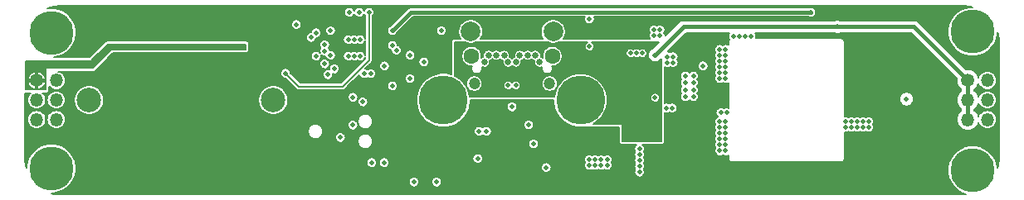
<source format=gbr>
G04 #@! TF.GenerationSoftware,KiCad,Pcbnew,(5.0.2)-1*
G04 #@! TF.CreationDate,2019-02-15T14:25:46-08:00*
G04 #@! TF.ProjectId,nixie_bottom_board,6e697869-655f-4626-9f74-746f6d5f626f,rev?*
G04 #@! TF.SameCoordinates,Original*
G04 #@! TF.FileFunction,Copper,L2,Inr*
G04 #@! TF.FilePolarity,Positive*
%FSLAX46Y46*%
G04 Gerber Fmt 4.6, Leading zero omitted, Abs format (unit mm)*
G04 Created by KiCad (PCBNEW (5.0.2)-1) date 2/15/2019 2:25:46 PM*
%MOMM*%
%LPD*%
G01*
G04 APERTURE LIST*
G04 #@! TA.AperFunction,ViaPad*
%ADD10C,1.200000*%
G04 #@! TD*
G04 #@! TA.AperFunction,ViaPad*
%ADD11C,0.650000*%
G04 #@! TD*
G04 #@! TA.AperFunction,ViaPad*
%ADD12C,2.000000*%
G04 #@! TD*
G04 #@! TA.AperFunction,ViaPad*
%ADD13C,1.600000*%
G04 #@! TD*
G04 #@! TA.AperFunction,ViaPad*
%ADD14C,1.350000*%
G04 #@! TD*
G04 #@! TA.AperFunction,ViaPad*
%ADD15O,1.350000X1.350000*%
G04 #@! TD*
G04 #@! TA.AperFunction,ViaPad*
%ADD16C,0.800000*%
G04 #@! TD*
G04 #@! TA.AperFunction,ViaPad*
%ADD17C,4.500000*%
G04 #@! TD*
G04 #@! TA.AperFunction,ViaPad*
%ADD18C,5.000000*%
G04 #@! TD*
G04 #@! TA.AperFunction,ViaPad*
%ADD19C,2.500000*%
G04 #@! TD*
G04 #@! TA.AperFunction,ViaPad*
%ADD20C,0.508000*%
G04 #@! TD*
G04 #@! TA.AperFunction,Conductor*
%ADD21C,0.400000*%
G04 #@! TD*
G04 #@! TA.AperFunction,Conductor*
%ADD22C,0.200000*%
G04 #@! TD*
G04 #@! TA.AperFunction,Conductor*
%ADD23C,0.150000*%
G04 #@! TD*
G04 APERTURE END LIST*
D10*
G04 #@! TO.N,/GND*
G04 #@! TO.C,J1*
X146155000Y-98310000D03*
X153845000Y-98310000D03*
D11*
X152400000Y-95410000D03*
X151600000Y-95410000D03*
X150800000Y-95410000D03*
G04 #@! TO.N,/CC2*
X149200000Y-95410000D03*
G04 #@! TO.N,/GND*
X148400000Y-95410000D03*
X147600000Y-95410000D03*
X152800000Y-96110000D03*
G04 #@! TO.N,/VBUS*
X151200000Y-96110000D03*
G04 #@! TO.N,/USB_N*
X150400000Y-96110000D03*
G04 #@! TO.N,/USB_P*
X149600000Y-96110000D03*
G04 #@! TO.N,/VBUS*
X148800000Y-96110000D03*
G04 #@! TO.N,/GND*
X147200000Y-96110000D03*
D12*
X154220000Y-92995000D03*
X145780000Y-92995000D03*
D13*
X145870000Y-95510000D03*
X154130000Y-95510000D03*
G04 #@! TD*
D14*
G04 #@! TO.N,/VNIXIE*
G04 #@! TO.C,J4*
X101500000Y-98000000D03*
D15*
G04 #@! TO.N,/GND*
X103500000Y-98000000D03*
X101500000Y-100000000D03*
G04 #@! TO.N,/SCL*
X103500000Y-100000000D03*
G04 #@! TO.N,/NIXIE_EN*
X101500000Y-102000000D03*
G04 #@! TO.N,/SDA*
X103500000Y-102000000D03*
G04 #@! TD*
D14*
G04 #@! TO.N,/HV_OUT*
G04 #@! TO.C,J3*
X196500000Y-98000000D03*
D15*
G04 #@! TO.N,/GND*
X198500000Y-98000000D03*
G04 #@! TO.N,/HV_OUT*
X196500000Y-100000000D03*
G04 #@! TO.N,/GND*
X198500000Y-100000000D03*
G04 #@! TO.N,/HV_OUT*
X196500000Y-102000000D03*
G04 #@! TO.N,/GND*
X198500000Y-102000000D03*
G04 #@! TD*
D16*
G04 #@! TO.N,/GND*
G04 #@! TO.C,MH1*
X104237437Y-91862563D03*
X104750000Y-93100000D03*
X104237437Y-94337437D03*
X103000000Y-94850000D03*
X101762563Y-94337437D03*
X101250000Y-93100000D03*
X101762563Y-91862563D03*
X103000000Y-91350000D03*
D17*
X103000000Y-93100000D03*
G04 #@! TD*
G04 #@! TO.N,/GND*
G04 #@! TO.C,MH2*
X103000000Y-107000000D03*
D16*
X103000000Y-105250000D03*
X101762563Y-105762563D03*
X101250000Y-107000000D03*
X101762563Y-108237437D03*
X103000000Y-108750000D03*
X104237437Y-108237437D03*
X104750000Y-107000000D03*
X104237437Y-105762563D03*
G04 #@! TD*
G04 #@! TO.N,/GND*
G04 #@! TO.C,MH3*
X198237437Y-91762563D03*
X198750000Y-93000000D03*
X198237437Y-94237437D03*
X197000000Y-94750000D03*
X195762563Y-94237437D03*
X195250000Y-93000000D03*
X195762563Y-91762563D03*
X197000000Y-91250000D03*
D17*
X197000000Y-93000000D03*
G04 #@! TD*
G04 #@! TO.N,/GND*
G04 #@! TO.C,MH4*
X197000000Y-107200000D03*
D16*
X197000000Y-105450000D03*
X195762563Y-105962563D03*
X195250000Y-107200000D03*
X195762563Y-108437437D03*
X197000000Y-108950000D03*
X198237437Y-108437437D03*
X198750000Y-107200000D03*
X198237437Y-105962563D03*
G04 #@! TD*
D18*
G04 #@! TO.N,/GND*
G04 #@! TO.C,MH6*
X157000000Y-100000000D03*
D16*
X158875000Y-100000000D03*
X158325825Y-101325825D03*
X157000000Y-101875000D03*
X155674175Y-101325825D03*
X155125000Y-100000000D03*
X155674175Y-98674175D03*
X157000000Y-98125000D03*
X158325825Y-98674175D03*
G04 #@! TD*
G04 #@! TO.N,/GND*
G04 #@! TO.C,MH5*
X144325825Y-98674175D03*
X143000000Y-98125000D03*
X141674175Y-98674175D03*
X141125000Y-100000000D03*
X141674175Y-101325825D03*
X143000000Y-101875000D03*
X144325825Y-101325825D03*
X144875000Y-100000000D03*
D18*
X143000000Y-100000000D03*
G04 #@! TD*
D19*
G04 #@! TO.N,*
G04 #@! TO.C,BT1*
X106850000Y-100000000D03*
G04 #@! TO.N,Net-(BT1-Pad1)*
X125650000Y-100000000D03*
G04 #@! TD*
D20*
G04 #@! TO.N,Net-(Q1-Pad1)*
X171200000Y-105200000D03*
X171800000Y-105200000D03*
X171200000Y-104600000D03*
X171800000Y-104600000D03*
X171200000Y-104000000D03*
X171800000Y-104000000D03*
X171200000Y-103400000D03*
X171800000Y-103400000D03*
X171200000Y-102800000D03*
X171800000Y-102800000D03*
X171200000Y-102200000D03*
X171800000Y-102200000D03*
G04 #@! TO.N,/HV_OUT*
X164600000Y-95400000D03*
X190250000Y-99900000D03*
X183200000Y-92500000D03*
G04 #@! TO.N,/VDD*
X130600000Y-92400000D03*
X139800000Y-106450000D03*
X145950000Y-100700000D03*
X128000000Y-93050000D03*
X159600000Y-103100000D03*
X159000000Y-103100000D03*
X158400000Y-103100000D03*
X157800000Y-103100000D03*
X138850000Y-93900000D03*
X159600000Y-103700000D03*
X159000000Y-103700000D03*
X157800000Y-103700000D03*
X158400000Y-103700000D03*
X131230000Y-103835000D03*
X138900000Y-99300000D03*
X138000000Y-102450000D03*
X154050000Y-105150000D03*
X138850000Y-96900000D03*
G04 #@! TO.N,/GND*
X152200000Y-104500000D03*
G04 #@! TO.N,/VNIXIE*
X122500000Y-94550000D03*
G04 #@! TO.N,/SCL*
X130000000Y-93100000D03*
X136950000Y-106400000D03*
G04 #@! TO.N,/SDA*
X129500000Y-93600000D03*
X135675000Y-106400000D03*
G04 #@! TO.N,/HV_EN*
X169500000Y-96500000D03*
X157900000Y-94500000D03*
X157900000Y-91700000D03*
G04 #@! TO.N,/SWO*
X131225000Y-97400000D03*
X133770000Y-102565000D03*
G04 #@! TO.N,/NRST*
X137800000Y-94400000D03*
X146500000Y-106000000D03*
X134800000Y-100200000D03*
G04 #@! TO.N,/DAC*
X135400000Y-91000000D03*
X126900000Y-97250000D03*
G04 #@! TO.N,/USB_N*
X149600000Y-98500000D03*
X130900000Y-94325000D03*
G04 #@! TO.N,/USB_P*
X130900000Y-94975000D03*
X150400000Y-98500000D03*
G04 #@! TO.N,Net-(D4-Pad2)*
X184000000Y-102800000D03*
X184600000Y-102800000D03*
X185800000Y-102800000D03*
X186400000Y-102800000D03*
X186400000Y-102200000D03*
X185800000Y-102200000D03*
X184600000Y-102200000D03*
X184000000Y-102200000D03*
X185200000Y-102200000D03*
X185200000Y-102800000D03*
G04 #@! TO.N,/SWDIO*
X131500000Y-95400000D03*
G04 #@! TO.N,/SWCLK*
X131875000Y-96800000D03*
G04 #@! TO.N,/HV_IN*
X171800000Y-94800000D03*
X171200000Y-94800000D03*
X171200000Y-95400000D03*
X171800000Y-95400000D03*
X171800000Y-97200000D03*
X171800000Y-97800000D03*
X171200000Y-97200000D03*
X171200000Y-97800000D03*
X171800000Y-96600000D03*
X171200000Y-96600000D03*
X171200000Y-96000000D03*
X171800000Y-96000000D03*
G04 #@! TO.N,/USB*
X147400000Y-103200000D03*
X133775000Y-99700000D03*
G04 #@! TO.N,/ILM*
X142800000Y-92900000D03*
G04 #@! TO.N,/32kHz*
X137800000Y-98550000D03*
X139600000Y-95400000D03*
G04 #@! TO.N,/AMP_EN*
X130000000Y-95500000D03*
X133400000Y-91000000D03*
G04 #@! TO.N,/NIXIE_EN*
X134400000Y-91000000D03*
G04 #@! TO.N,/MCO*
X131500000Y-92900000D03*
G04 #@! TO.N,/LED*
X138200000Y-94900000D03*
X146650000Y-103200000D03*
G04 #@! TO.N,Net-(R2-Pad1)*
X153500000Y-106900000D03*
X139600000Y-97800000D03*
G04 #@! TO.N,Net-(R20-Pad2)*
X137800000Y-92900000D03*
X180500000Y-91000000D03*
G04 #@! TO.N,/GND*
X134500000Y-93800000D03*
X133900000Y-93800000D03*
X133300000Y-93800000D03*
X134500000Y-95500000D03*
X133900000Y-95500000D03*
X133300000Y-95500000D03*
X171900000Y-101300000D03*
X171300000Y-101300000D03*
X167687500Y-99668750D03*
X168512500Y-99668750D03*
X168512500Y-98956250D03*
X167687500Y-98956250D03*
X167687500Y-98243750D03*
X168512500Y-98243750D03*
X168512500Y-97531250D03*
X167687500Y-97531250D03*
X128000000Y-92250000D03*
X166350000Y-100800000D03*
X165750000Y-100800000D03*
X164600000Y-99750000D03*
X164500000Y-92800000D03*
X162100000Y-95200000D03*
X162700000Y-95200000D03*
X163300000Y-95200000D03*
X130900000Y-96300000D03*
X157900000Y-106700000D03*
X158500000Y-106700000D03*
X159100000Y-106700000D03*
X159700000Y-106700000D03*
X163000000Y-105000000D03*
X163000000Y-105600000D03*
X163000000Y-106200000D03*
X163000000Y-106800000D03*
X163000000Y-107400000D03*
X165100000Y-92800000D03*
X164500000Y-93400000D03*
X165100000Y-93400000D03*
X150000000Y-100700000D03*
X165850000Y-96150000D03*
X166450000Y-96150000D03*
X166450000Y-95550000D03*
X165850000Y-95550000D03*
X151700000Y-102550000D03*
X172600000Y-93500000D03*
X173200000Y-93500000D03*
X173800000Y-93500000D03*
X157900000Y-106100000D03*
X159100000Y-106100000D03*
X159700000Y-106100000D03*
X158500000Y-106100000D03*
X132500000Y-103835000D03*
X174400000Y-93500000D03*
X137000000Y-96500000D03*
X141000000Y-96100000D03*
G04 #@! TO.N,/VBUS*
X165000000Y-101400000D03*
X164400000Y-101400000D03*
X165000000Y-102000000D03*
X165000000Y-102600000D03*
X165000000Y-103200000D03*
X160200000Y-94900000D03*
X159300000Y-95400000D03*
X159900000Y-95400000D03*
X160500000Y-95400000D03*
X161100000Y-95400000D03*
X160800000Y-94900000D03*
X151600000Y-98200000D03*
X151600000Y-98800000D03*
X148400000Y-98200000D03*
X148400000Y-98800000D03*
X148000000Y-96100000D03*
X165000000Y-103800000D03*
X152000000Y-96100000D03*
X163250000Y-100400000D03*
G04 #@! TO.N,/UART_TX*
X134900000Y-97300000D03*
X140000000Y-108400000D03*
G04 #@! TO.N,/UART_RX*
X135600000Y-97300000D03*
X142300000Y-108400000D03*
G04 #@! TD*
D21*
G04 #@! TO.N,/HV_OUT*
X196500000Y-98000000D02*
X196500000Y-100000000D01*
X196500000Y-100000000D02*
X196500000Y-102000000D01*
X191000000Y-92500000D02*
X196500000Y-98000000D01*
X164600000Y-95400000D02*
X167500000Y-92500000D01*
X167500000Y-92500000D02*
X183200000Y-92500000D01*
X183200000Y-92500000D02*
X191000000Y-92500000D01*
D22*
G04 #@! TO.N,/DAC*
X135400000Y-95900000D02*
X135400000Y-91000000D01*
X132700000Y-98600000D02*
X135400000Y-95900000D01*
X126900000Y-97250000D02*
X128250000Y-98600000D01*
X128250000Y-98600000D02*
X132700000Y-98600000D01*
D21*
G04 #@! TO.N,Net-(R20-Pad2)*
X139700000Y-91000000D02*
X137800000Y-92900000D01*
X180500000Y-91000000D02*
X139700000Y-91000000D01*
G04 #@! TD*
D23*
G04 #@! TO.N,/VDD*
G36*
X196713508Y-90396518D02*
X196973451Y-90475000D01*
X196751309Y-90475000D01*
X196263485Y-90572035D01*
X195803964Y-90762374D01*
X195390407Y-91038705D01*
X195038705Y-91390407D01*
X194762374Y-91803964D01*
X194572035Y-92263485D01*
X194475000Y-92751309D01*
X194475000Y-93248691D01*
X194572035Y-93736515D01*
X194762374Y-94196036D01*
X195038705Y-94609593D01*
X195390407Y-94961295D01*
X195803964Y-95237626D01*
X196263485Y-95427965D01*
X196751309Y-95525000D01*
X197248691Y-95525000D01*
X197736515Y-95427965D01*
X198196036Y-95237626D01*
X198609593Y-94961295D01*
X198961295Y-94609593D01*
X199237626Y-94196036D01*
X199427965Y-93736515D01*
X199525000Y-93248691D01*
X199525000Y-93024195D01*
X199598412Y-93261352D01*
X199674962Y-93989675D01*
X199675001Y-94000841D01*
X199675000Y-105984103D01*
X199603482Y-106713508D01*
X199525000Y-106973452D01*
X199525000Y-106951309D01*
X199427965Y-106463485D01*
X199237626Y-106003964D01*
X198961295Y-105590407D01*
X198609593Y-105238705D01*
X198196036Y-104962374D01*
X197736515Y-104772035D01*
X197248691Y-104675000D01*
X196751309Y-104675000D01*
X196263485Y-104772035D01*
X195803964Y-104962374D01*
X195390407Y-105238705D01*
X195038705Y-105590407D01*
X194762374Y-106003964D01*
X194572035Y-106463485D01*
X194475000Y-106951309D01*
X194475000Y-107448691D01*
X194572035Y-107936515D01*
X194762374Y-108396036D01*
X195038705Y-108809593D01*
X195390407Y-109161295D01*
X195803964Y-109437626D01*
X196263485Y-109627965D01*
X196330550Y-109641305D01*
X196010325Y-109674962D01*
X195999447Y-109675000D01*
X104015897Y-109675000D01*
X103286492Y-109603482D01*
X103026548Y-109525000D01*
X103248691Y-109525000D01*
X103736515Y-109427965D01*
X104196036Y-109237626D01*
X104609593Y-108961295D01*
X104961295Y-108609593D01*
X105136154Y-108347898D01*
X139471000Y-108347898D01*
X139471000Y-108452102D01*
X139491329Y-108554304D01*
X139531206Y-108650576D01*
X139589099Y-108737218D01*
X139662782Y-108810901D01*
X139749424Y-108868794D01*
X139845696Y-108908671D01*
X139947898Y-108929000D01*
X140052102Y-108929000D01*
X140154304Y-108908671D01*
X140250576Y-108868794D01*
X140337218Y-108810901D01*
X140410901Y-108737218D01*
X140468794Y-108650576D01*
X140508671Y-108554304D01*
X140529000Y-108452102D01*
X140529000Y-108347898D01*
X141771000Y-108347898D01*
X141771000Y-108452102D01*
X141791329Y-108554304D01*
X141831206Y-108650576D01*
X141889099Y-108737218D01*
X141962782Y-108810901D01*
X142049424Y-108868794D01*
X142145696Y-108908671D01*
X142247898Y-108929000D01*
X142352102Y-108929000D01*
X142454304Y-108908671D01*
X142550576Y-108868794D01*
X142637218Y-108810901D01*
X142710901Y-108737218D01*
X142768794Y-108650576D01*
X142808671Y-108554304D01*
X142829000Y-108452102D01*
X142829000Y-108347898D01*
X142808671Y-108245696D01*
X142768794Y-108149424D01*
X142710901Y-108062782D01*
X142637218Y-107989099D01*
X142550576Y-107931206D01*
X142454304Y-107891329D01*
X142352102Y-107871000D01*
X142247898Y-107871000D01*
X142145696Y-107891329D01*
X142049424Y-107931206D01*
X141962782Y-107989099D01*
X141889099Y-108062782D01*
X141831206Y-108149424D01*
X141791329Y-108245696D01*
X141771000Y-108347898D01*
X140529000Y-108347898D01*
X140508671Y-108245696D01*
X140468794Y-108149424D01*
X140410901Y-108062782D01*
X140337218Y-107989099D01*
X140250576Y-107931206D01*
X140154304Y-107891329D01*
X140052102Y-107871000D01*
X139947898Y-107871000D01*
X139845696Y-107891329D01*
X139749424Y-107931206D01*
X139662782Y-107989099D01*
X139589099Y-108062782D01*
X139531206Y-108149424D01*
X139491329Y-108245696D01*
X139471000Y-108347898D01*
X105136154Y-108347898D01*
X105237626Y-108196036D01*
X105427965Y-107736515D01*
X105525000Y-107248691D01*
X105525000Y-106751309D01*
X105444756Y-106347898D01*
X135146000Y-106347898D01*
X135146000Y-106452102D01*
X135166329Y-106554304D01*
X135206206Y-106650576D01*
X135264099Y-106737218D01*
X135337782Y-106810901D01*
X135424424Y-106868794D01*
X135520696Y-106908671D01*
X135622898Y-106929000D01*
X135727102Y-106929000D01*
X135829304Y-106908671D01*
X135925576Y-106868794D01*
X136012218Y-106810901D01*
X136085901Y-106737218D01*
X136143794Y-106650576D01*
X136183671Y-106554304D01*
X136204000Y-106452102D01*
X136204000Y-106347898D01*
X136421000Y-106347898D01*
X136421000Y-106452102D01*
X136441329Y-106554304D01*
X136481206Y-106650576D01*
X136539099Y-106737218D01*
X136612782Y-106810901D01*
X136699424Y-106868794D01*
X136795696Y-106908671D01*
X136897898Y-106929000D01*
X137002102Y-106929000D01*
X137104304Y-106908671D01*
X137200576Y-106868794D01*
X137231848Y-106847898D01*
X152971000Y-106847898D01*
X152971000Y-106952102D01*
X152991329Y-107054304D01*
X153031206Y-107150576D01*
X153089099Y-107237218D01*
X153162782Y-107310901D01*
X153249424Y-107368794D01*
X153345696Y-107408671D01*
X153447898Y-107429000D01*
X153552102Y-107429000D01*
X153654304Y-107408671D01*
X153750576Y-107368794D01*
X153837218Y-107310901D01*
X153910901Y-107237218D01*
X153968794Y-107150576D01*
X154008671Y-107054304D01*
X154029000Y-106952102D01*
X154029000Y-106847898D01*
X154008671Y-106745696D01*
X153968794Y-106649424D01*
X153910901Y-106562782D01*
X153837218Y-106489099D01*
X153750576Y-106431206D01*
X153654304Y-106391329D01*
X153552102Y-106371000D01*
X153447898Y-106371000D01*
X153345696Y-106391329D01*
X153249424Y-106431206D01*
X153162782Y-106489099D01*
X153089099Y-106562782D01*
X153031206Y-106649424D01*
X152991329Y-106745696D01*
X152971000Y-106847898D01*
X137231848Y-106847898D01*
X137287218Y-106810901D01*
X137360901Y-106737218D01*
X137418794Y-106650576D01*
X137458671Y-106554304D01*
X137479000Y-106452102D01*
X137479000Y-106347898D01*
X137458671Y-106245696D01*
X137418794Y-106149424D01*
X137360901Y-106062782D01*
X137287218Y-105989099D01*
X137225558Y-105947898D01*
X145971000Y-105947898D01*
X145971000Y-106052102D01*
X145991329Y-106154304D01*
X146031206Y-106250576D01*
X146089099Y-106337218D01*
X146162782Y-106410901D01*
X146249424Y-106468794D01*
X146345696Y-106508671D01*
X146447898Y-106529000D01*
X146552102Y-106529000D01*
X146654304Y-106508671D01*
X146750576Y-106468794D01*
X146837218Y-106410901D01*
X146910901Y-106337218D01*
X146968794Y-106250576D01*
X147008671Y-106154304D01*
X147029000Y-106052102D01*
X147029000Y-106047898D01*
X157371000Y-106047898D01*
X157371000Y-106152102D01*
X157391329Y-106254304D01*
X157431206Y-106350576D01*
X157464230Y-106400000D01*
X157431206Y-106449424D01*
X157391329Y-106545696D01*
X157371000Y-106647898D01*
X157371000Y-106752102D01*
X157391329Y-106854304D01*
X157431206Y-106950576D01*
X157489099Y-107037218D01*
X157562782Y-107110901D01*
X157649424Y-107168794D01*
X157745696Y-107208671D01*
X157847898Y-107229000D01*
X157952102Y-107229000D01*
X158054304Y-107208671D01*
X158150576Y-107168794D01*
X158200000Y-107135770D01*
X158249424Y-107168794D01*
X158345696Y-107208671D01*
X158447898Y-107229000D01*
X158552102Y-107229000D01*
X158654304Y-107208671D01*
X158750576Y-107168794D01*
X158800000Y-107135770D01*
X158849424Y-107168794D01*
X158945696Y-107208671D01*
X159047898Y-107229000D01*
X159152102Y-107229000D01*
X159254304Y-107208671D01*
X159350576Y-107168794D01*
X159400000Y-107135770D01*
X159449424Y-107168794D01*
X159545696Y-107208671D01*
X159647898Y-107229000D01*
X159752102Y-107229000D01*
X159854304Y-107208671D01*
X159950576Y-107168794D01*
X160037218Y-107110901D01*
X160110901Y-107037218D01*
X160168794Y-106950576D01*
X160208671Y-106854304D01*
X160229000Y-106752102D01*
X160229000Y-106647898D01*
X160208671Y-106545696D01*
X160168794Y-106449424D01*
X160135770Y-106400000D01*
X160168794Y-106350576D01*
X160208671Y-106254304D01*
X160229000Y-106152102D01*
X160229000Y-106047898D01*
X160208671Y-105945696D01*
X160168794Y-105849424D01*
X160110901Y-105762782D01*
X160037218Y-105689099D01*
X159950576Y-105631206D01*
X159854304Y-105591329D01*
X159752102Y-105571000D01*
X159647898Y-105571000D01*
X159545696Y-105591329D01*
X159449424Y-105631206D01*
X159400000Y-105664230D01*
X159350576Y-105631206D01*
X159254304Y-105591329D01*
X159152102Y-105571000D01*
X159047898Y-105571000D01*
X158945696Y-105591329D01*
X158849424Y-105631206D01*
X158800000Y-105664230D01*
X158750576Y-105631206D01*
X158654304Y-105591329D01*
X158552102Y-105571000D01*
X158447898Y-105571000D01*
X158345696Y-105591329D01*
X158249424Y-105631206D01*
X158200000Y-105664230D01*
X158150576Y-105631206D01*
X158054304Y-105591329D01*
X157952102Y-105571000D01*
X157847898Y-105571000D01*
X157745696Y-105591329D01*
X157649424Y-105631206D01*
X157562782Y-105689099D01*
X157489099Y-105762782D01*
X157431206Y-105849424D01*
X157391329Y-105945696D01*
X157371000Y-106047898D01*
X147029000Y-106047898D01*
X147029000Y-105947898D01*
X147008671Y-105845696D01*
X146968794Y-105749424D01*
X146910901Y-105662782D01*
X146837218Y-105589099D01*
X146750576Y-105531206D01*
X146654304Y-105491329D01*
X146552102Y-105471000D01*
X146447898Y-105471000D01*
X146345696Y-105491329D01*
X146249424Y-105531206D01*
X146162782Y-105589099D01*
X146089099Y-105662782D01*
X146031206Y-105749424D01*
X145991329Y-105845696D01*
X145971000Y-105947898D01*
X137225558Y-105947898D01*
X137200576Y-105931206D01*
X137104304Y-105891329D01*
X137002102Y-105871000D01*
X136897898Y-105871000D01*
X136795696Y-105891329D01*
X136699424Y-105931206D01*
X136612782Y-105989099D01*
X136539099Y-106062782D01*
X136481206Y-106149424D01*
X136441329Y-106245696D01*
X136421000Y-106347898D01*
X136204000Y-106347898D01*
X136183671Y-106245696D01*
X136143794Y-106149424D01*
X136085901Y-106062782D01*
X136012218Y-105989099D01*
X135925576Y-105931206D01*
X135829304Y-105891329D01*
X135727102Y-105871000D01*
X135622898Y-105871000D01*
X135520696Y-105891329D01*
X135424424Y-105931206D01*
X135337782Y-105989099D01*
X135264099Y-106062782D01*
X135206206Y-106149424D01*
X135166329Y-106245696D01*
X135146000Y-106347898D01*
X105444756Y-106347898D01*
X105427965Y-106263485D01*
X105237626Y-105803964D01*
X104961295Y-105390407D01*
X104609593Y-105038705D01*
X104196036Y-104762374D01*
X103736515Y-104572035D01*
X103248691Y-104475000D01*
X102751309Y-104475000D01*
X102263485Y-104572035D01*
X101803964Y-104762374D01*
X101390407Y-105038705D01*
X101038705Y-105390407D01*
X100762374Y-105803964D01*
X100572035Y-106263485D01*
X100475000Y-106751309D01*
X100475000Y-106975807D01*
X100401589Y-106738653D01*
X100325038Y-106010325D01*
X100325000Y-105999447D01*
X100325000Y-103124132D01*
X129189700Y-103124132D01*
X129189700Y-103275868D01*
X129219302Y-103424688D01*
X129277369Y-103564874D01*
X129361669Y-103691038D01*
X129468962Y-103798331D01*
X129595126Y-103882631D01*
X129735312Y-103940698D01*
X129884132Y-103970300D01*
X130035868Y-103970300D01*
X130184688Y-103940698D01*
X130324874Y-103882631D01*
X130451038Y-103798331D01*
X130466471Y-103782898D01*
X131971000Y-103782898D01*
X131971000Y-103887102D01*
X131991329Y-103989304D01*
X132031206Y-104085576D01*
X132089099Y-104172218D01*
X132162782Y-104245901D01*
X132249424Y-104303794D01*
X132345696Y-104343671D01*
X132447898Y-104364000D01*
X132552102Y-104364000D01*
X132654304Y-104343671D01*
X132750576Y-104303794D01*
X132837218Y-104245901D01*
X132910901Y-104172218D01*
X132932340Y-104140132D01*
X134269700Y-104140132D01*
X134269700Y-104291868D01*
X134299302Y-104440688D01*
X134357369Y-104580874D01*
X134441669Y-104707038D01*
X134548962Y-104814331D01*
X134675126Y-104898631D01*
X134815312Y-104956698D01*
X134964132Y-104986300D01*
X135115868Y-104986300D01*
X135264688Y-104956698D01*
X135404874Y-104898631D01*
X135531038Y-104814331D01*
X135638331Y-104707038D01*
X135722631Y-104580874D01*
X135777711Y-104447898D01*
X151671000Y-104447898D01*
X151671000Y-104552102D01*
X151691329Y-104654304D01*
X151731206Y-104750576D01*
X151789099Y-104837218D01*
X151862782Y-104910901D01*
X151949424Y-104968794D01*
X152045696Y-105008671D01*
X152147898Y-105029000D01*
X152252102Y-105029000D01*
X152354304Y-105008671D01*
X152450576Y-104968794D01*
X152537218Y-104910901D01*
X152610901Y-104837218D01*
X152668794Y-104750576D01*
X152708671Y-104654304D01*
X152729000Y-104552102D01*
X152729000Y-104447898D01*
X152708671Y-104345696D01*
X152668794Y-104249424D01*
X152610901Y-104162782D01*
X152537218Y-104089099D01*
X152450576Y-104031206D01*
X152354304Y-103991329D01*
X152252102Y-103971000D01*
X152147898Y-103971000D01*
X152045696Y-103991329D01*
X151949424Y-104031206D01*
X151862782Y-104089099D01*
X151789099Y-104162782D01*
X151731206Y-104249424D01*
X151691329Y-104345696D01*
X151671000Y-104447898D01*
X135777711Y-104447898D01*
X135780698Y-104440688D01*
X135810300Y-104291868D01*
X135810300Y-104140132D01*
X135780698Y-103991312D01*
X135722631Y-103851126D01*
X135638331Y-103724962D01*
X135531038Y-103617669D01*
X135404874Y-103533369D01*
X135264688Y-103475302D01*
X135115868Y-103445700D01*
X134964132Y-103445700D01*
X134815312Y-103475302D01*
X134675126Y-103533369D01*
X134548962Y-103617669D01*
X134441669Y-103724962D01*
X134357369Y-103851126D01*
X134299302Y-103991312D01*
X134269700Y-104140132D01*
X132932340Y-104140132D01*
X132968794Y-104085576D01*
X133008671Y-103989304D01*
X133029000Y-103887102D01*
X133029000Y-103782898D01*
X133008671Y-103680696D01*
X132968794Y-103584424D01*
X132910901Y-103497782D01*
X132837218Y-103424099D01*
X132750576Y-103366206D01*
X132654304Y-103326329D01*
X132552102Y-103306000D01*
X132447898Y-103306000D01*
X132345696Y-103326329D01*
X132249424Y-103366206D01*
X132162782Y-103424099D01*
X132089099Y-103497782D01*
X132031206Y-103584424D01*
X131991329Y-103680696D01*
X131971000Y-103782898D01*
X130466471Y-103782898D01*
X130558331Y-103691038D01*
X130642631Y-103564874D01*
X130700698Y-103424688D01*
X130730300Y-103275868D01*
X130730300Y-103147898D01*
X146121000Y-103147898D01*
X146121000Y-103252102D01*
X146141329Y-103354304D01*
X146181206Y-103450576D01*
X146239099Y-103537218D01*
X146312782Y-103610901D01*
X146399424Y-103668794D01*
X146495696Y-103708671D01*
X146597898Y-103729000D01*
X146702102Y-103729000D01*
X146804304Y-103708671D01*
X146900576Y-103668794D01*
X146987218Y-103610901D01*
X147025000Y-103573119D01*
X147062782Y-103610901D01*
X147149424Y-103668794D01*
X147245696Y-103708671D01*
X147347898Y-103729000D01*
X147452102Y-103729000D01*
X147554304Y-103708671D01*
X147650576Y-103668794D01*
X147737218Y-103610901D01*
X147810901Y-103537218D01*
X147868794Y-103450576D01*
X147908671Y-103354304D01*
X147929000Y-103252102D01*
X147929000Y-103147898D01*
X147908671Y-103045696D01*
X147868794Y-102949424D01*
X147810901Y-102862782D01*
X147737218Y-102789099D01*
X147650576Y-102731206D01*
X147554304Y-102691329D01*
X147452102Y-102671000D01*
X147347898Y-102671000D01*
X147245696Y-102691329D01*
X147149424Y-102731206D01*
X147062782Y-102789099D01*
X147025000Y-102826881D01*
X146987218Y-102789099D01*
X146900576Y-102731206D01*
X146804304Y-102691329D01*
X146702102Y-102671000D01*
X146597898Y-102671000D01*
X146495696Y-102691329D01*
X146399424Y-102731206D01*
X146312782Y-102789099D01*
X146239099Y-102862782D01*
X146181206Y-102949424D01*
X146141329Y-103045696D01*
X146121000Y-103147898D01*
X130730300Y-103147898D01*
X130730300Y-103124132D01*
X130700698Y-102975312D01*
X130642631Y-102835126D01*
X130558331Y-102708962D01*
X130451038Y-102601669D01*
X130324874Y-102517369D01*
X130314081Y-102512898D01*
X133241000Y-102512898D01*
X133241000Y-102617102D01*
X133261329Y-102719304D01*
X133301206Y-102815576D01*
X133359099Y-102902218D01*
X133432782Y-102975901D01*
X133519424Y-103033794D01*
X133615696Y-103073671D01*
X133717898Y-103094000D01*
X133822102Y-103094000D01*
X133924304Y-103073671D01*
X134020576Y-103033794D01*
X134107218Y-102975901D01*
X134180901Y-102902218D01*
X134238794Y-102815576D01*
X134278671Y-102719304D01*
X134299000Y-102617102D01*
X134299000Y-102512898D01*
X134278671Y-102410696D01*
X134238794Y-102314424D01*
X134180901Y-102227782D01*
X134107218Y-102154099D01*
X134038425Y-102108132D01*
X134269700Y-102108132D01*
X134269700Y-102259868D01*
X134299302Y-102408688D01*
X134357369Y-102548874D01*
X134441669Y-102675038D01*
X134548962Y-102782331D01*
X134675126Y-102866631D01*
X134815312Y-102924698D01*
X134964132Y-102954300D01*
X135115868Y-102954300D01*
X135264688Y-102924698D01*
X135404874Y-102866631D01*
X135531038Y-102782331D01*
X135638331Y-102675038D01*
X135722631Y-102548874D01*
X135780698Y-102408688D01*
X135810300Y-102259868D01*
X135810300Y-102108132D01*
X135780698Y-101959312D01*
X135722631Y-101819126D01*
X135638331Y-101692962D01*
X135531038Y-101585669D01*
X135404874Y-101501369D01*
X135264688Y-101443302D01*
X135115868Y-101413700D01*
X134964132Y-101413700D01*
X134815312Y-101443302D01*
X134675126Y-101501369D01*
X134548962Y-101585669D01*
X134441669Y-101692962D01*
X134357369Y-101819126D01*
X134299302Y-101959312D01*
X134269700Y-102108132D01*
X134038425Y-102108132D01*
X134020576Y-102096206D01*
X133924304Y-102056329D01*
X133822102Y-102036000D01*
X133717898Y-102036000D01*
X133615696Y-102056329D01*
X133519424Y-102096206D01*
X133432782Y-102154099D01*
X133359099Y-102227782D01*
X133301206Y-102314424D01*
X133261329Y-102410696D01*
X133241000Y-102512898D01*
X130314081Y-102512898D01*
X130184688Y-102459302D01*
X130035868Y-102429700D01*
X129884132Y-102429700D01*
X129735312Y-102459302D01*
X129595126Y-102517369D01*
X129468962Y-102601669D01*
X129361669Y-102708962D01*
X129277369Y-102835126D01*
X129219302Y-102975312D01*
X129189700Y-103124132D01*
X100325000Y-103124132D01*
X100325000Y-102000000D01*
X100545404Y-102000000D01*
X100563746Y-102186232D01*
X100618068Y-102365308D01*
X100706282Y-102530345D01*
X100824999Y-102675001D01*
X100969655Y-102793718D01*
X101134692Y-102881932D01*
X101313768Y-102936254D01*
X101453335Y-102950000D01*
X101546665Y-102950000D01*
X101686232Y-102936254D01*
X101865308Y-102881932D01*
X102030345Y-102793718D01*
X102175001Y-102675001D01*
X102293718Y-102530345D01*
X102381932Y-102365308D01*
X102436254Y-102186232D01*
X102454596Y-102000000D01*
X102545404Y-102000000D01*
X102563746Y-102186232D01*
X102618068Y-102365308D01*
X102706282Y-102530345D01*
X102824999Y-102675001D01*
X102969655Y-102793718D01*
X103134692Y-102881932D01*
X103313768Y-102936254D01*
X103453335Y-102950000D01*
X103546665Y-102950000D01*
X103686232Y-102936254D01*
X103865308Y-102881932D01*
X104030345Y-102793718D01*
X104175001Y-102675001D01*
X104293718Y-102530345D01*
X104381932Y-102365308D01*
X104436254Y-102186232D01*
X104454596Y-102000000D01*
X104436254Y-101813768D01*
X104381932Y-101634692D01*
X104293718Y-101469655D01*
X104175001Y-101324999D01*
X104030345Y-101206282D01*
X103865308Y-101118068D01*
X103686232Y-101063746D01*
X103546665Y-101050000D01*
X103453335Y-101050000D01*
X103313768Y-101063746D01*
X103134692Y-101118068D01*
X102969655Y-101206282D01*
X102824999Y-101324999D01*
X102706282Y-101469655D01*
X102618068Y-101634692D01*
X102563746Y-101813768D01*
X102545404Y-102000000D01*
X102454596Y-102000000D01*
X102436254Y-101813768D01*
X102381932Y-101634692D01*
X102293718Y-101469655D01*
X102175001Y-101324999D01*
X102030345Y-101206282D01*
X101865308Y-101118068D01*
X101686232Y-101063746D01*
X101546665Y-101050000D01*
X101453335Y-101050000D01*
X101313768Y-101063746D01*
X101134692Y-101118068D01*
X100969655Y-101206282D01*
X100824999Y-101324999D01*
X100706282Y-101469655D01*
X100618068Y-101634692D01*
X100563746Y-101813768D01*
X100545404Y-102000000D01*
X100325000Y-102000000D01*
X100325000Y-99275000D01*
X100885923Y-99275000D01*
X100824999Y-99324999D01*
X100706282Y-99469655D01*
X100618068Y-99634692D01*
X100563746Y-99813768D01*
X100545404Y-100000000D01*
X100563746Y-100186232D01*
X100618068Y-100365308D01*
X100706282Y-100530345D01*
X100824999Y-100675001D01*
X100969655Y-100793718D01*
X101134692Y-100881932D01*
X101313768Y-100936254D01*
X101453335Y-100950000D01*
X101546665Y-100950000D01*
X101686232Y-100936254D01*
X101865308Y-100881932D01*
X102030345Y-100793718D01*
X102175001Y-100675001D01*
X102293718Y-100530345D01*
X102381932Y-100365308D01*
X102436254Y-100186232D01*
X102454596Y-100000000D01*
X102545404Y-100000000D01*
X102563746Y-100186232D01*
X102618068Y-100365308D01*
X102706282Y-100530345D01*
X102824999Y-100675001D01*
X102969655Y-100793718D01*
X103134692Y-100881932D01*
X103313768Y-100936254D01*
X103453335Y-100950000D01*
X103546665Y-100950000D01*
X103686232Y-100936254D01*
X103865308Y-100881932D01*
X104030345Y-100793718D01*
X104175001Y-100675001D01*
X104293718Y-100530345D01*
X104381932Y-100365308D01*
X104436254Y-100186232D01*
X104454596Y-100000000D01*
X104439803Y-99849801D01*
X105325000Y-99849801D01*
X105325000Y-100150199D01*
X105383605Y-100444826D01*
X105498562Y-100722358D01*
X105665455Y-100972131D01*
X105877869Y-101184545D01*
X106127642Y-101351438D01*
X106405174Y-101466395D01*
X106699801Y-101525000D01*
X107000199Y-101525000D01*
X107294826Y-101466395D01*
X107572358Y-101351438D01*
X107822131Y-101184545D01*
X108034545Y-100972131D01*
X108201438Y-100722358D01*
X108316395Y-100444826D01*
X108375000Y-100150199D01*
X108375000Y-99849801D01*
X124125000Y-99849801D01*
X124125000Y-100150199D01*
X124183605Y-100444826D01*
X124298562Y-100722358D01*
X124465455Y-100972131D01*
X124677869Y-101184545D01*
X124927642Y-101351438D01*
X125205174Y-101466395D01*
X125499801Y-101525000D01*
X125800199Y-101525000D01*
X126094826Y-101466395D01*
X126372358Y-101351438D01*
X126622131Y-101184545D01*
X126834545Y-100972131D01*
X127001438Y-100722358D01*
X127116395Y-100444826D01*
X127175000Y-100150199D01*
X127175000Y-99849801D01*
X127134839Y-99647898D01*
X133246000Y-99647898D01*
X133246000Y-99752102D01*
X133266329Y-99854304D01*
X133306206Y-99950576D01*
X133364099Y-100037218D01*
X133437782Y-100110901D01*
X133524424Y-100168794D01*
X133620696Y-100208671D01*
X133722898Y-100229000D01*
X133827102Y-100229000D01*
X133929304Y-100208671D01*
X134025576Y-100168794D01*
X134056848Y-100147898D01*
X134271000Y-100147898D01*
X134271000Y-100252102D01*
X134291329Y-100354304D01*
X134331206Y-100450576D01*
X134389099Y-100537218D01*
X134462782Y-100610901D01*
X134549424Y-100668794D01*
X134645696Y-100708671D01*
X134747898Y-100729000D01*
X134852102Y-100729000D01*
X134954304Y-100708671D01*
X135050576Y-100668794D01*
X135137218Y-100610901D01*
X135210901Y-100537218D01*
X135268794Y-100450576D01*
X135308671Y-100354304D01*
X135329000Y-100252102D01*
X135329000Y-100147898D01*
X135308671Y-100045696D01*
X135268794Y-99949424D01*
X135210901Y-99862782D01*
X135137218Y-99789099D01*
X135050576Y-99731206D01*
X135039664Y-99726686D01*
X140225000Y-99726686D01*
X140225000Y-100273314D01*
X140331642Y-100809438D01*
X140540827Y-101314455D01*
X140844517Y-101768959D01*
X141231041Y-102155483D01*
X141685545Y-102459173D01*
X142190562Y-102668358D01*
X142726686Y-102775000D01*
X143273314Y-102775000D01*
X143809438Y-102668358D01*
X144220964Y-102497898D01*
X151171000Y-102497898D01*
X151171000Y-102602102D01*
X151191329Y-102704304D01*
X151231206Y-102800576D01*
X151289099Y-102887218D01*
X151362782Y-102960901D01*
X151449424Y-103018794D01*
X151545696Y-103058671D01*
X151647898Y-103079000D01*
X151752102Y-103079000D01*
X151854304Y-103058671D01*
X151950576Y-103018794D01*
X152037218Y-102960901D01*
X152110901Y-102887218D01*
X152168794Y-102800576D01*
X152208671Y-102704304D01*
X152229000Y-102602102D01*
X152229000Y-102497898D01*
X152208671Y-102395696D01*
X152168794Y-102299424D01*
X152110901Y-102212782D01*
X152037218Y-102139099D01*
X151950576Y-102081206D01*
X151854304Y-102041329D01*
X151752102Y-102021000D01*
X151647898Y-102021000D01*
X151545696Y-102041329D01*
X151449424Y-102081206D01*
X151362782Y-102139099D01*
X151289099Y-102212782D01*
X151231206Y-102299424D01*
X151191329Y-102395696D01*
X151171000Y-102497898D01*
X144220964Y-102497898D01*
X144314455Y-102459173D01*
X144768959Y-102155483D01*
X145155483Y-101768959D01*
X145459173Y-101314455D01*
X145668358Y-100809438D01*
X145700490Y-100647898D01*
X149471000Y-100647898D01*
X149471000Y-100752102D01*
X149491329Y-100854304D01*
X149531206Y-100950576D01*
X149589099Y-101037218D01*
X149662782Y-101110901D01*
X149749424Y-101168794D01*
X149845696Y-101208671D01*
X149947898Y-101229000D01*
X150052102Y-101229000D01*
X150154304Y-101208671D01*
X150250576Y-101168794D01*
X150337218Y-101110901D01*
X150410901Y-101037218D01*
X150468794Y-100950576D01*
X150508671Y-100854304D01*
X150529000Y-100752102D01*
X150529000Y-100647898D01*
X150508671Y-100545696D01*
X150468794Y-100449424D01*
X150410901Y-100362782D01*
X150337218Y-100289099D01*
X150250576Y-100231206D01*
X150154304Y-100191329D01*
X150052102Y-100171000D01*
X149947898Y-100171000D01*
X149845696Y-100191329D01*
X149749424Y-100231206D01*
X149662782Y-100289099D01*
X149589099Y-100362782D01*
X149531206Y-100449424D01*
X149491329Y-100545696D01*
X149471000Y-100647898D01*
X145700490Y-100647898D01*
X145775000Y-100273314D01*
X145775000Y-99975000D01*
X154225000Y-99975000D01*
X154225000Y-100273314D01*
X154331642Y-100809438D01*
X154540827Y-101314455D01*
X154844517Y-101768959D01*
X155231041Y-102155483D01*
X155685545Y-102459173D01*
X156190562Y-102668358D01*
X156726686Y-102775000D01*
X160925000Y-102775000D01*
X160925000Y-104300000D01*
X160945933Y-104405238D01*
X161005546Y-104494454D01*
X161094762Y-104554067D01*
X161200000Y-104575000D01*
X162683882Y-104575000D01*
X162662782Y-104589099D01*
X162589099Y-104662782D01*
X162531206Y-104749424D01*
X162491329Y-104845696D01*
X162471000Y-104947898D01*
X162471000Y-105052102D01*
X162491329Y-105154304D01*
X162531206Y-105250576D01*
X162564230Y-105300000D01*
X162531206Y-105349424D01*
X162491329Y-105445696D01*
X162471000Y-105547898D01*
X162471000Y-105652102D01*
X162491329Y-105754304D01*
X162531206Y-105850576D01*
X162564230Y-105900000D01*
X162531206Y-105949424D01*
X162491329Y-106045696D01*
X162471000Y-106147898D01*
X162471000Y-106252102D01*
X162491329Y-106354304D01*
X162531206Y-106450576D01*
X162564230Y-106500000D01*
X162531206Y-106549424D01*
X162491329Y-106645696D01*
X162471000Y-106747898D01*
X162471000Y-106852102D01*
X162491329Y-106954304D01*
X162531206Y-107050576D01*
X162564230Y-107100000D01*
X162531206Y-107149424D01*
X162491329Y-107245696D01*
X162471000Y-107347898D01*
X162471000Y-107452102D01*
X162491329Y-107554304D01*
X162531206Y-107650576D01*
X162589099Y-107737218D01*
X162662782Y-107810901D01*
X162749424Y-107868794D01*
X162845696Y-107908671D01*
X162947898Y-107929000D01*
X163052102Y-107929000D01*
X163154304Y-107908671D01*
X163250576Y-107868794D01*
X163337218Y-107810901D01*
X163410901Y-107737218D01*
X163468794Y-107650576D01*
X163508671Y-107554304D01*
X163529000Y-107452102D01*
X163529000Y-107347898D01*
X163508671Y-107245696D01*
X163468794Y-107149424D01*
X163435770Y-107100000D01*
X163468794Y-107050576D01*
X163508671Y-106954304D01*
X163529000Y-106852102D01*
X163529000Y-106747898D01*
X163508671Y-106645696D01*
X163468794Y-106549424D01*
X163435770Y-106500000D01*
X163468794Y-106450576D01*
X163508671Y-106354304D01*
X163529000Y-106252102D01*
X163529000Y-106147898D01*
X163508671Y-106045696D01*
X163468794Y-105949424D01*
X163435770Y-105900000D01*
X163468794Y-105850576D01*
X163508671Y-105754304D01*
X163529000Y-105652102D01*
X163529000Y-105547898D01*
X163508671Y-105445696D01*
X163468794Y-105349424D01*
X163435770Y-105300000D01*
X163468794Y-105250576D01*
X163508671Y-105154304D01*
X163529000Y-105052102D01*
X163529000Y-104947898D01*
X163508671Y-104845696D01*
X163468794Y-104749424D01*
X163410901Y-104662782D01*
X163337218Y-104589099D01*
X163316118Y-104575000D01*
X165300000Y-104575000D01*
X165405238Y-104554067D01*
X165494454Y-104494454D01*
X165554067Y-104405238D01*
X165575000Y-104300000D01*
X165575000Y-101300098D01*
X165595696Y-101308671D01*
X165697898Y-101329000D01*
X165802102Y-101329000D01*
X165904304Y-101308671D01*
X166000576Y-101268794D01*
X166050000Y-101235770D01*
X166099424Y-101268794D01*
X166195696Y-101308671D01*
X166297898Y-101329000D01*
X166402102Y-101329000D01*
X166504304Y-101308671D01*
X166600576Y-101268794D01*
X166687218Y-101210901D01*
X166760901Y-101137218D01*
X166818794Y-101050576D01*
X166858671Y-100954304D01*
X166879000Y-100852102D01*
X166879000Y-100747898D01*
X166858671Y-100645696D01*
X166818794Y-100549424D01*
X166760901Y-100462782D01*
X166687218Y-100389099D01*
X166600576Y-100331206D01*
X166504304Y-100291329D01*
X166402102Y-100271000D01*
X166297898Y-100271000D01*
X166195696Y-100291329D01*
X166099424Y-100331206D01*
X166050000Y-100364230D01*
X166000576Y-100331206D01*
X165904304Y-100291329D01*
X165802102Y-100271000D01*
X165697898Y-100271000D01*
X165595696Y-100291329D01*
X165575000Y-100299902D01*
X165575000Y-97479148D01*
X167158500Y-97479148D01*
X167158500Y-97583352D01*
X167178829Y-97685554D01*
X167218706Y-97781826D01*
X167276599Y-97868468D01*
X167295631Y-97887500D01*
X167276599Y-97906532D01*
X167218706Y-97993174D01*
X167178829Y-98089446D01*
X167158500Y-98191648D01*
X167158500Y-98295852D01*
X167178829Y-98398054D01*
X167218706Y-98494326D01*
X167276599Y-98580968D01*
X167295631Y-98600000D01*
X167276599Y-98619032D01*
X167218706Y-98705674D01*
X167178829Y-98801946D01*
X167158500Y-98904148D01*
X167158500Y-99008352D01*
X167178829Y-99110554D01*
X167218706Y-99206826D01*
X167276599Y-99293468D01*
X167295631Y-99312500D01*
X167276599Y-99331532D01*
X167218706Y-99418174D01*
X167178829Y-99514446D01*
X167158500Y-99616648D01*
X167158500Y-99720852D01*
X167178829Y-99823054D01*
X167218706Y-99919326D01*
X167276599Y-100005968D01*
X167350282Y-100079651D01*
X167436924Y-100137544D01*
X167533196Y-100177421D01*
X167635398Y-100197750D01*
X167739602Y-100197750D01*
X167841804Y-100177421D01*
X167938076Y-100137544D01*
X168024718Y-100079651D01*
X168098401Y-100005968D01*
X168100000Y-100003575D01*
X168101599Y-100005968D01*
X168175282Y-100079651D01*
X168261924Y-100137544D01*
X168358196Y-100177421D01*
X168460398Y-100197750D01*
X168564602Y-100197750D01*
X168666804Y-100177421D01*
X168763076Y-100137544D01*
X168849718Y-100079651D01*
X168923401Y-100005968D01*
X168981294Y-99919326D01*
X169021171Y-99823054D01*
X169041500Y-99720852D01*
X169041500Y-99616648D01*
X169021171Y-99514446D01*
X168981294Y-99418174D01*
X168923401Y-99331532D01*
X168904369Y-99312500D01*
X168923401Y-99293468D01*
X168981294Y-99206826D01*
X169021171Y-99110554D01*
X169041500Y-99008352D01*
X169041500Y-98904148D01*
X169021171Y-98801946D01*
X168981294Y-98705674D01*
X168923401Y-98619032D01*
X168904369Y-98600000D01*
X168923401Y-98580968D01*
X168981294Y-98494326D01*
X169021171Y-98398054D01*
X169041500Y-98295852D01*
X169041500Y-98191648D01*
X169021171Y-98089446D01*
X168981294Y-97993174D01*
X168923401Y-97906532D01*
X168904369Y-97887500D01*
X168923401Y-97868468D01*
X168981294Y-97781826D01*
X169021171Y-97685554D01*
X169041500Y-97583352D01*
X169041500Y-97479148D01*
X169021171Y-97376946D01*
X168981294Y-97280674D01*
X168923401Y-97194032D01*
X168849718Y-97120349D01*
X168763076Y-97062456D01*
X168666804Y-97022579D01*
X168564602Y-97002250D01*
X168460398Y-97002250D01*
X168358196Y-97022579D01*
X168261924Y-97062456D01*
X168175282Y-97120349D01*
X168101599Y-97194032D01*
X168100000Y-97196425D01*
X168098401Y-97194032D01*
X168024718Y-97120349D01*
X167938076Y-97062456D01*
X167841804Y-97022579D01*
X167739602Y-97002250D01*
X167635398Y-97002250D01*
X167533196Y-97022579D01*
X167436924Y-97062456D01*
X167350282Y-97120349D01*
X167276599Y-97194032D01*
X167218706Y-97280674D01*
X167178829Y-97376946D01*
X167158500Y-97479148D01*
X165575000Y-97479148D01*
X165575000Y-96602474D01*
X165599424Y-96618794D01*
X165695696Y-96658671D01*
X165797898Y-96679000D01*
X165902102Y-96679000D01*
X166004304Y-96658671D01*
X166100576Y-96618794D01*
X166150000Y-96585770D01*
X166199424Y-96618794D01*
X166295696Y-96658671D01*
X166397898Y-96679000D01*
X166502102Y-96679000D01*
X166604304Y-96658671D01*
X166700576Y-96618794D01*
X166787218Y-96560901D01*
X166860901Y-96487218D01*
X166887174Y-96447898D01*
X168971000Y-96447898D01*
X168971000Y-96552102D01*
X168991329Y-96654304D01*
X169031206Y-96750576D01*
X169089099Y-96837218D01*
X169162782Y-96910901D01*
X169249424Y-96968794D01*
X169345696Y-97008671D01*
X169447898Y-97029000D01*
X169552102Y-97029000D01*
X169654304Y-97008671D01*
X169750576Y-96968794D01*
X169837218Y-96910901D01*
X169910901Y-96837218D01*
X169968794Y-96750576D01*
X170008671Y-96654304D01*
X170029000Y-96552102D01*
X170029000Y-96447898D01*
X170008671Y-96345696D01*
X169968794Y-96249424D01*
X169910901Y-96162782D01*
X169837218Y-96089099D01*
X169750576Y-96031206D01*
X169654304Y-95991329D01*
X169552102Y-95971000D01*
X169447898Y-95971000D01*
X169345696Y-95991329D01*
X169249424Y-96031206D01*
X169162782Y-96089099D01*
X169089099Y-96162782D01*
X169031206Y-96249424D01*
X168991329Y-96345696D01*
X168971000Y-96447898D01*
X166887174Y-96447898D01*
X166918794Y-96400576D01*
X166958671Y-96304304D01*
X166979000Y-96202102D01*
X166979000Y-96097898D01*
X166958671Y-95995696D01*
X166918794Y-95899424D01*
X166885770Y-95850000D01*
X166918794Y-95800576D01*
X166958671Y-95704304D01*
X166979000Y-95602102D01*
X166979000Y-95497898D01*
X166958671Y-95395696D01*
X166918794Y-95299424D01*
X166860901Y-95212782D01*
X166787218Y-95139099D01*
X166700576Y-95081206D01*
X166604304Y-95041329D01*
X166502102Y-95021000D01*
X166397898Y-95021000D01*
X166295696Y-95041329D01*
X166199424Y-95081206D01*
X166150000Y-95114230D01*
X166100576Y-95081206D01*
X166004304Y-95041329D01*
X165928369Y-95026225D01*
X167779594Y-93175000D01*
X172180935Y-93175000D01*
X172131206Y-93249424D01*
X172091329Y-93345696D01*
X172071000Y-93447898D01*
X172071000Y-93552102D01*
X172091329Y-93654304D01*
X172131206Y-93750576D01*
X172155018Y-93786212D01*
X172128465Y-93818566D01*
X172098287Y-93875026D01*
X172079703Y-93936289D01*
X172073428Y-94000000D01*
X172075001Y-94015971D01*
X172075001Y-94347526D01*
X172050576Y-94331206D01*
X171954304Y-94291329D01*
X171852102Y-94271000D01*
X171747898Y-94271000D01*
X171645696Y-94291329D01*
X171549424Y-94331206D01*
X171500000Y-94364230D01*
X171450576Y-94331206D01*
X171354304Y-94291329D01*
X171252102Y-94271000D01*
X171147898Y-94271000D01*
X171045696Y-94291329D01*
X170949424Y-94331206D01*
X170862782Y-94389099D01*
X170789099Y-94462782D01*
X170731206Y-94549424D01*
X170691329Y-94645696D01*
X170671000Y-94747898D01*
X170671000Y-94852102D01*
X170691329Y-94954304D01*
X170731206Y-95050576D01*
X170764230Y-95100000D01*
X170731206Y-95149424D01*
X170691329Y-95245696D01*
X170671000Y-95347898D01*
X170671000Y-95452102D01*
X170691329Y-95554304D01*
X170731206Y-95650576D01*
X170764230Y-95700000D01*
X170731206Y-95749424D01*
X170691329Y-95845696D01*
X170671000Y-95947898D01*
X170671000Y-96052102D01*
X170691329Y-96154304D01*
X170731206Y-96250576D01*
X170764230Y-96300000D01*
X170731206Y-96349424D01*
X170691329Y-96445696D01*
X170671000Y-96547898D01*
X170671000Y-96652102D01*
X170691329Y-96754304D01*
X170731206Y-96850576D01*
X170764230Y-96900000D01*
X170731206Y-96949424D01*
X170691329Y-97045696D01*
X170671000Y-97147898D01*
X170671000Y-97252102D01*
X170691329Y-97354304D01*
X170731206Y-97450576D01*
X170764230Y-97500000D01*
X170731206Y-97549424D01*
X170691329Y-97645696D01*
X170671000Y-97747898D01*
X170671000Y-97852102D01*
X170691329Y-97954304D01*
X170731206Y-98050576D01*
X170789099Y-98137218D01*
X170862782Y-98210901D01*
X170949424Y-98268794D01*
X171045696Y-98308671D01*
X171147898Y-98329000D01*
X171252102Y-98329000D01*
X171354304Y-98308671D01*
X171450576Y-98268794D01*
X171500000Y-98235770D01*
X171549424Y-98268794D01*
X171645696Y-98308671D01*
X171747898Y-98329000D01*
X171852102Y-98329000D01*
X171954304Y-98308671D01*
X172050576Y-98268794D01*
X172075001Y-98252474D01*
X172075000Y-100799902D01*
X172054304Y-100791329D01*
X171952102Y-100771000D01*
X171847898Y-100771000D01*
X171745696Y-100791329D01*
X171649424Y-100831206D01*
X171600000Y-100864230D01*
X171550576Y-100831206D01*
X171454304Y-100791329D01*
X171352102Y-100771000D01*
X171247898Y-100771000D01*
X171145696Y-100791329D01*
X171049424Y-100831206D01*
X170962782Y-100889099D01*
X170889099Y-100962782D01*
X170831206Y-101049424D01*
X170791329Y-101145696D01*
X170771000Y-101247898D01*
X170771000Y-101352102D01*
X170791329Y-101454304D01*
X170831206Y-101550576D01*
X170889099Y-101637218D01*
X170962782Y-101710901D01*
X170976429Y-101720020D01*
X170949424Y-101731206D01*
X170862782Y-101789099D01*
X170789099Y-101862782D01*
X170731206Y-101949424D01*
X170691329Y-102045696D01*
X170671000Y-102147898D01*
X170671000Y-102252102D01*
X170691329Y-102354304D01*
X170731206Y-102450576D01*
X170764230Y-102500000D01*
X170731206Y-102549424D01*
X170691329Y-102645696D01*
X170671000Y-102747898D01*
X170671000Y-102852102D01*
X170691329Y-102954304D01*
X170731206Y-103050576D01*
X170764230Y-103100000D01*
X170731206Y-103149424D01*
X170691329Y-103245696D01*
X170671000Y-103347898D01*
X170671000Y-103452102D01*
X170691329Y-103554304D01*
X170731206Y-103650576D01*
X170764230Y-103700000D01*
X170731206Y-103749424D01*
X170691329Y-103845696D01*
X170671000Y-103947898D01*
X170671000Y-104052102D01*
X170691329Y-104154304D01*
X170731206Y-104250576D01*
X170764230Y-104300000D01*
X170731206Y-104349424D01*
X170691329Y-104445696D01*
X170671000Y-104547898D01*
X170671000Y-104652102D01*
X170691329Y-104754304D01*
X170731206Y-104850576D01*
X170764230Y-104900000D01*
X170731206Y-104949424D01*
X170691329Y-105045696D01*
X170671000Y-105147898D01*
X170671000Y-105252102D01*
X170691329Y-105354304D01*
X170731206Y-105450576D01*
X170789099Y-105537218D01*
X170862782Y-105610901D01*
X170949424Y-105668794D01*
X171045696Y-105708671D01*
X171147898Y-105729000D01*
X171252102Y-105729000D01*
X171354304Y-105708671D01*
X171450576Y-105668794D01*
X171500000Y-105635770D01*
X171549424Y-105668794D01*
X171645696Y-105708671D01*
X171747898Y-105729000D01*
X171852102Y-105729000D01*
X171954304Y-105708671D01*
X172050576Y-105668794D01*
X172075000Y-105652474D01*
X172075000Y-105984039D01*
X172073428Y-106000000D01*
X172079703Y-106063711D01*
X172098287Y-106124974D01*
X172128465Y-106181434D01*
X172169079Y-106230921D01*
X172218566Y-106271535D01*
X172275026Y-106301713D01*
X172336289Y-106320297D01*
X172400000Y-106326572D01*
X172415960Y-106325000D01*
X183584040Y-106325000D01*
X183600000Y-106326572D01*
X183663711Y-106320297D01*
X183724974Y-106301713D01*
X183781434Y-106271535D01*
X183830921Y-106230921D01*
X183871535Y-106181434D01*
X183901713Y-106124974D01*
X183920297Y-106063711D01*
X183925000Y-106015961D01*
X183925000Y-106015960D01*
X183926572Y-106000000D01*
X183925000Y-105984039D01*
X183925000Y-103324445D01*
X183947898Y-103329000D01*
X184052102Y-103329000D01*
X184154304Y-103308671D01*
X184250576Y-103268794D01*
X184300000Y-103235770D01*
X184349424Y-103268794D01*
X184445696Y-103308671D01*
X184547898Y-103329000D01*
X184652102Y-103329000D01*
X184754304Y-103308671D01*
X184850576Y-103268794D01*
X184900000Y-103235770D01*
X184949424Y-103268794D01*
X185045696Y-103308671D01*
X185147898Y-103329000D01*
X185252102Y-103329000D01*
X185354304Y-103308671D01*
X185450576Y-103268794D01*
X185500000Y-103235770D01*
X185549424Y-103268794D01*
X185645696Y-103308671D01*
X185747898Y-103329000D01*
X185852102Y-103329000D01*
X185954304Y-103308671D01*
X186050576Y-103268794D01*
X186100000Y-103235770D01*
X186149424Y-103268794D01*
X186245696Y-103308671D01*
X186347898Y-103329000D01*
X186452102Y-103329000D01*
X186554304Y-103308671D01*
X186650576Y-103268794D01*
X186737218Y-103210901D01*
X186810901Y-103137218D01*
X186868794Y-103050576D01*
X186908671Y-102954304D01*
X186929000Y-102852102D01*
X186929000Y-102747898D01*
X186908671Y-102645696D01*
X186868794Y-102549424D01*
X186835770Y-102500000D01*
X186868794Y-102450576D01*
X186908671Y-102354304D01*
X186929000Y-102252102D01*
X186929000Y-102147898D01*
X186908671Y-102045696D01*
X186868794Y-101949424D01*
X186810901Y-101862782D01*
X186737218Y-101789099D01*
X186650576Y-101731206D01*
X186554304Y-101691329D01*
X186452102Y-101671000D01*
X186347898Y-101671000D01*
X186245696Y-101691329D01*
X186149424Y-101731206D01*
X186100000Y-101764230D01*
X186050576Y-101731206D01*
X185954304Y-101691329D01*
X185852102Y-101671000D01*
X185747898Y-101671000D01*
X185645696Y-101691329D01*
X185549424Y-101731206D01*
X185500000Y-101764230D01*
X185450576Y-101731206D01*
X185354304Y-101691329D01*
X185252102Y-101671000D01*
X185147898Y-101671000D01*
X185045696Y-101691329D01*
X184949424Y-101731206D01*
X184900000Y-101764230D01*
X184850576Y-101731206D01*
X184754304Y-101691329D01*
X184652102Y-101671000D01*
X184547898Y-101671000D01*
X184445696Y-101691329D01*
X184349424Y-101731206D01*
X184300000Y-101764230D01*
X184250576Y-101731206D01*
X184154304Y-101691329D01*
X184052102Y-101671000D01*
X183947898Y-101671000D01*
X183925000Y-101675555D01*
X183925000Y-99828200D01*
X189521000Y-99828200D01*
X189521000Y-99971800D01*
X189549015Y-100112641D01*
X189603969Y-100245311D01*
X189683749Y-100364710D01*
X189785290Y-100466251D01*
X189904689Y-100546031D01*
X190037359Y-100600985D01*
X190178200Y-100629000D01*
X190321800Y-100629000D01*
X190462641Y-100600985D01*
X190595311Y-100546031D01*
X190714710Y-100466251D01*
X190816251Y-100364710D01*
X190896031Y-100245311D01*
X190950985Y-100112641D01*
X190979000Y-99971800D01*
X190979000Y-99828200D01*
X190950985Y-99687359D01*
X190896031Y-99554689D01*
X190816251Y-99435290D01*
X190714710Y-99333749D01*
X190595311Y-99253969D01*
X190462641Y-99199015D01*
X190321800Y-99171000D01*
X190178200Y-99171000D01*
X190037359Y-99199015D01*
X189904689Y-99253969D01*
X189785290Y-99333749D01*
X189683749Y-99435290D01*
X189603969Y-99554689D01*
X189549015Y-99687359D01*
X189521000Y-99828200D01*
X183925000Y-99828200D01*
X183925000Y-94015961D01*
X183926572Y-94000000D01*
X183920297Y-93936289D01*
X183901713Y-93875026D01*
X183871535Y-93818566D01*
X183830921Y-93769079D01*
X183781434Y-93728465D01*
X183724974Y-93698287D01*
X183663711Y-93679703D01*
X183615961Y-93675000D01*
X183615960Y-93675000D01*
X183600000Y-93673428D01*
X183584039Y-93675000D01*
X174900098Y-93675000D01*
X174908671Y-93654304D01*
X174929000Y-93552102D01*
X174929000Y-93447898D01*
X174908671Y-93345696D01*
X174868794Y-93249424D01*
X174819065Y-93175000D01*
X182924626Y-93175000D01*
X182987359Y-93200985D01*
X183128200Y-93229000D01*
X183271800Y-93229000D01*
X183412641Y-93200985D01*
X183475374Y-93175000D01*
X190720406Y-93175000D01*
X195363628Y-97818222D01*
X195350000Y-97886735D01*
X195350000Y-98113265D01*
X195394194Y-98335443D01*
X195480884Y-98544729D01*
X195606737Y-98733082D01*
X195766918Y-98893263D01*
X195825000Y-98932072D01*
X195825001Y-99066268D01*
X195682893Y-99182893D01*
X195539184Y-99358003D01*
X195432398Y-99557785D01*
X195366640Y-99774561D01*
X195344436Y-100000000D01*
X195366640Y-100225439D01*
X195432398Y-100442215D01*
X195539184Y-100641997D01*
X195682893Y-100817107D01*
X195825000Y-100933732D01*
X195825001Y-101066268D01*
X195682893Y-101182893D01*
X195539184Y-101358003D01*
X195432398Y-101557785D01*
X195366640Y-101774561D01*
X195344436Y-102000000D01*
X195366640Y-102225439D01*
X195432398Y-102442215D01*
X195539184Y-102641997D01*
X195682893Y-102817107D01*
X195858003Y-102960816D01*
X196057785Y-103067602D01*
X196274561Y-103133360D01*
X196443508Y-103150000D01*
X196556492Y-103150000D01*
X196725439Y-103133360D01*
X196942215Y-103067602D01*
X197141997Y-102960816D01*
X197317107Y-102817107D01*
X197460816Y-102641997D01*
X197567602Y-102442215D01*
X197604500Y-102320579D01*
X197618068Y-102365308D01*
X197706282Y-102530345D01*
X197824999Y-102675001D01*
X197969655Y-102793718D01*
X198134692Y-102881932D01*
X198313768Y-102936254D01*
X198453335Y-102950000D01*
X198546665Y-102950000D01*
X198686232Y-102936254D01*
X198865308Y-102881932D01*
X199030345Y-102793718D01*
X199175001Y-102675001D01*
X199293718Y-102530345D01*
X199381932Y-102365308D01*
X199436254Y-102186232D01*
X199454596Y-102000000D01*
X199436254Y-101813768D01*
X199381932Y-101634692D01*
X199293718Y-101469655D01*
X199175001Y-101324999D01*
X199030345Y-101206282D01*
X198865308Y-101118068D01*
X198686232Y-101063746D01*
X198546665Y-101050000D01*
X198453335Y-101050000D01*
X198313768Y-101063746D01*
X198134692Y-101118068D01*
X197969655Y-101206282D01*
X197824999Y-101324999D01*
X197706282Y-101469655D01*
X197618068Y-101634692D01*
X197604500Y-101679421D01*
X197567602Y-101557785D01*
X197460816Y-101358003D01*
X197317107Y-101182893D01*
X197175000Y-101066269D01*
X197175000Y-100933731D01*
X197317107Y-100817107D01*
X197460816Y-100641997D01*
X197567602Y-100442215D01*
X197604500Y-100320579D01*
X197618068Y-100365308D01*
X197706282Y-100530345D01*
X197824999Y-100675001D01*
X197969655Y-100793718D01*
X198134692Y-100881932D01*
X198313768Y-100936254D01*
X198453335Y-100950000D01*
X198546665Y-100950000D01*
X198686232Y-100936254D01*
X198865308Y-100881932D01*
X199030345Y-100793718D01*
X199175001Y-100675001D01*
X199293718Y-100530345D01*
X199381932Y-100365308D01*
X199436254Y-100186232D01*
X199454596Y-100000000D01*
X199436254Y-99813768D01*
X199381932Y-99634692D01*
X199293718Y-99469655D01*
X199175001Y-99324999D01*
X199030345Y-99206282D01*
X198865308Y-99118068D01*
X198686232Y-99063746D01*
X198546665Y-99050000D01*
X198453335Y-99050000D01*
X198313768Y-99063746D01*
X198134692Y-99118068D01*
X197969655Y-99206282D01*
X197824999Y-99324999D01*
X197706282Y-99469655D01*
X197618068Y-99634692D01*
X197604500Y-99679421D01*
X197567602Y-99557785D01*
X197460816Y-99358003D01*
X197317107Y-99182893D01*
X197175000Y-99066269D01*
X197175000Y-98932072D01*
X197233082Y-98893263D01*
X197393263Y-98733082D01*
X197519116Y-98544729D01*
X197605806Y-98335443D01*
X197607074Y-98329067D01*
X197618068Y-98365308D01*
X197706282Y-98530345D01*
X197824999Y-98675001D01*
X197969655Y-98793718D01*
X198134692Y-98881932D01*
X198313768Y-98936254D01*
X198453335Y-98950000D01*
X198546665Y-98950000D01*
X198686232Y-98936254D01*
X198865308Y-98881932D01*
X199030345Y-98793718D01*
X199175001Y-98675001D01*
X199293718Y-98530345D01*
X199381932Y-98365308D01*
X199436254Y-98186232D01*
X199454596Y-98000000D01*
X199436254Y-97813768D01*
X199381932Y-97634692D01*
X199293718Y-97469655D01*
X199175001Y-97324999D01*
X199030345Y-97206282D01*
X198865308Y-97118068D01*
X198686232Y-97063746D01*
X198546665Y-97050000D01*
X198453335Y-97050000D01*
X198313768Y-97063746D01*
X198134692Y-97118068D01*
X197969655Y-97206282D01*
X197824999Y-97324999D01*
X197706282Y-97469655D01*
X197618068Y-97634692D01*
X197607074Y-97670933D01*
X197605806Y-97664557D01*
X197519116Y-97455271D01*
X197393263Y-97266918D01*
X197233082Y-97106737D01*
X197044729Y-96980884D01*
X196835443Y-96894194D01*
X196613265Y-96850000D01*
X196386735Y-96850000D01*
X196318222Y-96863628D01*
X191500742Y-92046148D01*
X191479606Y-92020394D01*
X191376824Y-91936042D01*
X191259561Y-91873364D01*
X191132323Y-91834767D01*
X191033159Y-91825000D01*
X191033152Y-91825000D01*
X191000000Y-91821735D01*
X190966848Y-91825000D01*
X183475374Y-91825000D01*
X183412641Y-91799015D01*
X183271800Y-91771000D01*
X183128200Y-91771000D01*
X182987359Y-91799015D01*
X182924626Y-91825000D01*
X167533151Y-91825000D01*
X167499999Y-91821735D01*
X167466847Y-91825000D01*
X167466841Y-91825000D01*
X167381499Y-91833406D01*
X167367676Y-91834767D01*
X167353396Y-91839099D01*
X167240439Y-91873364D01*
X167123176Y-91936042D01*
X167020394Y-92020394D01*
X166999258Y-92046148D01*
X165629000Y-93416406D01*
X165629000Y-93347898D01*
X165608671Y-93245696D01*
X165568794Y-93149424D01*
X165535770Y-93100000D01*
X165568794Y-93050576D01*
X165608671Y-92954304D01*
X165629000Y-92852102D01*
X165629000Y-92747898D01*
X165608671Y-92645696D01*
X165568794Y-92549424D01*
X165510901Y-92462782D01*
X165437218Y-92389099D01*
X165350576Y-92331206D01*
X165254304Y-92291329D01*
X165152102Y-92271000D01*
X165047898Y-92271000D01*
X164945696Y-92291329D01*
X164849424Y-92331206D01*
X164800000Y-92364230D01*
X164750576Y-92331206D01*
X164654304Y-92291329D01*
X164552102Y-92271000D01*
X164447898Y-92271000D01*
X164345696Y-92291329D01*
X164249424Y-92331206D01*
X164162782Y-92389099D01*
X164089099Y-92462782D01*
X164031206Y-92549424D01*
X163991329Y-92645696D01*
X163971000Y-92747898D01*
X163971000Y-92852102D01*
X163991329Y-92954304D01*
X164031206Y-93050576D01*
X164064230Y-93100000D01*
X164031206Y-93149424D01*
X163991329Y-93245696D01*
X163971000Y-93347898D01*
X163971000Y-93452102D01*
X163991329Y-93554304D01*
X164031206Y-93650576D01*
X164080935Y-93725000D01*
X155265659Y-93725000D01*
X155349890Y-93598939D01*
X155446002Y-93366904D01*
X155495000Y-93120577D01*
X155495000Y-92869423D01*
X155446002Y-92623096D01*
X155349890Y-92391061D01*
X155210357Y-92182235D01*
X155032765Y-92004643D01*
X154823939Y-91865110D01*
X154591904Y-91768998D01*
X154345577Y-91720000D01*
X154094423Y-91720000D01*
X153848096Y-91768998D01*
X153616061Y-91865110D01*
X153407235Y-92004643D01*
X153229643Y-92182235D01*
X153090110Y-92391061D01*
X152993998Y-92623096D01*
X152945000Y-92869423D01*
X152945000Y-93120577D01*
X152993998Y-93366904D01*
X153090110Y-93598939D01*
X153174341Y-93725000D01*
X146825659Y-93725000D01*
X146909890Y-93598939D01*
X147006002Y-93366904D01*
X147055000Y-93120577D01*
X147055000Y-92869423D01*
X147006002Y-92623096D01*
X146909890Y-92391061D01*
X146770357Y-92182235D01*
X146592765Y-92004643D01*
X146383939Y-91865110D01*
X146151904Y-91768998D01*
X145905577Y-91720000D01*
X145654423Y-91720000D01*
X145408096Y-91768998D01*
X145176061Y-91865110D01*
X144967235Y-92004643D01*
X144789643Y-92182235D01*
X144650110Y-92391061D01*
X144553998Y-92623096D01*
X144505000Y-92869423D01*
X144505000Y-93120577D01*
X144553998Y-93366904D01*
X144650110Y-93598939D01*
X144734341Y-93725000D01*
X144100000Y-93725000D01*
X143994762Y-93745933D01*
X143905546Y-93805546D01*
X143845933Y-93894762D01*
X143825000Y-94000000D01*
X143825000Y-97338088D01*
X143809438Y-97331642D01*
X143273314Y-97225000D01*
X142726686Y-97225000D01*
X142190562Y-97331642D01*
X141685545Y-97540827D01*
X141231041Y-97844517D01*
X140844517Y-98231041D01*
X140540827Y-98685545D01*
X140331642Y-99190562D01*
X140225000Y-99726686D01*
X135039664Y-99726686D01*
X134954304Y-99691329D01*
X134852102Y-99671000D01*
X134747898Y-99671000D01*
X134645696Y-99691329D01*
X134549424Y-99731206D01*
X134462782Y-99789099D01*
X134389099Y-99862782D01*
X134331206Y-99949424D01*
X134291329Y-100045696D01*
X134271000Y-100147898D01*
X134056848Y-100147898D01*
X134112218Y-100110901D01*
X134185901Y-100037218D01*
X134243794Y-99950576D01*
X134283671Y-99854304D01*
X134304000Y-99752102D01*
X134304000Y-99647898D01*
X134283671Y-99545696D01*
X134243794Y-99449424D01*
X134185901Y-99362782D01*
X134112218Y-99289099D01*
X134025576Y-99231206D01*
X133929304Y-99191329D01*
X133827102Y-99171000D01*
X133722898Y-99171000D01*
X133620696Y-99191329D01*
X133524424Y-99231206D01*
X133437782Y-99289099D01*
X133364099Y-99362782D01*
X133306206Y-99449424D01*
X133266329Y-99545696D01*
X133246000Y-99647898D01*
X127134839Y-99647898D01*
X127116395Y-99555174D01*
X127001438Y-99277642D01*
X126834545Y-99027869D01*
X126622131Y-98815455D01*
X126372358Y-98648562D01*
X126094826Y-98533605D01*
X125800199Y-98475000D01*
X125499801Y-98475000D01*
X125205174Y-98533605D01*
X124927642Y-98648562D01*
X124677869Y-98815455D01*
X124465455Y-99027869D01*
X124298562Y-99277642D01*
X124183605Y-99555174D01*
X124125000Y-99849801D01*
X108375000Y-99849801D01*
X108316395Y-99555174D01*
X108201438Y-99277642D01*
X108034545Y-99027869D01*
X107822131Y-98815455D01*
X107572358Y-98648562D01*
X107294826Y-98533605D01*
X107000199Y-98475000D01*
X106699801Y-98475000D01*
X106405174Y-98533605D01*
X106127642Y-98648562D01*
X105877869Y-98815455D01*
X105665455Y-99027869D01*
X105498562Y-99277642D01*
X105383605Y-99555174D01*
X105325000Y-99849801D01*
X104439803Y-99849801D01*
X104436254Y-99813768D01*
X104381932Y-99634692D01*
X104293718Y-99469655D01*
X104175001Y-99324999D01*
X104030345Y-99206282D01*
X103865308Y-99118068D01*
X103686232Y-99063746D01*
X103546665Y-99050000D01*
X103453335Y-99050000D01*
X103313768Y-99063746D01*
X103134692Y-99118068D01*
X102969655Y-99206282D01*
X102824999Y-99324999D01*
X102706282Y-99469655D01*
X102618068Y-99634692D01*
X102563746Y-99813768D01*
X102545404Y-100000000D01*
X102454596Y-100000000D01*
X102436254Y-99813768D01*
X102381932Y-99634692D01*
X102293718Y-99469655D01*
X102175001Y-99324999D01*
X102114077Y-99275000D01*
X102500000Y-99275000D01*
X102605238Y-99254067D01*
X102694454Y-99194454D01*
X102754067Y-99105238D01*
X102775000Y-99000000D01*
X102775000Y-98614077D01*
X102824999Y-98675001D01*
X102969655Y-98793718D01*
X103134692Y-98881932D01*
X103313768Y-98936254D01*
X103453335Y-98950000D01*
X103546665Y-98950000D01*
X103686232Y-98936254D01*
X103865308Y-98881932D01*
X104030345Y-98793718D01*
X104175001Y-98675001D01*
X104293718Y-98530345D01*
X104381932Y-98365308D01*
X104436254Y-98186232D01*
X104454596Y-98000000D01*
X104436254Y-97813768D01*
X104381932Y-97634692D01*
X104293718Y-97469655D01*
X104175001Y-97324999D01*
X104030345Y-97206282D01*
X104014660Y-97197898D01*
X126371000Y-97197898D01*
X126371000Y-97302102D01*
X126391329Y-97404304D01*
X126431206Y-97500576D01*
X126489099Y-97587218D01*
X126562782Y-97660901D01*
X126649424Y-97718794D01*
X126745696Y-97758671D01*
X126847898Y-97779000D01*
X126898671Y-97779000D01*
X127971814Y-98852145D01*
X127983552Y-98866448D01*
X127997855Y-98878186D01*
X127997858Y-98878189D01*
X128029490Y-98904148D01*
X128040653Y-98913309D01*
X128105800Y-98948131D01*
X128176487Y-98969574D01*
X128231581Y-98975000D01*
X128231583Y-98975000D01*
X128249999Y-98976814D01*
X128268415Y-98975000D01*
X132681584Y-98975000D01*
X132700000Y-98976814D01*
X132718416Y-98975000D01*
X132718419Y-98975000D01*
X132773513Y-98969574D01*
X132844200Y-98948131D01*
X132909347Y-98913309D01*
X132966448Y-98866448D01*
X132978195Y-98852134D01*
X133332431Y-98497898D01*
X137271000Y-98497898D01*
X137271000Y-98602102D01*
X137291329Y-98704304D01*
X137331206Y-98800576D01*
X137389099Y-98887218D01*
X137462782Y-98960901D01*
X137549424Y-99018794D01*
X137645696Y-99058671D01*
X137747898Y-99079000D01*
X137852102Y-99079000D01*
X137954304Y-99058671D01*
X138050576Y-99018794D01*
X138137218Y-98960901D01*
X138210901Y-98887218D01*
X138268794Y-98800576D01*
X138308671Y-98704304D01*
X138329000Y-98602102D01*
X138329000Y-98497898D01*
X138308671Y-98395696D01*
X138268794Y-98299424D01*
X138210901Y-98212782D01*
X138137218Y-98139099D01*
X138050576Y-98081206D01*
X137954304Y-98041329D01*
X137852102Y-98021000D01*
X137747898Y-98021000D01*
X137645696Y-98041329D01*
X137549424Y-98081206D01*
X137462782Y-98139099D01*
X137389099Y-98212782D01*
X137331206Y-98299424D01*
X137291329Y-98395696D01*
X137271000Y-98497898D01*
X133332431Y-98497898D01*
X134388790Y-97441540D01*
X134391329Y-97454304D01*
X134431206Y-97550576D01*
X134489099Y-97637218D01*
X134562782Y-97710901D01*
X134649424Y-97768794D01*
X134745696Y-97808671D01*
X134847898Y-97829000D01*
X134952102Y-97829000D01*
X135054304Y-97808671D01*
X135150576Y-97768794D01*
X135237218Y-97710901D01*
X135250000Y-97698119D01*
X135262782Y-97710901D01*
X135349424Y-97768794D01*
X135445696Y-97808671D01*
X135547898Y-97829000D01*
X135652102Y-97829000D01*
X135754304Y-97808671D01*
X135850576Y-97768794D01*
X135881848Y-97747898D01*
X139071000Y-97747898D01*
X139071000Y-97852102D01*
X139091329Y-97954304D01*
X139131206Y-98050576D01*
X139189099Y-98137218D01*
X139262782Y-98210901D01*
X139349424Y-98268794D01*
X139445696Y-98308671D01*
X139547898Y-98329000D01*
X139652102Y-98329000D01*
X139754304Y-98308671D01*
X139850576Y-98268794D01*
X139937218Y-98210901D01*
X140010901Y-98137218D01*
X140068794Y-98050576D01*
X140108671Y-97954304D01*
X140129000Y-97852102D01*
X140129000Y-97747898D01*
X140108671Y-97645696D01*
X140068794Y-97549424D01*
X140010901Y-97462782D01*
X139937218Y-97389099D01*
X139850576Y-97331206D01*
X139754304Y-97291329D01*
X139652102Y-97271000D01*
X139547898Y-97271000D01*
X139445696Y-97291329D01*
X139349424Y-97331206D01*
X139262782Y-97389099D01*
X139189099Y-97462782D01*
X139131206Y-97549424D01*
X139091329Y-97645696D01*
X139071000Y-97747898D01*
X135881848Y-97747898D01*
X135937218Y-97710901D01*
X136010901Y-97637218D01*
X136068794Y-97550576D01*
X136108671Y-97454304D01*
X136129000Y-97352102D01*
X136129000Y-97247898D01*
X136108671Y-97145696D01*
X136068794Y-97049424D01*
X136010901Y-96962782D01*
X135937218Y-96889099D01*
X135850576Y-96831206D01*
X135754304Y-96791329D01*
X135652102Y-96771000D01*
X135547898Y-96771000D01*
X135445696Y-96791329D01*
X135349424Y-96831206D01*
X135262782Y-96889099D01*
X135250000Y-96901881D01*
X135237218Y-96889099D01*
X135150576Y-96831206D01*
X135054304Y-96791329D01*
X135041540Y-96788790D01*
X135382432Y-96447898D01*
X136471000Y-96447898D01*
X136471000Y-96552102D01*
X136491329Y-96654304D01*
X136531206Y-96750576D01*
X136589099Y-96837218D01*
X136662782Y-96910901D01*
X136749424Y-96968794D01*
X136845696Y-97008671D01*
X136947898Y-97029000D01*
X137052102Y-97029000D01*
X137154304Y-97008671D01*
X137250576Y-96968794D01*
X137337218Y-96910901D01*
X137410901Y-96837218D01*
X137468794Y-96750576D01*
X137508671Y-96654304D01*
X137529000Y-96552102D01*
X137529000Y-96447898D01*
X137508671Y-96345696D01*
X137468794Y-96249424D01*
X137410901Y-96162782D01*
X137337218Y-96089099D01*
X137275558Y-96047898D01*
X140471000Y-96047898D01*
X140471000Y-96152102D01*
X140491329Y-96254304D01*
X140531206Y-96350576D01*
X140589099Y-96437218D01*
X140662782Y-96510901D01*
X140749424Y-96568794D01*
X140845696Y-96608671D01*
X140947898Y-96629000D01*
X141052102Y-96629000D01*
X141154304Y-96608671D01*
X141250576Y-96568794D01*
X141337218Y-96510901D01*
X141410901Y-96437218D01*
X141468794Y-96350576D01*
X141508671Y-96254304D01*
X141529000Y-96152102D01*
X141529000Y-96047898D01*
X141508671Y-95945696D01*
X141468794Y-95849424D01*
X141410901Y-95762782D01*
X141337218Y-95689099D01*
X141250576Y-95631206D01*
X141154304Y-95591329D01*
X141052102Y-95571000D01*
X140947898Y-95571000D01*
X140845696Y-95591329D01*
X140749424Y-95631206D01*
X140662782Y-95689099D01*
X140589099Y-95762782D01*
X140531206Y-95849424D01*
X140491329Y-95945696D01*
X140471000Y-96047898D01*
X137275558Y-96047898D01*
X137250576Y-96031206D01*
X137154304Y-95991329D01*
X137052102Y-95971000D01*
X136947898Y-95971000D01*
X136845696Y-95991329D01*
X136749424Y-96031206D01*
X136662782Y-96089099D01*
X136589099Y-96162782D01*
X136531206Y-96249424D01*
X136491329Y-96345696D01*
X136471000Y-96447898D01*
X135382432Y-96447898D01*
X135652140Y-96178190D01*
X135666448Y-96166448D01*
X135695370Y-96131206D01*
X135713310Y-96109347D01*
X135744547Y-96050905D01*
X135748131Y-96044200D01*
X135769574Y-95973513D01*
X135775000Y-95918419D01*
X135775000Y-95918416D01*
X135776814Y-95900000D01*
X135775000Y-95881584D01*
X135775000Y-94347898D01*
X137271000Y-94347898D01*
X137271000Y-94452102D01*
X137291329Y-94554304D01*
X137331206Y-94650576D01*
X137389099Y-94737218D01*
X137462782Y-94810901D01*
X137549424Y-94868794D01*
X137645696Y-94908671D01*
X137671000Y-94913704D01*
X137671000Y-94952102D01*
X137691329Y-95054304D01*
X137731206Y-95150576D01*
X137789099Y-95237218D01*
X137862782Y-95310901D01*
X137949424Y-95368794D01*
X138045696Y-95408671D01*
X138147898Y-95429000D01*
X138252102Y-95429000D01*
X138354304Y-95408671D01*
X138450576Y-95368794D01*
X138481848Y-95347898D01*
X139071000Y-95347898D01*
X139071000Y-95452102D01*
X139091329Y-95554304D01*
X139131206Y-95650576D01*
X139189099Y-95737218D01*
X139262782Y-95810901D01*
X139349424Y-95868794D01*
X139445696Y-95908671D01*
X139547898Y-95929000D01*
X139652102Y-95929000D01*
X139754304Y-95908671D01*
X139850576Y-95868794D01*
X139937218Y-95810901D01*
X140010901Y-95737218D01*
X140068794Y-95650576D01*
X140108671Y-95554304D01*
X140129000Y-95452102D01*
X140129000Y-95347898D01*
X140108671Y-95245696D01*
X140068794Y-95149424D01*
X140010901Y-95062782D01*
X139937218Y-94989099D01*
X139850576Y-94931206D01*
X139754304Y-94891329D01*
X139652102Y-94871000D01*
X139547898Y-94871000D01*
X139445696Y-94891329D01*
X139349424Y-94931206D01*
X139262782Y-94989099D01*
X139189099Y-95062782D01*
X139131206Y-95149424D01*
X139091329Y-95245696D01*
X139071000Y-95347898D01*
X138481848Y-95347898D01*
X138537218Y-95310901D01*
X138610901Y-95237218D01*
X138668794Y-95150576D01*
X138708671Y-95054304D01*
X138729000Y-94952102D01*
X138729000Y-94847898D01*
X138708671Y-94745696D01*
X138668794Y-94649424D01*
X138610901Y-94562782D01*
X138537218Y-94489099D01*
X138450576Y-94431206D01*
X138354304Y-94391329D01*
X138329000Y-94386296D01*
X138329000Y-94347898D01*
X138308671Y-94245696D01*
X138268794Y-94149424D01*
X138210901Y-94062782D01*
X138137218Y-93989099D01*
X138050576Y-93931206D01*
X137954304Y-93891329D01*
X137852102Y-93871000D01*
X137747898Y-93871000D01*
X137645696Y-93891329D01*
X137549424Y-93931206D01*
X137462782Y-93989099D01*
X137389099Y-94062782D01*
X137331206Y-94149424D01*
X137291329Y-94245696D01*
X137271000Y-94347898D01*
X135775000Y-94347898D01*
X135775000Y-92847898D01*
X137271000Y-92847898D01*
X137271000Y-92952102D01*
X137291329Y-93054304D01*
X137331206Y-93150576D01*
X137389099Y-93237218D01*
X137462782Y-93310901D01*
X137549424Y-93368794D01*
X137645696Y-93408671D01*
X137747898Y-93429000D01*
X137852102Y-93429000D01*
X137954304Y-93408671D01*
X138050576Y-93368794D01*
X138137218Y-93310901D01*
X138210901Y-93237218D01*
X138268794Y-93150576D01*
X138302466Y-93069284D01*
X138523852Y-92847898D01*
X142271000Y-92847898D01*
X142271000Y-92952102D01*
X142291329Y-93054304D01*
X142331206Y-93150576D01*
X142389099Y-93237218D01*
X142462782Y-93310901D01*
X142549424Y-93368794D01*
X142645696Y-93408671D01*
X142747898Y-93429000D01*
X142852102Y-93429000D01*
X142954304Y-93408671D01*
X143050576Y-93368794D01*
X143137218Y-93310901D01*
X143210901Y-93237218D01*
X143268794Y-93150576D01*
X143308671Y-93054304D01*
X143329000Y-92952102D01*
X143329000Y-92847898D01*
X143308671Y-92745696D01*
X143268794Y-92649424D01*
X143210901Y-92562782D01*
X143137218Y-92489099D01*
X143050576Y-92431206D01*
X142954304Y-92391329D01*
X142852102Y-92371000D01*
X142747898Y-92371000D01*
X142645696Y-92391329D01*
X142549424Y-92431206D01*
X142462782Y-92489099D01*
X142389099Y-92562782D01*
X142331206Y-92649424D01*
X142291329Y-92745696D01*
X142271000Y-92847898D01*
X138523852Y-92847898D01*
X139896752Y-91475000D01*
X157420612Y-91475000D01*
X157391329Y-91545696D01*
X157371000Y-91647898D01*
X157371000Y-91752102D01*
X157391329Y-91854304D01*
X157431206Y-91950576D01*
X157489099Y-92037218D01*
X157562782Y-92110901D01*
X157649424Y-92168794D01*
X157745696Y-92208671D01*
X157847898Y-92229000D01*
X157952102Y-92229000D01*
X158054304Y-92208671D01*
X158150576Y-92168794D01*
X158237218Y-92110901D01*
X158310901Y-92037218D01*
X158368794Y-91950576D01*
X158408671Y-91854304D01*
X158429000Y-91752102D01*
X158429000Y-91647898D01*
X158408671Y-91545696D01*
X158379388Y-91475000D01*
X180264407Y-91475000D01*
X180345696Y-91508671D01*
X180447898Y-91529000D01*
X180552102Y-91529000D01*
X180654304Y-91508671D01*
X180750576Y-91468794D01*
X180837218Y-91410901D01*
X180910901Y-91337218D01*
X180968794Y-91250576D01*
X181008671Y-91154304D01*
X181029000Y-91052102D01*
X181029000Y-90947898D01*
X181008671Y-90845696D01*
X180968794Y-90749424D01*
X180910901Y-90662782D01*
X180837218Y-90589099D01*
X180750576Y-90531206D01*
X180654304Y-90491329D01*
X180552102Y-90471000D01*
X180447898Y-90471000D01*
X180345696Y-90491329D01*
X180264407Y-90525000D01*
X139723332Y-90525000D01*
X139700000Y-90522702D01*
X139606884Y-90531873D01*
X139517345Y-90559034D01*
X139509993Y-90562964D01*
X139434827Y-90603141D01*
X139362499Y-90662499D01*
X139347625Y-90680623D01*
X137630716Y-92397534D01*
X137549424Y-92431206D01*
X137462782Y-92489099D01*
X137389099Y-92562782D01*
X137331206Y-92649424D01*
X137291329Y-92745696D01*
X137271000Y-92847898D01*
X135775000Y-92847898D01*
X135775000Y-91373119D01*
X135810901Y-91337218D01*
X135868794Y-91250576D01*
X135908671Y-91154304D01*
X135929000Y-91052102D01*
X135929000Y-90947898D01*
X135908671Y-90845696D01*
X135868794Y-90749424D01*
X135810901Y-90662782D01*
X135737218Y-90589099D01*
X135650576Y-90531206D01*
X135554304Y-90491329D01*
X135452102Y-90471000D01*
X135347898Y-90471000D01*
X135245696Y-90491329D01*
X135149424Y-90531206D01*
X135062782Y-90589099D01*
X134989099Y-90662782D01*
X134931206Y-90749424D01*
X134900000Y-90824762D01*
X134868794Y-90749424D01*
X134810901Y-90662782D01*
X134737218Y-90589099D01*
X134650576Y-90531206D01*
X134554304Y-90491329D01*
X134452102Y-90471000D01*
X134347898Y-90471000D01*
X134245696Y-90491329D01*
X134149424Y-90531206D01*
X134062782Y-90589099D01*
X133989099Y-90662782D01*
X133931206Y-90749424D01*
X133900000Y-90824762D01*
X133868794Y-90749424D01*
X133810901Y-90662782D01*
X133737218Y-90589099D01*
X133650576Y-90531206D01*
X133554304Y-90491329D01*
X133452102Y-90471000D01*
X133347898Y-90471000D01*
X133245696Y-90491329D01*
X133149424Y-90531206D01*
X133062782Y-90589099D01*
X132989099Y-90662782D01*
X132931206Y-90749424D01*
X132891329Y-90845696D01*
X132871000Y-90947898D01*
X132871000Y-91052102D01*
X132891329Y-91154304D01*
X132931206Y-91250576D01*
X132989099Y-91337218D01*
X133062782Y-91410901D01*
X133149424Y-91468794D01*
X133245696Y-91508671D01*
X133347898Y-91529000D01*
X133452102Y-91529000D01*
X133554304Y-91508671D01*
X133650576Y-91468794D01*
X133737218Y-91410901D01*
X133810901Y-91337218D01*
X133868794Y-91250576D01*
X133900000Y-91175238D01*
X133931206Y-91250576D01*
X133989099Y-91337218D01*
X134062782Y-91410901D01*
X134149424Y-91468794D01*
X134245696Y-91508671D01*
X134347898Y-91529000D01*
X134452102Y-91529000D01*
X134554304Y-91508671D01*
X134650576Y-91468794D01*
X134737218Y-91410901D01*
X134810901Y-91337218D01*
X134868794Y-91250576D01*
X134900000Y-91175238D01*
X134931206Y-91250576D01*
X134989099Y-91337218D01*
X135025001Y-91373120D01*
X135025000Y-93727791D01*
X135008671Y-93645696D01*
X134968794Y-93549424D01*
X134910901Y-93462782D01*
X134837218Y-93389099D01*
X134750576Y-93331206D01*
X134654304Y-93291329D01*
X134552102Y-93271000D01*
X134447898Y-93271000D01*
X134345696Y-93291329D01*
X134249424Y-93331206D01*
X134200000Y-93364230D01*
X134150576Y-93331206D01*
X134054304Y-93291329D01*
X133952102Y-93271000D01*
X133847898Y-93271000D01*
X133745696Y-93291329D01*
X133649424Y-93331206D01*
X133600000Y-93364230D01*
X133550576Y-93331206D01*
X133454304Y-93291329D01*
X133352102Y-93271000D01*
X133247898Y-93271000D01*
X133145696Y-93291329D01*
X133049424Y-93331206D01*
X132962782Y-93389099D01*
X132889099Y-93462782D01*
X132831206Y-93549424D01*
X132791329Y-93645696D01*
X132771000Y-93747898D01*
X132771000Y-93852102D01*
X132791329Y-93954304D01*
X132831206Y-94050576D01*
X132889099Y-94137218D01*
X132962782Y-94210901D01*
X133049424Y-94268794D01*
X133145696Y-94308671D01*
X133247898Y-94329000D01*
X133352102Y-94329000D01*
X133454304Y-94308671D01*
X133550576Y-94268794D01*
X133600000Y-94235770D01*
X133649424Y-94268794D01*
X133745696Y-94308671D01*
X133847898Y-94329000D01*
X133952102Y-94329000D01*
X134054304Y-94308671D01*
X134150576Y-94268794D01*
X134200000Y-94235770D01*
X134249424Y-94268794D01*
X134345696Y-94308671D01*
X134447898Y-94329000D01*
X134552102Y-94329000D01*
X134654304Y-94308671D01*
X134750576Y-94268794D01*
X134837218Y-94210901D01*
X134910901Y-94137218D01*
X134968794Y-94050576D01*
X135008671Y-93954304D01*
X135025000Y-93872210D01*
X135025000Y-95427789D01*
X135008671Y-95345696D01*
X134968794Y-95249424D01*
X134910901Y-95162782D01*
X134837218Y-95089099D01*
X134750576Y-95031206D01*
X134654304Y-94991329D01*
X134552102Y-94971000D01*
X134447898Y-94971000D01*
X134345696Y-94991329D01*
X134249424Y-95031206D01*
X134200000Y-95064230D01*
X134150576Y-95031206D01*
X134054304Y-94991329D01*
X133952102Y-94971000D01*
X133847898Y-94971000D01*
X133745696Y-94991329D01*
X133649424Y-95031206D01*
X133600000Y-95064230D01*
X133550576Y-95031206D01*
X133454304Y-94991329D01*
X133352102Y-94971000D01*
X133247898Y-94971000D01*
X133145696Y-94991329D01*
X133049424Y-95031206D01*
X132962782Y-95089099D01*
X132889099Y-95162782D01*
X132831206Y-95249424D01*
X132791329Y-95345696D01*
X132771000Y-95447898D01*
X132771000Y-95552102D01*
X132791329Y-95654304D01*
X132831206Y-95750576D01*
X132889099Y-95837218D01*
X132962782Y-95910901D01*
X133049424Y-95968794D01*
X133145696Y-96008671D01*
X133247898Y-96029000D01*
X133352102Y-96029000D01*
X133454304Y-96008671D01*
X133550576Y-95968794D01*
X133600000Y-95935770D01*
X133649424Y-95968794D01*
X133745696Y-96008671D01*
X133847898Y-96029000D01*
X133952102Y-96029000D01*
X134054304Y-96008671D01*
X134150576Y-95968794D01*
X134200000Y-95935770D01*
X134249424Y-95968794D01*
X134345696Y-96008671D01*
X134447898Y-96029000D01*
X134552102Y-96029000D01*
X134654304Y-96008671D01*
X134750576Y-95968794D01*
X134837218Y-95910901D01*
X134910901Y-95837218D01*
X134968794Y-95750576D01*
X135008671Y-95654304D01*
X135025000Y-95572211D01*
X135025000Y-95744670D01*
X132544671Y-98225000D01*
X128405331Y-98225000D01*
X127528228Y-97347898D01*
X130696000Y-97347898D01*
X130696000Y-97452102D01*
X130716329Y-97554304D01*
X130756206Y-97650576D01*
X130814099Y-97737218D01*
X130887782Y-97810901D01*
X130974424Y-97868794D01*
X131070696Y-97908671D01*
X131172898Y-97929000D01*
X131277102Y-97929000D01*
X131379304Y-97908671D01*
X131475576Y-97868794D01*
X131562218Y-97810901D01*
X131635901Y-97737218D01*
X131693794Y-97650576D01*
X131733671Y-97554304D01*
X131754000Y-97452102D01*
X131754000Y-97347898D01*
X131747248Y-97313952D01*
X131822898Y-97329000D01*
X131927102Y-97329000D01*
X132029304Y-97308671D01*
X132125576Y-97268794D01*
X132212218Y-97210901D01*
X132285901Y-97137218D01*
X132343794Y-97050576D01*
X132383671Y-96954304D01*
X132404000Y-96852102D01*
X132404000Y-96747898D01*
X132383671Y-96645696D01*
X132343794Y-96549424D01*
X132285901Y-96462782D01*
X132212218Y-96389099D01*
X132125576Y-96331206D01*
X132029304Y-96291329D01*
X131927102Y-96271000D01*
X131822898Y-96271000D01*
X131720696Y-96291329D01*
X131624424Y-96331206D01*
X131537782Y-96389099D01*
X131464099Y-96462782D01*
X131406206Y-96549424D01*
X131366329Y-96645696D01*
X131346000Y-96747898D01*
X131346000Y-96852102D01*
X131352752Y-96886048D01*
X131277102Y-96871000D01*
X131172898Y-96871000D01*
X131070696Y-96891329D01*
X130974424Y-96931206D01*
X130887782Y-96989099D01*
X130814099Y-97062782D01*
X130756206Y-97149424D01*
X130716329Y-97245696D01*
X130696000Y-97347898D01*
X127528228Y-97347898D01*
X127429000Y-97248671D01*
X127429000Y-97197898D01*
X127408671Y-97095696D01*
X127368794Y-96999424D01*
X127310901Y-96912782D01*
X127237218Y-96839099D01*
X127150576Y-96781206D01*
X127054304Y-96741329D01*
X126952102Y-96721000D01*
X126847898Y-96721000D01*
X126745696Y-96741329D01*
X126649424Y-96781206D01*
X126562782Y-96839099D01*
X126489099Y-96912782D01*
X126431206Y-96999424D01*
X126391329Y-97095696D01*
X126371000Y-97197898D01*
X104014660Y-97197898D01*
X103865308Y-97118068D01*
X103723332Y-97075000D01*
X107300000Y-97075000D01*
X107405238Y-97054067D01*
X107494454Y-96994454D01*
X108241010Y-96247898D01*
X130371000Y-96247898D01*
X130371000Y-96352102D01*
X130391329Y-96454304D01*
X130431206Y-96550576D01*
X130489099Y-96637218D01*
X130562782Y-96710901D01*
X130649424Y-96768794D01*
X130745696Y-96808671D01*
X130847898Y-96829000D01*
X130952102Y-96829000D01*
X131054304Y-96808671D01*
X131150576Y-96768794D01*
X131237218Y-96710901D01*
X131310901Y-96637218D01*
X131368794Y-96550576D01*
X131408671Y-96454304D01*
X131429000Y-96352102D01*
X131429000Y-96247898D01*
X131408671Y-96145696D01*
X131368794Y-96049424D01*
X131310901Y-95962782D01*
X131237218Y-95889099D01*
X131150576Y-95831206D01*
X131054304Y-95791329D01*
X130952102Y-95771000D01*
X130847898Y-95771000D01*
X130745696Y-95791329D01*
X130649424Y-95831206D01*
X130562782Y-95889099D01*
X130489099Y-95962782D01*
X130431206Y-96049424D01*
X130391329Y-96145696D01*
X130371000Y-96247898D01*
X108241010Y-96247898D01*
X109041010Y-95447898D01*
X129471000Y-95447898D01*
X129471000Y-95552102D01*
X129491329Y-95654304D01*
X129531206Y-95750576D01*
X129589099Y-95837218D01*
X129662782Y-95910901D01*
X129749424Y-95968794D01*
X129845696Y-96008671D01*
X129947898Y-96029000D01*
X130052102Y-96029000D01*
X130154304Y-96008671D01*
X130250576Y-95968794D01*
X130337218Y-95910901D01*
X130410901Y-95837218D01*
X130468794Y-95750576D01*
X130508671Y-95654304D01*
X130529000Y-95552102D01*
X130529000Y-95447898D01*
X130508671Y-95345696D01*
X130498838Y-95321957D01*
X130562782Y-95385901D01*
X130649424Y-95443794D01*
X130745696Y-95483671D01*
X130847898Y-95504000D01*
X130952102Y-95504000D01*
X130980211Y-95498409D01*
X130991329Y-95554304D01*
X131031206Y-95650576D01*
X131089099Y-95737218D01*
X131162782Y-95810901D01*
X131249424Y-95868794D01*
X131345696Y-95908671D01*
X131447898Y-95929000D01*
X131552102Y-95929000D01*
X131654304Y-95908671D01*
X131750576Y-95868794D01*
X131837218Y-95810901D01*
X131910901Y-95737218D01*
X131968794Y-95650576D01*
X132008671Y-95554304D01*
X132029000Y-95452102D01*
X132029000Y-95347898D01*
X132008671Y-95245696D01*
X131968794Y-95149424D01*
X131910901Y-95062782D01*
X131837218Y-94989099D01*
X131750576Y-94931206D01*
X131654304Y-94891329D01*
X131552102Y-94871000D01*
X131447898Y-94871000D01*
X131419789Y-94876591D01*
X131408671Y-94820696D01*
X131368794Y-94724424D01*
X131319065Y-94650000D01*
X131368794Y-94575576D01*
X131408671Y-94479304D01*
X131429000Y-94377102D01*
X131429000Y-94272898D01*
X131408671Y-94170696D01*
X131368794Y-94074424D01*
X131310901Y-93987782D01*
X131237218Y-93914099D01*
X131150576Y-93856206D01*
X131054304Y-93816329D01*
X130952102Y-93796000D01*
X130847898Y-93796000D01*
X130745696Y-93816329D01*
X130649424Y-93856206D01*
X130562782Y-93914099D01*
X130489099Y-93987782D01*
X130431206Y-94074424D01*
X130391329Y-94170696D01*
X130371000Y-94272898D01*
X130371000Y-94377102D01*
X130391329Y-94479304D01*
X130431206Y-94575576D01*
X130480935Y-94650000D01*
X130431206Y-94724424D01*
X130391329Y-94820696D01*
X130371000Y-94922898D01*
X130371000Y-95027102D01*
X130391329Y-95129304D01*
X130401162Y-95153043D01*
X130337218Y-95089099D01*
X130250576Y-95031206D01*
X130154304Y-94991329D01*
X130052102Y-94971000D01*
X129947898Y-94971000D01*
X129845696Y-94991329D01*
X129749424Y-95031206D01*
X129662782Y-95089099D01*
X129589099Y-95162782D01*
X129531206Y-95249424D01*
X129491329Y-95345696D01*
X129471000Y-95447898D01*
X109041010Y-95447898D01*
X109313908Y-95175000D01*
X122900000Y-95175000D01*
X123005238Y-95154067D01*
X123094454Y-95094454D01*
X123154067Y-95005238D01*
X123175000Y-94900000D01*
X123175000Y-94200000D01*
X123154067Y-94094762D01*
X123094454Y-94005546D01*
X123005238Y-93945933D01*
X122900000Y-93925000D01*
X108700000Y-93925000D01*
X108594762Y-93945933D01*
X108505546Y-94005546D01*
X106886092Y-95625000D01*
X103248691Y-95625000D01*
X103736515Y-95527965D01*
X104196036Y-95337626D01*
X104609593Y-95061295D01*
X104961295Y-94709593D01*
X105237626Y-94296036D01*
X105427965Y-93836515D01*
X105485374Y-93547898D01*
X128971000Y-93547898D01*
X128971000Y-93652102D01*
X128991329Y-93754304D01*
X129031206Y-93850576D01*
X129089099Y-93937218D01*
X129162782Y-94010901D01*
X129249424Y-94068794D01*
X129345696Y-94108671D01*
X129447898Y-94129000D01*
X129552102Y-94129000D01*
X129654304Y-94108671D01*
X129750576Y-94068794D01*
X129837218Y-94010901D01*
X129910901Y-93937218D01*
X129968794Y-93850576D01*
X130008671Y-93754304D01*
X130029000Y-93652102D01*
X130029000Y-93629000D01*
X130052102Y-93629000D01*
X130154304Y-93608671D01*
X130250576Y-93568794D01*
X130337218Y-93510901D01*
X130410901Y-93437218D01*
X130468794Y-93350576D01*
X130508671Y-93254304D01*
X130529000Y-93152102D01*
X130529000Y-93047898D01*
X130508671Y-92945696D01*
X130468794Y-92849424D01*
X130467775Y-92847898D01*
X130971000Y-92847898D01*
X130971000Y-92952102D01*
X130991329Y-93054304D01*
X131031206Y-93150576D01*
X131089099Y-93237218D01*
X131162782Y-93310901D01*
X131249424Y-93368794D01*
X131345696Y-93408671D01*
X131447898Y-93429000D01*
X131552102Y-93429000D01*
X131654304Y-93408671D01*
X131750576Y-93368794D01*
X131837218Y-93310901D01*
X131910901Y-93237218D01*
X131968794Y-93150576D01*
X132008671Y-93054304D01*
X132029000Y-92952102D01*
X132029000Y-92847898D01*
X132008671Y-92745696D01*
X131968794Y-92649424D01*
X131910901Y-92562782D01*
X131837218Y-92489099D01*
X131750576Y-92431206D01*
X131654304Y-92391329D01*
X131552102Y-92371000D01*
X131447898Y-92371000D01*
X131345696Y-92391329D01*
X131249424Y-92431206D01*
X131162782Y-92489099D01*
X131089099Y-92562782D01*
X131031206Y-92649424D01*
X130991329Y-92745696D01*
X130971000Y-92847898D01*
X130467775Y-92847898D01*
X130410901Y-92762782D01*
X130337218Y-92689099D01*
X130250576Y-92631206D01*
X130154304Y-92591329D01*
X130052102Y-92571000D01*
X129947898Y-92571000D01*
X129845696Y-92591329D01*
X129749424Y-92631206D01*
X129662782Y-92689099D01*
X129589099Y-92762782D01*
X129531206Y-92849424D01*
X129491329Y-92945696D01*
X129471000Y-93047898D01*
X129471000Y-93071000D01*
X129447898Y-93071000D01*
X129345696Y-93091329D01*
X129249424Y-93131206D01*
X129162782Y-93189099D01*
X129089099Y-93262782D01*
X129031206Y-93349424D01*
X128991329Y-93445696D01*
X128971000Y-93547898D01*
X105485374Y-93547898D01*
X105525000Y-93348691D01*
X105525000Y-92851309D01*
X105427965Y-92363485D01*
X105359377Y-92197898D01*
X127471000Y-92197898D01*
X127471000Y-92302102D01*
X127491329Y-92404304D01*
X127531206Y-92500576D01*
X127589099Y-92587218D01*
X127662782Y-92660901D01*
X127749424Y-92718794D01*
X127845696Y-92758671D01*
X127947898Y-92779000D01*
X128052102Y-92779000D01*
X128154304Y-92758671D01*
X128250576Y-92718794D01*
X128337218Y-92660901D01*
X128410901Y-92587218D01*
X128468794Y-92500576D01*
X128508671Y-92404304D01*
X128529000Y-92302102D01*
X128529000Y-92197898D01*
X128508671Y-92095696D01*
X128468794Y-91999424D01*
X128410901Y-91912782D01*
X128337218Y-91839099D01*
X128250576Y-91781206D01*
X128154304Y-91741329D01*
X128052102Y-91721000D01*
X127947898Y-91721000D01*
X127845696Y-91741329D01*
X127749424Y-91781206D01*
X127662782Y-91839099D01*
X127589099Y-91912782D01*
X127531206Y-91999424D01*
X127491329Y-92095696D01*
X127471000Y-92197898D01*
X105359377Y-92197898D01*
X105237626Y-91903964D01*
X104961295Y-91490407D01*
X104609593Y-91138705D01*
X104196036Y-90862374D01*
X103736515Y-90672035D01*
X103248691Y-90575000D01*
X102751309Y-90575000D01*
X102610956Y-90602918D01*
X103261352Y-90401588D01*
X103989675Y-90325038D01*
X104000553Y-90325000D01*
X195984104Y-90325000D01*
X196713508Y-90396518D01*
X196713508Y-90396518D01*
G37*
X196713508Y-90396518D02*
X196973451Y-90475000D01*
X196751309Y-90475000D01*
X196263485Y-90572035D01*
X195803964Y-90762374D01*
X195390407Y-91038705D01*
X195038705Y-91390407D01*
X194762374Y-91803964D01*
X194572035Y-92263485D01*
X194475000Y-92751309D01*
X194475000Y-93248691D01*
X194572035Y-93736515D01*
X194762374Y-94196036D01*
X195038705Y-94609593D01*
X195390407Y-94961295D01*
X195803964Y-95237626D01*
X196263485Y-95427965D01*
X196751309Y-95525000D01*
X197248691Y-95525000D01*
X197736515Y-95427965D01*
X198196036Y-95237626D01*
X198609593Y-94961295D01*
X198961295Y-94609593D01*
X199237626Y-94196036D01*
X199427965Y-93736515D01*
X199525000Y-93248691D01*
X199525000Y-93024195D01*
X199598412Y-93261352D01*
X199674962Y-93989675D01*
X199675001Y-94000841D01*
X199675000Y-105984103D01*
X199603482Y-106713508D01*
X199525000Y-106973452D01*
X199525000Y-106951309D01*
X199427965Y-106463485D01*
X199237626Y-106003964D01*
X198961295Y-105590407D01*
X198609593Y-105238705D01*
X198196036Y-104962374D01*
X197736515Y-104772035D01*
X197248691Y-104675000D01*
X196751309Y-104675000D01*
X196263485Y-104772035D01*
X195803964Y-104962374D01*
X195390407Y-105238705D01*
X195038705Y-105590407D01*
X194762374Y-106003964D01*
X194572035Y-106463485D01*
X194475000Y-106951309D01*
X194475000Y-107448691D01*
X194572035Y-107936515D01*
X194762374Y-108396036D01*
X195038705Y-108809593D01*
X195390407Y-109161295D01*
X195803964Y-109437626D01*
X196263485Y-109627965D01*
X196330550Y-109641305D01*
X196010325Y-109674962D01*
X195999447Y-109675000D01*
X104015897Y-109675000D01*
X103286492Y-109603482D01*
X103026548Y-109525000D01*
X103248691Y-109525000D01*
X103736515Y-109427965D01*
X104196036Y-109237626D01*
X104609593Y-108961295D01*
X104961295Y-108609593D01*
X105136154Y-108347898D01*
X139471000Y-108347898D01*
X139471000Y-108452102D01*
X139491329Y-108554304D01*
X139531206Y-108650576D01*
X139589099Y-108737218D01*
X139662782Y-108810901D01*
X139749424Y-108868794D01*
X139845696Y-108908671D01*
X139947898Y-108929000D01*
X140052102Y-108929000D01*
X140154304Y-108908671D01*
X140250576Y-108868794D01*
X140337218Y-108810901D01*
X140410901Y-108737218D01*
X140468794Y-108650576D01*
X140508671Y-108554304D01*
X140529000Y-108452102D01*
X140529000Y-108347898D01*
X141771000Y-108347898D01*
X141771000Y-108452102D01*
X141791329Y-108554304D01*
X141831206Y-108650576D01*
X141889099Y-108737218D01*
X141962782Y-108810901D01*
X142049424Y-108868794D01*
X142145696Y-108908671D01*
X142247898Y-108929000D01*
X142352102Y-108929000D01*
X142454304Y-108908671D01*
X142550576Y-108868794D01*
X142637218Y-108810901D01*
X142710901Y-108737218D01*
X142768794Y-108650576D01*
X142808671Y-108554304D01*
X142829000Y-108452102D01*
X142829000Y-108347898D01*
X142808671Y-108245696D01*
X142768794Y-108149424D01*
X142710901Y-108062782D01*
X142637218Y-107989099D01*
X142550576Y-107931206D01*
X142454304Y-107891329D01*
X142352102Y-107871000D01*
X142247898Y-107871000D01*
X142145696Y-107891329D01*
X142049424Y-107931206D01*
X141962782Y-107989099D01*
X141889099Y-108062782D01*
X141831206Y-108149424D01*
X141791329Y-108245696D01*
X141771000Y-108347898D01*
X140529000Y-108347898D01*
X140508671Y-108245696D01*
X140468794Y-108149424D01*
X140410901Y-108062782D01*
X140337218Y-107989099D01*
X140250576Y-107931206D01*
X140154304Y-107891329D01*
X140052102Y-107871000D01*
X139947898Y-107871000D01*
X139845696Y-107891329D01*
X139749424Y-107931206D01*
X139662782Y-107989099D01*
X139589099Y-108062782D01*
X139531206Y-108149424D01*
X139491329Y-108245696D01*
X139471000Y-108347898D01*
X105136154Y-108347898D01*
X105237626Y-108196036D01*
X105427965Y-107736515D01*
X105525000Y-107248691D01*
X105525000Y-106751309D01*
X105444756Y-106347898D01*
X135146000Y-106347898D01*
X135146000Y-106452102D01*
X135166329Y-106554304D01*
X135206206Y-106650576D01*
X135264099Y-106737218D01*
X135337782Y-106810901D01*
X135424424Y-106868794D01*
X135520696Y-106908671D01*
X135622898Y-106929000D01*
X135727102Y-106929000D01*
X135829304Y-106908671D01*
X135925576Y-106868794D01*
X136012218Y-106810901D01*
X136085901Y-106737218D01*
X136143794Y-106650576D01*
X136183671Y-106554304D01*
X136204000Y-106452102D01*
X136204000Y-106347898D01*
X136421000Y-106347898D01*
X136421000Y-106452102D01*
X136441329Y-106554304D01*
X136481206Y-106650576D01*
X136539099Y-106737218D01*
X136612782Y-106810901D01*
X136699424Y-106868794D01*
X136795696Y-106908671D01*
X136897898Y-106929000D01*
X137002102Y-106929000D01*
X137104304Y-106908671D01*
X137200576Y-106868794D01*
X137231848Y-106847898D01*
X152971000Y-106847898D01*
X152971000Y-106952102D01*
X152991329Y-107054304D01*
X153031206Y-107150576D01*
X153089099Y-107237218D01*
X153162782Y-107310901D01*
X153249424Y-107368794D01*
X153345696Y-107408671D01*
X153447898Y-107429000D01*
X153552102Y-107429000D01*
X153654304Y-107408671D01*
X153750576Y-107368794D01*
X153837218Y-107310901D01*
X153910901Y-107237218D01*
X153968794Y-107150576D01*
X154008671Y-107054304D01*
X154029000Y-106952102D01*
X154029000Y-106847898D01*
X154008671Y-106745696D01*
X153968794Y-106649424D01*
X153910901Y-106562782D01*
X153837218Y-106489099D01*
X153750576Y-106431206D01*
X153654304Y-106391329D01*
X153552102Y-106371000D01*
X153447898Y-106371000D01*
X153345696Y-106391329D01*
X153249424Y-106431206D01*
X153162782Y-106489099D01*
X153089099Y-106562782D01*
X153031206Y-106649424D01*
X152991329Y-106745696D01*
X152971000Y-106847898D01*
X137231848Y-106847898D01*
X137287218Y-106810901D01*
X137360901Y-106737218D01*
X137418794Y-106650576D01*
X137458671Y-106554304D01*
X137479000Y-106452102D01*
X137479000Y-106347898D01*
X137458671Y-106245696D01*
X137418794Y-106149424D01*
X137360901Y-106062782D01*
X137287218Y-105989099D01*
X137225558Y-105947898D01*
X145971000Y-105947898D01*
X145971000Y-106052102D01*
X145991329Y-106154304D01*
X146031206Y-106250576D01*
X146089099Y-106337218D01*
X146162782Y-106410901D01*
X146249424Y-106468794D01*
X146345696Y-106508671D01*
X146447898Y-106529000D01*
X146552102Y-106529000D01*
X146654304Y-106508671D01*
X146750576Y-106468794D01*
X146837218Y-106410901D01*
X146910901Y-106337218D01*
X146968794Y-106250576D01*
X147008671Y-106154304D01*
X147029000Y-106052102D01*
X147029000Y-106047898D01*
X157371000Y-106047898D01*
X157371000Y-106152102D01*
X157391329Y-106254304D01*
X157431206Y-106350576D01*
X157464230Y-106400000D01*
X157431206Y-106449424D01*
X157391329Y-106545696D01*
X157371000Y-106647898D01*
X157371000Y-106752102D01*
X157391329Y-106854304D01*
X157431206Y-106950576D01*
X157489099Y-107037218D01*
X157562782Y-107110901D01*
X157649424Y-107168794D01*
X157745696Y-107208671D01*
X157847898Y-107229000D01*
X157952102Y-107229000D01*
X158054304Y-107208671D01*
X158150576Y-107168794D01*
X158200000Y-107135770D01*
X158249424Y-107168794D01*
X158345696Y-107208671D01*
X158447898Y-107229000D01*
X158552102Y-107229000D01*
X158654304Y-107208671D01*
X158750576Y-107168794D01*
X158800000Y-107135770D01*
X158849424Y-107168794D01*
X158945696Y-107208671D01*
X159047898Y-107229000D01*
X159152102Y-107229000D01*
X159254304Y-107208671D01*
X159350576Y-107168794D01*
X159400000Y-107135770D01*
X159449424Y-107168794D01*
X159545696Y-107208671D01*
X159647898Y-107229000D01*
X159752102Y-107229000D01*
X159854304Y-107208671D01*
X159950576Y-107168794D01*
X160037218Y-107110901D01*
X160110901Y-107037218D01*
X160168794Y-106950576D01*
X160208671Y-106854304D01*
X160229000Y-106752102D01*
X160229000Y-106647898D01*
X160208671Y-106545696D01*
X160168794Y-106449424D01*
X160135770Y-106400000D01*
X160168794Y-106350576D01*
X160208671Y-106254304D01*
X160229000Y-106152102D01*
X160229000Y-106047898D01*
X160208671Y-105945696D01*
X160168794Y-105849424D01*
X160110901Y-105762782D01*
X160037218Y-105689099D01*
X159950576Y-105631206D01*
X159854304Y-105591329D01*
X159752102Y-105571000D01*
X159647898Y-105571000D01*
X159545696Y-105591329D01*
X159449424Y-105631206D01*
X159400000Y-105664230D01*
X159350576Y-105631206D01*
X159254304Y-105591329D01*
X159152102Y-105571000D01*
X159047898Y-105571000D01*
X158945696Y-105591329D01*
X158849424Y-105631206D01*
X158800000Y-105664230D01*
X158750576Y-105631206D01*
X158654304Y-105591329D01*
X158552102Y-105571000D01*
X158447898Y-105571000D01*
X158345696Y-105591329D01*
X158249424Y-105631206D01*
X158200000Y-105664230D01*
X158150576Y-105631206D01*
X158054304Y-105591329D01*
X157952102Y-105571000D01*
X157847898Y-105571000D01*
X157745696Y-105591329D01*
X157649424Y-105631206D01*
X157562782Y-105689099D01*
X157489099Y-105762782D01*
X157431206Y-105849424D01*
X157391329Y-105945696D01*
X157371000Y-106047898D01*
X147029000Y-106047898D01*
X147029000Y-105947898D01*
X147008671Y-105845696D01*
X146968794Y-105749424D01*
X146910901Y-105662782D01*
X146837218Y-105589099D01*
X146750576Y-105531206D01*
X146654304Y-105491329D01*
X146552102Y-105471000D01*
X146447898Y-105471000D01*
X146345696Y-105491329D01*
X146249424Y-105531206D01*
X146162782Y-105589099D01*
X146089099Y-105662782D01*
X146031206Y-105749424D01*
X145991329Y-105845696D01*
X145971000Y-105947898D01*
X137225558Y-105947898D01*
X137200576Y-105931206D01*
X137104304Y-105891329D01*
X137002102Y-105871000D01*
X136897898Y-105871000D01*
X136795696Y-105891329D01*
X136699424Y-105931206D01*
X136612782Y-105989099D01*
X136539099Y-106062782D01*
X136481206Y-106149424D01*
X136441329Y-106245696D01*
X136421000Y-106347898D01*
X136204000Y-106347898D01*
X136183671Y-106245696D01*
X136143794Y-106149424D01*
X136085901Y-106062782D01*
X136012218Y-105989099D01*
X135925576Y-105931206D01*
X135829304Y-105891329D01*
X135727102Y-105871000D01*
X135622898Y-105871000D01*
X135520696Y-105891329D01*
X135424424Y-105931206D01*
X135337782Y-105989099D01*
X135264099Y-106062782D01*
X135206206Y-106149424D01*
X135166329Y-106245696D01*
X135146000Y-106347898D01*
X105444756Y-106347898D01*
X105427965Y-106263485D01*
X105237626Y-105803964D01*
X104961295Y-105390407D01*
X104609593Y-105038705D01*
X104196036Y-104762374D01*
X103736515Y-104572035D01*
X103248691Y-104475000D01*
X102751309Y-104475000D01*
X102263485Y-104572035D01*
X101803964Y-104762374D01*
X101390407Y-105038705D01*
X101038705Y-105390407D01*
X100762374Y-105803964D01*
X100572035Y-106263485D01*
X100475000Y-106751309D01*
X100475000Y-106975807D01*
X100401589Y-106738653D01*
X100325038Y-106010325D01*
X100325000Y-105999447D01*
X100325000Y-103124132D01*
X129189700Y-103124132D01*
X129189700Y-103275868D01*
X129219302Y-103424688D01*
X129277369Y-103564874D01*
X129361669Y-103691038D01*
X129468962Y-103798331D01*
X129595126Y-103882631D01*
X129735312Y-103940698D01*
X129884132Y-103970300D01*
X130035868Y-103970300D01*
X130184688Y-103940698D01*
X130324874Y-103882631D01*
X130451038Y-103798331D01*
X130466471Y-103782898D01*
X131971000Y-103782898D01*
X131971000Y-103887102D01*
X131991329Y-103989304D01*
X132031206Y-104085576D01*
X132089099Y-104172218D01*
X132162782Y-104245901D01*
X132249424Y-104303794D01*
X132345696Y-104343671D01*
X132447898Y-104364000D01*
X132552102Y-104364000D01*
X132654304Y-104343671D01*
X132750576Y-104303794D01*
X132837218Y-104245901D01*
X132910901Y-104172218D01*
X132932340Y-104140132D01*
X134269700Y-104140132D01*
X134269700Y-104291868D01*
X134299302Y-104440688D01*
X134357369Y-104580874D01*
X134441669Y-104707038D01*
X134548962Y-104814331D01*
X134675126Y-104898631D01*
X134815312Y-104956698D01*
X134964132Y-104986300D01*
X135115868Y-104986300D01*
X135264688Y-104956698D01*
X135404874Y-104898631D01*
X135531038Y-104814331D01*
X135638331Y-104707038D01*
X135722631Y-104580874D01*
X135777711Y-104447898D01*
X151671000Y-104447898D01*
X151671000Y-104552102D01*
X151691329Y-104654304D01*
X151731206Y-104750576D01*
X151789099Y-104837218D01*
X151862782Y-104910901D01*
X151949424Y-104968794D01*
X152045696Y-105008671D01*
X152147898Y-105029000D01*
X152252102Y-105029000D01*
X152354304Y-105008671D01*
X152450576Y-104968794D01*
X152537218Y-104910901D01*
X152610901Y-104837218D01*
X152668794Y-104750576D01*
X152708671Y-104654304D01*
X152729000Y-104552102D01*
X152729000Y-104447898D01*
X152708671Y-104345696D01*
X152668794Y-104249424D01*
X152610901Y-104162782D01*
X152537218Y-104089099D01*
X152450576Y-104031206D01*
X152354304Y-103991329D01*
X152252102Y-103971000D01*
X152147898Y-103971000D01*
X152045696Y-103991329D01*
X151949424Y-104031206D01*
X151862782Y-104089099D01*
X151789099Y-104162782D01*
X151731206Y-104249424D01*
X151691329Y-104345696D01*
X151671000Y-104447898D01*
X135777711Y-104447898D01*
X135780698Y-104440688D01*
X135810300Y-104291868D01*
X135810300Y-104140132D01*
X135780698Y-103991312D01*
X135722631Y-103851126D01*
X135638331Y-103724962D01*
X135531038Y-103617669D01*
X135404874Y-103533369D01*
X135264688Y-103475302D01*
X135115868Y-103445700D01*
X134964132Y-103445700D01*
X134815312Y-103475302D01*
X134675126Y-103533369D01*
X134548962Y-103617669D01*
X134441669Y-103724962D01*
X134357369Y-103851126D01*
X134299302Y-103991312D01*
X134269700Y-104140132D01*
X132932340Y-104140132D01*
X132968794Y-104085576D01*
X133008671Y-103989304D01*
X133029000Y-103887102D01*
X133029000Y-103782898D01*
X133008671Y-103680696D01*
X132968794Y-103584424D01*
X132910901Y-103497782D01*
X132837218Y-103424099D01*
X132750576Y-103366206D01*
X132654304Y-103326329D01*
X132552102Y-103306000D01*
X132447898Y-103306000D01*
X132345696Y-103326329D01*
X132249424Y-103366206D01*
X132162782Y-103424099D01*
X132089099Y-103497782D01*
X132031206Y-103584424D01*
X131991329Y-103680696D01*
X131971000Y-103782898D01*
X130466471Y-103782898D01*
X130558331Y-103691038D01*
X130642631Y-103564874D01*
X130700698Y-103424688D01*
X130730300Y-103275868D01*
X130730300Y-103147898D01*
X146121000Y-103147898D01*
X146121000Y-103252102D01*
X146141329Y-103354304D01*
X146181206Y-103450576D01*
X146239099Y-103537218D01*
X146312782Y-103610901D01*
X146399424Y-103668794D01*
X146495696Y-103708671D01*
X146597898Y-103729000D01*
X146702102Y-103729000D01*
X146804304Y-103708671D01*
X146900576Y-103668794D01*
X146987218Y-103610901D01*
X147025000Y-103573119D01*
X147062782Y-103610901D01*
X147149424Y-103668794D01*
X147245696Y-103708671D01*
X147347898Y-103729000D01*
X147452102Y-103729000D01*
X147554304Y-103708671D01*
X147650576Y-103668794D01*
X147737218Y-103610901D01*
X147810901Y-103537218D01*
X147868794Y-103450576D01*
X147908671Y-103354304D01*
X147929000Y-103252102D01*
X147929000Y-103147898D01*
X147908671Y-103045696D01*
X147868794Y-102949424D01*
X147810901Y-102862782D01*
X147737218Y-102789099D01*
X147650576Y-102731206D01*
X147554304Y-102691329D01*
X147452102Y-102671000D01*
X147347898Y-102671000D01*
X147245696Y-102691329D01*
X147149424Y-102731206D01*
X147062782Y-102789099D01*
X147025000Y-102826881D01*
X146987218Y-102789099D01*
X146900576Y-102731206D01*
X146804304Y-102691329D01*
X146702102Y-102671000D01*
X146597898Y-102671000D01*
X146495696Y-102691329D01*
X146399424Y-102731206D01*
X146312782Y-102789099D01*
X146239099Y-102862782D01*
X146181206Y-102949424D01*
X146141329Y-103045696D01*
X146121000Y-103147898D01*
X130730300Y-103147898D01*
X130730300Y-103124132D01*
X130700698Y-102975312D01*
X130642631Y-102835126D01*
X130558331Y-102708962D01*
X130451038Y-102601669D01*
X130324874Y-102517369D01*
X130314081Y-102512898D01*
X133241000Y-102512898D01*
X133241000Y-102617102D01*
X133261329Y-102719304D01*
X133301206Y-102815576D01*
X133359099Y-102902218D01*
X133432782Y-102975901D01*
X133519424Y-103033794D01*
X133615696Y-103073671D01*
X133717898Y-103094000D01*
X133822102Y-103094000D01*
X133924304Y-103073671D01*
X134020576Y-103033794D01*
X134107218Y-102975901D01*
X134180901Y-102902218D01*
X134238794Y-102815576D01*
X134278671Y-102719304D01*
X134299000Y-102617102D01*
X134299000Y-102512898D01*
X134278671Y-102410696D01*
X134238794Y-102314424D01*
X134180901Y-102227782D01*
X134107218Y-102154099D01*
X134038425Y-102108132D01*
X134269700Y-102108132D01*
X134269700Y-102259868D01*
X134299302Y-102408688D01*
X134357369Y-102548874D01*
X134441669Y-102675038D01*
X134548962Y-102782331D01*
X134675126Y-102866631D01*
X134815312Y-102924698D01*
X134964132Y-102954300D01*
X135115868Y-102954300D01*
X135264688Y-102924698D01*
X135404874Y-102866631D01*
X135531038Y-102782331D01*
X135638331Y-102675038D01*
X135722631Y-102548874D01*
X135780698Y-102408688D01*
X135810300Y-102259868D01*
X135810300Y-102108132D01*
X135780698Y-101959312D01*
X135722631Y-101819126D01*
X135638331Y-101692962D01*
X135531038Y-101585669D01*
X135404874Y-101501369D01*
X135264688Y-101443302D01*
X135115868Y-101413700D01*
X134964132Y-101413700D01*
X134815312Y-101443302D01*
X134675126Y-101501369D01*
X134548962Y-101585669D01*
X134441669Y-101692962D01*
X134357369Y-101819126D01*
X134299302Y-101959312D01*
X134269700Y-102108132D01*
X134038425Y-102108132D01*
X134020576Y-102096206D01*
X133924304Y-102056329D01*
X133822102Y-102036000D01*
X133717898Y-102036000D01*
X133615696Y-102056329D01*
X133519424Y-102096206D01*
X133432782Y-102154099D01*
X133359099Y-102227782D01*
X133301206Y-102314424D01*
X133261329Y-102410696D01*
X133241000Y-102512898D01*
X130314081Y-102512898D01*
X130184688Y-102459302D01*
X130035868Y-102429700D01*
X129884132Y-102429700D01*
X129735312Y-102459302D01*
X129595126Y-102517369D01*
X129468962Y-102601669D01*
X129361669Y-102708962D01*
X129277369Y-102835126D01*
X129219302Y-102975312D01*
X129189700Y-103124132D01*
X100325000Y-103124132D01*
X100325000Y-102000000D01*
X100545404Y-102000000D01*
X100563746Y-102186232D01*
X100618068Y-102365308D01*
X100706282Y-102530345D01*
X100824999Y-102675001D01*
X100969655Y-102793718D01*
X101134692Y-102881932D01*
X101313768Y-102936254D01*
X101453335Y-102950000D01*
X101546665Y-102950000D01*
X101686232Y-102936254D01*
X101865308Y-102881932D01*
X102030345Y-102793718D01*
X102175001Y-102675001D01*
X102293718Y-102530345D01*
X102381932Y-102365308D01*
X102436254Y-102186232D01*
X102454596Y-102000000D01*
X102545404Y-102000000D01*
X102563746Y-102186232D01*
X102618068Y-102365308D01*
X102706282Y-102530345D01*
X102824999Y-102675001D01*
X102969655Y-102793718D01*
X103134692Y-102881932D01*
X103313768Y-102936254D01*
X103453335Y-102950000D01*
X103546665Y-102950000D01*
X103686232Y-102936254D01*
X103865308Y-102881932D01*
X104030345Y-102793718D01*
X104175001Y-102675001D01*
X104293718Y-102530345D01*
X104381932Y-102365308D01*
X104436254Y-102186232D01*
X104454596Y-102000000D01*
X104436254Y-101813768D01*
X104381932Y-101634692D01*
X104293718Y-101469655D01*
X104175001Y-101324999D01*
X104030345Y-101206282D01*
X103865308Y-101118068D01*
X103686232Y-101063746D01*
X103546665Y-101050000D01*
X103453335Y-101050000D01*
X103313768Y-101063746D01*
X103134692Y-101118068D01*
X102969655Y-101206282D01*
X102824999Y-101324999D01*
X102706282Y-101469655D01*
X102618068Y-101634692D01*
X102563746Y-101813768D01*
X102545404Y-102000000D01*
X102454596Y-102000000D01*
X102436254Y-101813768D01*
X102381932Y-101634692D01*
X102293718Y-101469655D01*
X102175001Y-101324999D01*
X102030345Y-101206282D01*
X101865308Y-101118068D01*
X101686232Y-101063746D01*
X101546665Y-101050000D01*
X101453335Y-101050000D01*
X101313768Y-101063746D01*
X101134692Y-101118068D01*
X100969655Y-101206282D01*
X100824999Y-101324999D01*
X100706282Y-101469655D01*
X100618068Y-101634692D01*
X100563746Y-101813768D01*
X100545404Y-102000000D01*
X100325000Y-102000000D01*
X100325000Y-99275000D01*
X100885923Y-99275000D01*
X100824999Y-99324999D01*
X100706282Y-99469655D01*
X100618068Y-99634692D01*
X100563746Y-99813768D01*
X100545404Y-100000000D01*
X100563746Y-100186232D01*
X100618068Y-100365308D01*
X100706282Y-100530345D01*
X100824999Y-100675001D01*
X100969655Y-100793718D01*
X101134692Y-100881932D01*
X101313768Y-100936254D01*
X101453335Y-100950000D01*
X101546665Y-100950000D01*
X101686232Y-100936254D01*
X101865308Y-100881932D01*
X102030345Y-100793718D01*
X102175001Y-100675001D01*
X102293718Y-100530345D01*
X102381932Y-100365308D01*
X102436254Y-100186232D01*
X102454596Y-100000000D01*
X102545404Y-100000000D01*
X102563746Y-100186232D01*
X102618068Y-100365308D01*
X102706282Y-100530345D01*
X102824999Y-100675001D01*
X102969655Y-100793718D01*
X103134692Y-100881932D01*
X103313768Y-100936254D01*
X103453335Y-100950000D01*
X103546665Y-100950000D01*
X103686232Y-100936254D01*
X103865308Y-100881932D01*
X104030345Y-100793718D01*
X104175001Y-100675001D01*
X104293718Y-100530345D01*
X104381932Y-100365308D01*
X104436254Y-100186232D01*
X104454596Y-100000000D01*
X104439803Y-99849801D01*
X105325000Y-99849801D01*
X105325000Y-100150199D01*
X105383605Y-100444826D01*
X105498562Y-100722358D01*
X105665455Y-100972131D01*
X105877869Y-101184545D01*
X106127642Y-101351438D01*
X106405174Y-101466395D01*
X106699801Y-101525000D01*
X107000199Y-101525000D01*
X107294826Y-101466395D01*
X107572358Y-101351438D01*
X107822131Y-101184545D01*
X108034545Y-100972131D01*
X108201438Y-100722358D01*
X108316395Y-100444826D01*
X108375000Y-100150199D01*
X108375000Y-99849801D01*
X124125000Y-99849801D01*
X124125000Y-100150199D01*
X124183605Y-100444826D01*
X124298562Y-100722358D01*
X124465455Y-100972131D01*
X124677869Y-101184545D01*
X124927642Y-101351438D01*
X125205174Y-101466395D01*
X125499801Y-101525000D01*
X125800199Y-101525000D01*
X126094826Y-101466395D01*
X126372358Y-101351438D01*
X126622131Y-101184545D01*
X126834545Y-100972131D01*
X127001438Y-100722358D01*
X127116395Y-100444826D01*
X127175000Y-100150199D01*
X127175000Y-99849801D01*
X127134839Y-99647898D01*
X133246000Y-99647898D01*
X133246000Y-99752102D01*
X133266329Y-99854304D01*
X133306206Y-99950576D01*
X133364099Y-100037218D01*
X133437782Y-100110901D01*
X133524424Y-100168794D01*
X133620696Y-100208671D01*
X133722898Y-100229000D01*
X133827102Y-100229000D01*
X133929304Y-100208671D01*
X134025576Y-100168794D01*
X134056848Y-100147898D01*
X134271000Y-100147898D01*
X134271000Y-100252102D01*
X134291329Y-100354304D01*
X134331206Y-100450576D01*
X134389099Y-100537218D01*
X134462782Y-100610901D01*
X134549424Y-100668794D01*
X134645696Y-100708671D01*
X134747898Y-100729000D01*
X134852102Y-100729000D01*
X134954304Y-100708671D01*
X135050576Y-100668794D01*
X135137218Y-100610901D01*
X135210901Y-100537218D01*
X135268794Y-100450576D01*
X135308671Y-100354304D01*
X135329000Y-100252102D01*
X135329000Y-100147898D01*
X135308671Y-100045696D01*
X135268794Y-99949424D01*
X135210901Y-99862782D01*
X135137218Y-99789099D01*
X135050576Y-99731206D01*
X135039664Y-99726686D01*
X140225000Y-99726686D01*
X140225000Y-100273314D01*
X140331642Y-100809438D01*
X140540827Y-101314455D01*
X140844517Y-101768959D01*
X141231041Y-102155483D01*
X141685545Y-102459173D01*
X142190562Y-102668358D01*
X142726686Y-102775000D01*
X143273314Y-102775000D01*
X143809438Y-102668358D01*
X144220964Y-102497898D01*
X151171000Y-102497898D01*
X151171000Y-102602102D01*
X151191329Y-102704304D01*
X151231206Y-102800576D01*
X151289099Y-102887218D01*
X151362782Y-102960901D01*
X151449424Y-103018794D01*
X151545696Y-103058671D01*
X151647898Y-103079000D01*
X151752102Y-103079000D01*
X151854304Y-103058671D01*
X151950576Y-103018794D01*
X152037218Y-102960901D01*
X152110901Y-102887218D01*
X152168794Y-102800576D01*
X152208671Y-102704304D01*
X152229000Y-102602102D01*
X152229000Y-102497898D01*
X152208671Y-102395696D01*
X152168794Y-102299424D01*
X152110901Y-102212782D01*
X152037218Y-102139099D01*
X151950576Y-102081206D01*
X151854304Y-102041329D01*
X151752102Y-102021000D01*
X151647898Y-102021000D01*
X151545696Y-102041329D01*
X151449424Y-102081206D01*
X151362782Y-102139099D01*
X151289099Y-102212782D01*
X151231206Y-102299424D01*
X151191329Y-102395696D01*
X151171000Y-102497898D01*
X144220964Y-102497898D01*
X144314455Y-102459173D01*
X144768959Y-102155483D01*
X145155483Y-101768959D01*
X145459173Y-101314455D01*
X145668358Y-100809438D01*
X145700490Y-100647898D01*
X149471000Y-100647898D01*
X149471000Y-100752102D01*
X149491329Y-100854304D01*
X149531206Y-100950576D01*
X149589099Y-101037218D01*
X149662782Y-101110901D01*
X149749424Y-101168794D01*
X149845696Y-101208671D01*
X149947898Y-101229000D01*
X150052102Y-101229000D01*
X150154304Y-101208671D01*
X150250576Y-101168794D01*
X150337218Y-101110901D01*
X150410901Y-101037218D01*
X150468794Y-100950576D01*
X150508671Y-100854304D01*
X150529000Y-100752102D01*
X150529000Y-100647898D01*
X150508671Y-100545696D01*
X150468794Y-100449424D01*
X150410901Y-100362782D01*
X150337218Y-100289099D01*
X150250576Y-100231206D01*
X150154304Y-100191329D01*
X150052102Y-100171000D01*
X149947898Y-100171000D01*
X149845696Y-100191329D01*
X149749424Y-100231206D01*
X149662782Y-100289099D01*
X149589099Y-100362782D01*
X149531206Y-100449424D01*
X149491329Y-100545696D01*
X149471000Y-100647898D01*
X145700490Y-100647898D01*
X145775000Y-100273314D01*
X145775000Y-99975000D01*
X154225000Y-99975000D01*
X154225000Y-100273314D01*
X154331642Y-100809438D01*
X154540827Y-101314455D01*
X154844517Y-101768959D01*
X155231041Y-102155483D01*
X155685545Y-102459173D01*
X156190562Y-102668358D01*
X156726686Y-102775000D01*
X160925000Y-102775000D01*
X160925000Y-104300000D01*
X160945933Y-104405238D01*
X161005546Y-104494454D01*
X161094762Y-104554067D01*
X161200000Y-104575000D01*
X162683882Y-104575000D01*
X162662782Y-104589099D01*
X162589099Y-104662782D01*
X162531206Y-104749424D01*
X162491329Y-104845696D01*
X162471000Y-104947898D01*
X162471000Y-105052102D01*
X162491329Y-105154304D01*
X162531206Y-105250576D01*
X162564230Y-105300000D01*
X162531206Y-105349424D01*
X162491329Y-105445696D01*
X162471000Y-105547898D01*
X162471000Y-105652102D01*
X162491329Y-105754304D01*
X162531206Y-105850576D01*
X162564230Y-105900000D01*
X162531206Y-105949424D01*
X162491329Y-106045696D01*
X162471000Y-106147898D01*
X162471000Y-106252102D01*
X162491329Y-106354304D01*
X162531206Y-106450576D01*
X162564230Y-106500000D01*
X162531206Y-106549424D01*
X162491329Y-106645696D01*
X162471000Y-106747898D01*
X162471000Y-106852102D01*
X162491329Y-106954304D01*
X162531206Y-107050576D01*
X162564230Y-107100000D01*
X162531206Y-107149424D01*
X162491329Y-107245696D01*
X162471000Y-107347898D01*
X162471000Y-107452102D01*
X162491329Y-107554304D01*
X162531206Y-107650576D01*
X162589099Y-107737218D01*
X162662782Y-107810901D01*
X162749424Y-107868794D01*
X162845696Y-107908671D01*
X162947898Y-107929000D01*
X163052102Y-107929000D01*
X163154304Y-107908671D01*
X163250576Y-107868794D01*
X163337218Y-107810901D01*
X163410901Y-107737218D01*
X163468794Y-107650576D01*
X163508671Y-107554304D01*
X163529000Y-107452102D01*
X163529000Y-107347898D01*
X163508671Y-107245696D01*
X163468794Y-107149424D01*
X163435770Y-107100000D01*
X163468794Y-107050576D01*
X163508671Y-106954304D01*
X163529000Y-106852102D01*
X163529000Y-106747898D01*
X163508671Y-106645696D01*
X163468794Y-106549424D01*
X163435770Y-106500000D01*
X163468794Y-106450576D01*
X163508671Y-106354304D01*
X163529000Y-106252102D01*
X163529000Y-106147898D01*
X163508671Y-106045696D01*
X163468794Y-105949424D01*
X163435770Y-105900000D01*
X163468794Y-105850576D01*
X163508671Y-105754304D01*
X163529000Y-105652102D01*
X163529000Y-105547898D01*
X163508671Y-105445696D01*
X163468794Y-105349424D01*
X163435770Y-105300000D01*
X163468794Y-105250576D01*
X163508671Y-105154304D01*
X163529000Y-105052102D01*
X163529000Y-104947898D01*
X163508671Y-104845696D01*
X163468794Y-104749424D01*
X163410901Y-104662782D01*
X163337218Y-104589099D01*
X163316118Y-104575000D01*
X165300000Y-104575000D01*
X165405238Y-104554067D01*
X165494454Y-104494454D01*
X165554067Y-104405238D01*
X165575000Y-104300000D01*
X165575000Y-101300098D01*
X165595696Y-101308671D01*
X165697898Y-101329000D01*
X165802102Y-101329000D01*
X165904304Y-101308671D01*
X166000576Y-101268794D01*
X166050000Y-101235770D01*
X166099424Y-101268794D01*
X166195696Y-101308671D01*
X166297898Y-101329000D01*
X166402102Y-101329000D01*
X166504304Y-101308671D01*
X166600576Y-101268794D01*
X166687218Y-101210901D01*
X166760901Y-101137218D01*
X166818794Y-101050576D01*
X166858671Y-100954304D01*
X166879000Y-100852102D01*
X166879000Y-100747898D01*
X166858671Y-100645696D01*
X166818794Y-100549424D01*
X166760901Y-100462782D01*
X166687218Y-100389099D01*
X166600576Y-100331206D01*
X166504304Y-100291329D01*
X166402102Y-100271000D01*
X166297898Y-100271000D01*
X166195696Y-100291329D01*
X166099424Y-100331206D01*
X166050000Y-100364230D01*
X166000576Y-100331206D01*
X165904304Y-100291329D01*
X165802102Y-100271000D01*
X165697898Y-100271000D01*
X165595696Y-100291329D01*
X165575000Y-100299902D01*
X165575000Y-97479148D01*
X167158500Y-97479148D01*
X167158500Y-97583352D01*
X167178829Y-97685554D01*
X167218706Y-97781826D01*
X167276599Y-97868468D01*
X167295631Y-97887500D01*
X167276599Y-97906532D01*
X167218706Y-97993174D01*
X167178829Y-98089446D01*
X167158500Y-98191648D01*
X167158500Y-98295852D01*
X167178829Y-98398054D01*
X167218706Y-98494326D01*
X167276599Y-98580968D01*
X167295631Y-98600000D01*
X167276599Y-98619032D01*
X167218706Y-98705674D01*
X167178829Y-98801946D01*
X167158500Y-98904148D01*
X167158500Y-99008352D01*
X167178829Y-99110554D01*
X167218706Y-99206826D01*
X167276599Y-99293468D01*
X167295631Y-99312500D01*
X167276599Y-99331532D01*
X167218706Y-99418174D01*
X167178829Y-99514446D01*
X167158500Y-99616648D01*
X167158500Y-99720852D01*
X167178829Y-99823054D01*
X167218706Y-99919326D01*
X167276599Y-100005968D01*
X167350282Y-100079651D01*
X167436924Y-100137544D01*
X167533196Y-100177421D01*
X167635398Y-100197750D01*
X167739602Y-100197750D01*
X167841804Y-100177421D01*
X167938076Y-100137544D01*
X168024718Y-100079651D01*
X168098401Y-100005968D01*
X168100000Y-100003575D01*
X168101599Y-100005968D01*
X168175282Y-100079651D01*
X168261924Y-100137544D01*
X168358196Y-100177421D01*
X168460398Y-100197750D01*
X168564602Y-100197750D01*
X168666804Y-100177421D01*
X168763076Y-100137544D01*
X168849718Y-100079651D01*
X168923401Y-100005968D01*
X168981294Y-99919326D01*
X169021171Y-99823054D01*
X169041500Y-99720852D01*
X169041500Y-99616648D01*
X169021171Y-99514446D01*
X168981294Y-99418174D01*
X168923401Y-99331532D01*
X168904369Y-99312500D01*
X168923401Y-99293468D01*
X168981294Y-99206826D01*
X169021171Y-99110554D01*
X169041500Y-99008352D01*
X169041500Y-98904148D01*
X169021171Y-98801946D01*
X168981294Y-98705674D01*
X168923401Y-98619032D01*
X168904369Y-98600000D01*
X168923401Y-98580968D01*
X168981294Y-98494326D01*
X169021171Y-98398054D01*
X169041500Y-98295852D01*
X169041500Y-98191648D01*
X169021171Y-98089446D01*
X168981294Y-97993174D01*
X168923401Y-97906532D01*
X168904369Y-97887500D01*
X168923401Y-97868468D01*
X168981294Y-97781826D01*
X169021171Y-97685554D01*
X169041500Y-97583352D01*
X169041500Y-97479148D01*
X169021171Y-97376946D01*
X168981294Y-97280674D01*
X168923401Y-97194032D01*
X168849718Y-97120349D01*
X168763076Y-97062456D01*
X168666804Y-97022579D01*
X168564602Y-97002250D01*
X168460398Y-97002250D01*
X168358196Y-97022579D01*
X168261924Y-97062456D01*
X168175282Y-97120349D01*
X168101599Y-97194032D01*
X168100000Y-97196425D01*
X168098401Y-97194032D01*
X168024718Y-97120349D01*
X167938076Y-97062456D01*
X167841804Y-97022579D01*
X167739602Y-97002250D01*
X167635398Y-97002250D01*
X167533196Y-97022579D01*
X167436924Y-97062456D01*
X167350282Y-97120349D01*
X167276599Y-97194032D01*
X167218706Y-97280674D01*
X167178829Y-97376946D01*
X167158500Y-97479148D01*
X165575000Y-97479148D01*
X165575000Y-96602474D01*
X165599424Y-96618794D01*
X165695696Y-96658671D01*
X165797898Y-96679000D01*
X165902102Y-96679000D01*
X166004304Y-96658671D01*
X166100576Y-96618794D01*
X166150000Y-96585770D01*
X166199424Y-96618794D01*
X166295696Y-96658671D01*
X166397898Y-96679000D01*
X166502102Y-96679000D01*
X166604304Y-96658671D01*
X166700576Y-96618794D01*
X166787218Y-96560901D01*
X166860901Y-96487218D01*
X166887174Y-96447898D01*
X168971000Y-96447898D01*
X168971000Y-96552102D01*
X168991329Y-96654304D01*
X169031206Y-96750576D01*
X169089099Y-96837218D01*
X169162782Y-96910901D01*
X169249424Y-96968794D01*
X169345696Y-97008671D01*
X169447898Y-97029000D01*
X169552102Y-97029000D01*
X169654304Y-97008671D01*
X169750576Y-96968794D01*
X169837218Y-96910901D01*
X169910901Y-96837218D01*
X169968794Y-96750576D01*
X170008671Y-96654304D01*
X170029000Y-96552102D01*
X170029000Y-96447898D01*
X170008671Y-96345696D01*
X169968794Y-96249424D01*
X169910901Y-96162782D01*
X169837218Y-96089099D01*
X169750576Y-96031206D01*
X169654304Y-95991329D01*
X169552102Y-95971000D01*
X169447898Y-95971000D01*
X169345696Y-95991329D01*
X169249424Y-96031206D01*
X169162782Y-96089099D01*
X169089099Y-96162782D01*
X169031206Y-96249424D01*
X168991329Y-96345696D01*
X168971000Y-96447898D01*
X166887174Y-96447898D01*
X166918794Y-96400576D01*
X166958671Y-96304304D01*
X166979000Y-96202102D01*
X166979000Y-96097898D01*
X166958671Y-95995696D01*
X166918794Y-95899424D01*
X166885770Y-95850000D01*
X166918794Y-95800576D01*
X166958671Y-95704304D01*
X166979000Y-95602102D01*
X166979000Y-95497898D01*
X166958671Y-95395696D01*
X166918794Y-95299424D01*
X166860901Y-95212782D01*
X166787218Y-95139099D01*
X166700576Y-95081206D01*
X166604304Y-95041329D01*
X166502102Y-95021000D01*
X166397898Y-95021000D01*
X166295696Y-95041329D01*
X166199424Y-95081206D01*
X166150000Y-95114230D01*
X166100576Y-95081206D01*
X166004304Y-95041329D01*
X165928369Y-95026225D01*
X167779594Y-93175000D01*
X172180935Y-93175000D01*
X172131206Y-93249424D01*
X172091329Y-93345696D01*
X172071000Y-93447898D01*
X172071000Y-93552102D01*
X172091329Y-93654304D01*
X172131206Y-93750576D01*
X172155018Y-93786212D01*
X172128465Y-93818566D01*
X172098287Y-93875026D01*
X172079703Y-93936289D01*
X172073428Y-94000000D01*
X172075001Y-94015971D01*
X172075001Y-94347526D01*
X172050576Y-94331206D01*
X171954304Y-94291329D01*
X171852102Y-94271000D01*
X171747898Y-94271000D01*
X171645696Y-94291329D01*
X171549424Y-94331206D01*
X171500000Y-94364230D01*
X171450576Y-94331206D01*
X171354304Y-94291329D01*
X171252102Y-94271000D01*
X171147898Y-94271000D01*
X171045696Y-94291329D01*
X170949424Y-94331206D01*
X170862782Y-94389099D01*
X170789099Y-94462782D01*
X170731206Y-94549424D01*
X170691329Y-94645696D01*
X170671000Y-94747898D01*
X170671000Y-94852102D01*
X170691329Y-94954304D01*
X170731206Y-95050576D01*
X170764230Y-95100000D01*
X170731206Y-95149424D01*
X170691329Y-95245696D01*
X170671000Y-95347898D01*
X170671000Y-95452102D01*
X170691329Y-95554304D01*
X170731206Y-95650576D01*
X170764230Y-95700000D01*
X170731206Y-95749424D01*
X170691329Y-95845696D01*
X170671000Y-95947898D01*
X170671000Y-96052102D01*
X170691329Y-96154304D01*
X170731206Y-96250576D01*
X170764230Y-96300000D01*
X170731206Y-96349424D01*
X170691329Y-96445696D01*
X170671000Y-96547898D01*
X170671000Y-96652102D01*
X170691329Y-96754304D01*
X170731206Y-96850576D01*
X170764230Y-96900000D01*
X170731206Y-96949424D01*
X170691329Y-97045696D01*
X170671000Y-97147898D01*
X170671000Y-97252102D01*
X170691329Y-97354304D01*
X170731206Y-97450576D01*
X170764230Y-97500000D01*
X170731206Y-97549424D01*
X170691329Y-97645696D01*
X170671000Y-97747898D01*
X170671000Y-97852102D01*
X170691329Y-97954304D01*
X170731206Y-98050576D01*
X170789099Y-98137218D01*
X170862782Y-98210901D01*
X170949424Y-98268794D01*
X171045696Y-98308671D01*
X171147898Y-98329000D01*
X171252102Y-98329000D01*
X171354304Y-98308671D01*
X171450576Y-98268794D01*
X171500000Y-98235770D01*
X171549424Y-98268794D01*
X171645696Y-98308671D01*
X171747898Y-98329000D01*
X171852102Y-98329000D01*
X171954304Y-98308671D01*
X172050576Y-98268794D01*
X172075001Y-98252474D01*
X172075000Y-100799902D01*
X172054304Y-100791329D01*
X171952102Y-100771000D01*
X171847898Y-100771000D01*
X171745696Y-100791329D01*
X171649424Y-100831206D01*
X171600000Y-100864230D01*
X171550576Y-100831206D01*
X171454304Y-100791329D01*
X171352102Y-100771000D01*
X171247898Y-100771000D01*
X171145696Y-100791329D01*
X171049424Y-100831206D01*
X170962782Y-100889099D01*
X170889099Y-100962782D01*
X170831206Y-101049424D01*
X170791329Y-101145696D01*
X170771000Y-101247898D01*
X170771000Y-101352102D01*
X170791329Y-101454304D01*
X170831206Y-101550576D01*
X170889099Y-101637218D01*
X170962782Y-101710901D01*
X170976429Y-101720020D01*
X170949424Y-101731206D01*
X170862782Y-101789099D01*
X170789099Y-101862782D01*
X170731206Y-101949424D01*
X170691329Y-102045696D01*
X170671000Y-102147898D01*
X170671000Y-102252102D01*
X170691329Y-102354304D01*
X170731206Y-102450576D01*
X170764230Y-102500000D01*
X170731206Y-102549424D01*
X170691329Y-102645696D01*
X170671000Y-102747898D01*
X170671000Y-102852102D01*
X170691329Y-102954304D01*
X170731206Y-103050576D01*
X170764230Y-103100000D01*
X170731206Y-103149424D01*
X170691329Y-103245696D01*
X170671000Y-103347898D01*
X170671000Y-103452102D01*
X170691329Y-103554304D01*
X170731206Y-103650576D01*
X170764230Y-103700000D01*
X170731206Y-103749424D01*
X170691329Y-103845696D01*
X170671000Y-103947898D01*
X170671000Y-104052102D01*
X170691329Y-104154304D01*
X170731206Y-104250576D01*
X170764230Y-104300000D01*
X170731206Y-104349424D01*
X170691329Y-104445696D01*
X170671000Y-104547898D01*
X170671000Y-104652102D01*
X170691329Y-104754304D01*
X170731206Y-104850576D01*
X170764230Y-104900000D01*
X170731206Y-104949424D01*
X170691329Y-105045696D01*
X170671000Y-105147898D01*
X170671000Y-105252102D01*
X170691329Y-105354304D01*
X170731206Y-105450576D01*
X170789099Y-105537218D01*
X170862782Y-105610901D01*
X170949424Y-105668794D01*
X171045696Y-105708671D01*
X171147898Y-105729000D01*
X171252102Y-105729000D01*
X171354304Y-105708671D01*
X171450576Y-105668794D01*
X171500000Y-105635770D01*
X171549424Y-105668794D01*
X171645696Y-105708671D01*
X171747898Y-105729000D01*
X171852102Y-105729000D01*
X171954304Y-105708671D01*
X172050576Y-105668794D01*
X172075000Y-105652474D01*
X172075000Y-105984039D01*
X172073428Y-106000000D01*
X172079703Y-106063711D01*
X172098287Y-106124974D01*
X172128465Y-106181434D01*
X172169079Y-106230921D01*
X172218566Y-106271535D01*
X172275026Y-106301713D01*
X172336289Y-106320297D01*
X172400000Y-106326572D01*
X172415960Y-106325000D01*
X183584040Y-106325000D01*
X183600000Y-106326572D01*
X183663711Y-106320297D01*
X183724974Y-106301713D01*
X183781434Y-106271535D01*
X183830921Y-106230921D01*
X183871535Y-106181434D01*
X183901713Y-106124974D01*
X183920297Y-106063711D01*
X183925000Y-106015961D01*
X183925000Y-106015960D01*
X183926572Y-106000000D01*
X183925000Y-105984039D01*
X183925000Y-103324445D01*
X183947898Y-103329000D01*
X184052102Y-103329000D01*
X184154304Y-103308671D01*
X184250576Y-103268794D01*
X184300000Y-103235770D01*
X184349424Y-103268794D01*
X184445696Y-103308671D01*
X184547898Y-103329000D01*
X184652102Y-103329000D01*
X184754304Y-103308671D01*
X184850576Y-103268794D01*
X184900000Y-103235770D01*
X184949424Y-103268794D01*
X185045696Y-103308671D01*
X185147898Y-103329000D01*
X185252102Y-103329000D01*
X185354304Y-103308671D01*
X185450576Y-103268794D01*
X185500000Y-103235770D01*
X185549424Y-103268794D01*
X185645696Y-103308671D01*
X185747898Y-103329000D01*
X185852102Y-103329000D01*
X185954304Y-103308671D01*
X186050576Y-103268794D01*
X186100000Y-103235770D01*
X186149424Y-103268794D01*
X186245696Y-103308671D01*
X186347898Y-103329000D01*
X186452102Y-103329000D01*
X186554304Y-103308671D01*
X186650576Y-103268794D01*
X186737218Y-103210901D01*
X186810901Y-103137218D01*
X186868794Y-103050576D01*
X186908671Y-102954304D01*
X186929000Y-102852102D01*
X186929000Y-102747898D01*
X186908671Y-102645696D01*
X186868794Y-102549424D01*
X186835770Y-102500000D01*
X186868794Y-102450576D01*
X186908671Y-102354304D01*
X186929000Y-102252102D01*
X186929000Y-102147898D01*
X186908671Y-102045696D01*
X186868794Y-101949424D01*
X186810901Y-101862782D01*
X186737218Y-101789099D01*
X186650576Y-101731206D01*
X186554304Y-101691329D01*
X186452102Y-101671000D01*
X186347898Y-101671000D01*
X186245696Y-101691329D01*
X186149424Y-101731206D01*
X186100000Y-101764230D01*
X186050576Y-101731206D01*
X185954304Y-101691329D01*
X185852102Y-101671000D01*
X185747898Y-101671000D01*
X185645696Y-101691329D01*
X185549424Y-101731206D01*
X185500000Y-101764230D01*
X185450576Y-101731206D01*
X185354304Y-101691329D01*
X185252102Y-101671000D01*
X185147898Y-101671000D01*
X185045696Y-101691329D01*
X184949424Y-101731206D01*
X184900000Y-101764230D01*
X184850576Y-101731206D01*
X184754304Y-101691329D01*
X184652102Y-101671000D01*
X184547898Y-101671000D01*
X184445696Y-101691329D01*
X184349424Y-101731206D01*
X184300000Y-101764230D01*
X184250576Y-101731206D01*
X184154304Y-101691329D01*
X184052102Y-101671000D01*
X183947898Y-101671000D01*
X183925000Y-101675555D01*
X183925000Y-99828200D01*
X189521000Y-99828200D01*
X189521000Y-99971800D01*
X189549015Y-100112641D01*
X189603969Y-100245311D01*
X189683749Y-100364710D01*
X189785290Y-100466251D01*
X189904689Y-100546031D01*
X190037359Y-100600985D01*
X190178200Y-100629000D01*
X190321800Y-100629000D01*
X190462641Y-100600985D01*
X190595311Y-100546031D01*
X190714710Y-100466251D01*
X190816251Y-100364710D01*
X190896031Y-100245311D01*
X190950985Y-100112641D01*
X190979000Y-99971800D01*
X190979000Y-99828200D01*
X190950985Y-99687359D01*
X190896031Y-99554689D01*
X190816251Y-99435290D01*
X190714710Y-99333749D01*
X190595311Y-99253969D01*
X190462641Y-99199015D01*
X190321800Y-99171000D01*
X190178200Y-99171000D01*
X190037359Y-99199015D01*
X189904689Y-99253969D01*
X189785290Y-99333749D01*
X189683749Y-99435290D01*
X189603969Y-99554689D01*
X189549015Y-99687359D01*
X189521000Y-99828200D01*
X183925000Y-99828200D01*
X183925000Y-94015961D01*
X183926572Y-94000000D01*
X183920297Y-93936289D01*
X183901713Y-93875026D01*
X183871535Y-93818566D01*
X183830921Y-93769079D01*
X183781434Y-93728465D01*
X183724974Y-93698287D01*
X183663711Y-93679703D01*
X183615961Y-93675000D01*
X183615960Y-93675000D01*
X183600000Y-93673428D01*
X183584039Y-93675000D01*
X174900098Y-93675000D01*
X174908671Y-93654304D01*
X174929000Y-93552102D01*
X174929000Y-93447898D01*
X174908671Y-93345696D01*
X174868794Y-93249424D01*
X174819065Y-93175000D01*
X182924626Y-93175000D01*
X182987359Y-93200985D01*
X183128200Y-93229000D01*
X183271800Y-93229000D01*
X183412641Y-93200985D01*
X183475374Y-93175000D01*
X190720406Y-93175000D01*
X195363628Y-97818222D01*
X195350000Y-97886735D01*
X195350000Y-98113265D01*
X195394194Y-98335443D01*
X195480884Y-98544729D01*
X195606737Y-98733082D01*
X195766918Y-98893263D01*
X195825000Y-98932072D01*
X195825001Y-99066268D01*
X195682893Y-99182893D01*
X195539184Y-99358003D01*
X195432398Y-99557785D01*
X195366640Y-99774561D01*
X195344436Y-100000000D01*
X195366640Y-100225439D01*
X195432398Y-100442215D01*
X195539184Y-100641997D01*
X195682893Y-100817107D01*
X195825000Y-100933732D01*
X195825001Y-101066268D01*
X195682893Y-101182893D01*
X195539184Y-101358003D01*
X195432398Y-101557785D01*
X195366640Y-101774561D01*
X195344436Y-102000000D01*
X195366640Y-102225439D01*
X195432398Y-102442215D01*
X195539184Y-102641997D01*
X195682893Y-102817107D01*
X195858003Y-102960816D01*
X196057785Y-103067602D01*
X196274561Y-103133360D01*
X196443508Y-103150000D01*
X196556492Y-103150000D01*
X196725439Y-103133360D01*
X196942215Y-103067602D01*
X197141997Y-102960816D01*
X197317107Y-102817107D01*
X197460816Y-102641997D01*
X197567602Y-102442215D01*
X197604500Y-102320579D01*
X197618068Y-102365308D01*
X197706282Y-102530345D01*
X197824999Y-102675001D01*
X197969655Y-102793718D01*
X198134692Y-102881932D01*
X198313768Y-102936254D01*
X198453335Y-102950000D01*
X198546665Y-102950000D01*
X198686232Y-102936254D01*
X198865308Y-102881932D01*
X199030345Y-102793718D01*
X199175001Y-102675001D01*
X199293718Y-102530345D01*
X199381932Y-102365308D01*
X199436254Y-102186232D01*
X199454596Y-102000000D01*
X199436254Y-101813768D01*
X199381932Y-101634692D01*
X199293718Y-101469655D01*
X199175001Y-101324999D01*
X199030345Y-101206282D01*
X198865308Y-101118068D01*
X198686232Y-101063746D01*
X198546665Y-101050000D01*
X198453335Y-101050000D01*
X198313768Y-101063746D01*
X198134692Y-101118068D01*
X197969655Y-101206282D01*
X197824999Y-101324999D01*
X197706282Y-101469655D01*
X197618068Y-101634692D01*
X197604500Y-101679421D01*
X197567602Y-101557785D01*
X197460816Y-101358003D01*
X197317107Y-101182893D01*
X197175000Y-101066269D01*
X197175000Y-100933731D01*
X197317107Y-100817107D01*
X197460816Y-100641997D01*
X197567602Y-100442215D01*
X197604500Y-100320579D01*
X197618068Y-100365308D01*
X197706282Y-100530345D01*
X197824999Y-100675001D01*
X197969655Y-100793718D01*
X198134692Y-100881932D01*
X198313768Y-100936254D01*
X198453335Y-100950000D01*
X198546665Y-100950000D01*
X198686232Y-100936254D01*
X198865308Y-100881932D01*
X199030345Y-100793718D01*
X199175001Y-100675001D01*
X199293718Y-100530345D01*
X199381932Y-100365308D01*
X199436254Y-100186232D01*
X199454596Y-100000000D01*
X199436254Y-99813768D01*
X199381932Y-99634692D01*
X199293718Y-99469655D01*
X199175001Y-99324999D01*
X199030345Y-99206282D01*
X198865308Y-99118068D01*
X198686232Y-99063746D01*
X198546665Y-99050000D01*
X198453335Y-99050000D01*
X198313768Y-99063746D01*
X198134692Y-99118068D01*
X197969655Y-99206282D01*
X197824999Y-99324999D01*
X197706282Y-99469655D01*
X197618068Y-99634692D01*
X197604500Y-99679421D01*
X197567602Y-99557785D01*
X197460816Y-99358003D01*
X197317107Y-99182893D01*
X197175000Y-99066269D01*
X197175000Y-98932072D01*
X197233082Y-98893263D01*
X197393263Y-98733082D01*
X197519116Y-98544729D01*
X197605806Y-98335443D01*
X197607074Y-98329067D01*
X197618068Y-98365308D01*
X197706282Y-98530345D01*
X197824999Y-98675001D01*
X197969655Y-98793718D01*
X198134692Y-98881932D01*
X198313768Y-98936254D01*
X198453335Y-98950000D01*
X198546665Y-98950000D01*
X198686232Y-98936254D01*
X198865308Y-98881932D01*
X199030345Y-98793718D01*
X199175001Y-98675001D01*
X199293718Y-98530345D01*
X199381932Y-98365308D01*
X199436254Y-98186232D01*
X199454596Y-98000000D01*
X199436254Y-97813768D01*
X199381932Y-97634692D01*
X199293718Y-97469655D01*
X199175001Y-97324999D01*
X199030345Y-97206282D01*
X198865308Y-97118068D01*
X198686232Y-97063746D01*
X198546665Y-97050000D01*
X198453335Y-97050000D01*
X198313768Y-97063746D01*
X198134692Y-97118068D01*
X197969655Y-97206282D01*
X197824999Y-97324999D01*
X197706282Y-97469655D01*
X197618068Y-97634692D01*
X197607074Y-97670933D01*
X197605806Y-97664557D01*
X197519116Y-97455271D01*
X197393263Y-97266918D01*
X197233082Y-97106737D01*
X197044729Y-96980884D01*
X196835443Y-96894194D01*
X196613265Y-96850000D01*
X196386735Y-96850000D01*
X196318222Y-96863628D01*
X191500742Y-92046148D01*
X191479606Y-92020394D01*
X191376824Y-91936042D01*
X191259561Y-91873364D01*
X191132323Y-91834767D01*
X191033159Y-91825000D01*
X191033152Y-91825000D01*
X191000000Y-91821735D01*
X190966848Y-91825000D01*
X183475374Y-91825000D01*
X183412641Y-91799015D01*
X183271800Y-91771000D01*
X183128200Y-91771000D01*
X182987359Y-91799015D01*
X182924626Y-91825000D01*
X167533151Y-91825000D01*
X167499999Y-91821735D01*
X167466847Y-91825000D01*
X167466841Y-91825000D01*
X167381499Y-91833406D01*
X167367676Y-91834767D01*
X167353396Y-91839099D01*
X167240439Y-91873364D01*
X167123176Y-91936042D01*
X167020394Y-92020394D01*
X166999258Y-92046148D01*
X165629000Y-93416406D01*
X165629000Y-93347898D01*
X165608671Y-93245696D01*
X165568794Y-93149424D01*
X165535770Y-93100000D01*
X165568794Y-93050576D01*
X165608671Y-92954304D01*
X165629000Y-92852102D01*
X165629000Y-92747898D01*
X165608671Y-92645696D01*
X165568794Y-92549424D01*
X165510901Y-92462782D01*
X165437218Y-92389099D01*
X165350576Y-92331206D01*
X165254304Y-92291329D01*
X165152102Y-92271000D01*
X165047898Y-92271000D01*
X164945696Y-92291329D01*
X164849424Y-92331206D01*
X164800000Y-92364230D01*
X164750576Y-92331206D01*
X164654304Y-92291329D01*
X164552102Y-92271000D01*
X164447898Y-92271000D01*
X164345696Y-92291329D01*
X164249424Y-92331206D01*
X164162782Y-92389099D01*
X164089099Y-92462782D01*
X164031206Y-92549424D01*
X163991329Y-92645696D01*
X163971000Y-92747898D01*
X163971000Y-92852102D01*
X163991329Y-92954304D01*
X164031206Y-93050576D01*
X164064230Y-93100000D01*
X164031206Y-93149424D01*
X163991329Y-93245696D01*
X163971000Y-93347898D01*
X163971000Y-93452102D01*
X163991329Y-93554304D01*
X164031206Y-93650576D01*
X164080935Y-93725000D01*
X155265659Y-93725000D01*
X155349890Y-93598939D01*
X155446002Y-93366904D01*
X155495000Y-93120577D01*
X155495000Y-92869423D01*
X155446002Y-92623096D01*
X155349890Y-92391061D01*
X155210357Y-92182235D01*
X155032765Y-92004643D01*
X154823939Y-91865110D01*
X154591904Y-91768998D01*
X154345577Y-91720000D01*
X154094423Y-91720000D01*
X153848096Y-91768998D01*
X153616061Y-91865110D01*
X153407235Y-92004643D01*
X153229643Y-92182235D01*
X153090110Y-92391061D01*
X152993998Y-92623096D01*
X152945000Y-92869423D01*
X152945000Y-93120577D01*
X152993998Y-93366904D01*
X153090110Y-93598939D01*
X153174341Y-93725000D01*
X146825659Y-93725000D01*
X146909890Y-93598939D01*
X147006002Y-93366904D01*
X147055000Y-93120577D01*
X147055000Y-92869423D01*
X147006002Y-92623096D01*
X146909890Y-92391061D01*
X146770357Y-92182235D01*
X146592765Y-92004643D01*
X146383939Y-91865110D01*
X146151904Y-91768998D01*
X145905577Y-91720000D01*
X145654423Y-91720000D01*
X145408096Y-91768998D01*
X145176061Y-91865110D01*
X144967235Y-92004643D01*
X144789643Y-92182235D01*
X144650110Y-92391061D01*
X144553998Y-92623096D01*
X144505000Y-92869423D01*
X144505000Y-93120577D01*
X144553998Y-93366904D01*
X144650110Y-93598939D01*
X144734341Y-93725000D01*
X144100000Y-93725000D01*
X143994762Y-93745933D01*
X143905546Y-93805546D01*
X143845933Y-93894762D01*
X143825000Y-94000000D01*
X143825000Y-97338088D01*
X143809438Y-97331642D01*
X143273314Y-97225000D01*
X142726686Y-97225000D01*
X142190562Y-97331642D01*
X141685545Y-97540827D01*
X141231041Y-97844517D01*
X140844517Y-98231041D01*
X140540827Y-98685545D01*
X140331642Y-99190562D01*
X140225000Y-99726686D01*
X135039664Y-99726686D01*
X134954304Y-99691329D01*
X134852102Y-99671000D01*
X134747898Y-99671000D01*
X134645696Y-99691329D01*
X134549424Y-99731206D01*
X134462782Y-99789099D01*
X134389099Y-99862782D01*
X134331206Y-99949424D01*
X134291329Y-100045696D01*
X134271000Y-100147898D01*
X134056848Y-100147898D01*
X134112218Y-100110901D01*
X134185901Y-100037218D01*
X134243794Y-99950576D01*
X134283671Y-99854304D01*
X134304000Y-99752102D01*
X134304000Y-99647898D01*
X134283671Y-99545696D01*
X134243794Y-99449424D01*
X134185901Y-99362782D01*
X134112218Y-99289099D01*
X134025576Y-99231206D01*
X133929304Y-99191329D01*
X133827102Y-99171000D01*
X133722898Y-99171000D01*
X133620696Y-99191329D01*
X133524424Y-99231206D01*
X133437782Y-99289099D01*
X133364099Y-99362782D01*
X133306206Y-99449424D01*
X133266329Y-99545696D01*
X133246000Y-99647898D01*
X127134839Y-99647898D01*
X127116395Y-99555174D01*
X127001438Y-99277642D01*
X126834545Y-99027869D01*
X126622131Y-98815455D01*
X126372358Y-98648562D01*
X126094826Y-98533605D01*
X125800199Y-98475000D01*
X125499801Y-98475000D01*
X125205174Y-98533605D01*
X124927642Y-98648562D01*
X124677869Y-98815455D01*
X124465455Y-99027869D01*
X124298562Y-99277642D01*
X124183605Y-99555174D01*
X124125000Y-99849801D01*
X108375000Y-99849801D01*
X108316395Y-99555174D01*
X108201438Y-99277642D01*
X108034545Y-99027869D01*
X107822131Y-98815455D01*
X107572358Y-98648562D01*
X107294826Y-98533605D01*
X107000199Y-98475000D01*
X106699801Y-98475000D01*
X106405174Y-98533605D01*
X106127642Y-98648562D01*
X105877869Y-98815455D01*
X105665455Y-99027869D01*
X105498562Y-99277642D01*
X105383605Y-99555174D01*
X105325000Y-99849801D01*
X104439803Y-99849801D01*
X104436254Y-99813768D01*
X104381932Y-99634692D01*
X104293718Y-99469655D01*
X104175001Y-99324999D01*
X104030345Y-99206282D01*
X103865308Y-99118068D01*
X103686232Y-99063746D01*
X103546665Y-99050000D01*
X103453335Y-99050000D01*
X103313768Y-99063746D01*
X103134692Y-99118068D01*
X102969655Y-99206282D01*
X102824999Y-99324999D01*
X102706282Y-99469655D01*
X102618068Y-99634692D01*
X102563746Y-99813768D01*
X102545404Y-100000000D01*
X102454596Y-100000000D01*
X102436254Y-99813768D01*
X102381932Y-99634692D01*
X102293718Y-99469655D01*
X102175001Y-99324999D01*
X102114077Y-99275000D01*
X102500000Y-99275000D01*
X102605238Y-99254067D01*
X102694454Y-99194454D01*
X102754067Y-99105238D01*
X102775000Y-99000000D01*
X102775000Y-98614077D01*
X102824999Y-98675001D01*
X102969655Y-98793718D01*
X103134692Y-98881932D01*
X103313768Y-98936254D01*
X103453335Y-98950000D01*
X103546665Y-98950000D01*
X103686232Y-98936254D01*
X103865308Y-98881932D01*
X104030345Y-98793718D01*
X104175001Y-98675001D01*
X104293718Y-98530345D01*
X104381932Y-98365308D01*
X104436254Y-98186232D01*
X104454596Y-98000000D01*
X104436254Y-97813768D01*
X104381932Y-97634692D01*
X104293718Y-97469655D01*
X104175001Y-97324999D01*
X104030345Y-97206282D01*
X104014660Y-97197898D01*
X126371000Y-97197898D01*
X126371000Y-97302102D01*
X126391329Y-97404304D01*
X126431206Y-97500576D01*
X126489099Y-97587218D01*
X126562782Y-97660901D01*
X126649424Y-97718794D01*
X126745696Y-97758671D01*
X126847898Y-97779000D01*
X126898671Y-97779000D01*
X127971814Y-98852145D01*
X127983552Y-98866448D01*
X127997855Y-98878186D01*
X127997858Y-98878189D01*
X128029490Y-98904148D01*
X128040653Y-98913309D01*
X128105800Y-98948131D01*
X128176487Y-98969574D01*
X128231581Y-98975000D01*
X128231583Y-98975000D01*
X128249999Y-98976814D01*
X128268415Y-98975000D01*
X132681584Y-98975000D01*
X132700000Y-98976814D01*
X132718416Y-98975000D01*
X132718419Y-98975000D01*
X132773513Y-98969574D01*
X132844200Y-98948131D01*
X132909347Y-98913309D01*
X132966448Y-98866448D01*
X132978195Y-98852134D01*
X133332431Y-98497898D01*
X137271000Y-98497898D01*
X137271000Y-98602102D01*
X137291329Y-98704304D01*
X137331206Y-98800576D01*
X137389099Y-98887218D01*
X137462782Y-98960901D01*
X137549424Y-99018794D01*
X137645696Y-99058671D01*
X137747898Y-99079000D01*
X137852102Y-99079000D01*
X137954304Y-99058671D01*
X138050576Y-99018794D01*
X138137218Y-98960901D01*
X138210901Y-98887218D01*
X138268794Y-98800576D01*
X138308671Y-98704304D01*
X138329000Y-98602102D01*
X138329000Y-98497898D01*
X138308671Y-98395696D01*
X138268794Y-98299424D01*
X138210901Y-98212782D01*
X138137218Y-98139099D01*
X138050576Y-98081206D01*
X137954304Y-98041329D01*
X137852102Y-98021000D01*
X137747898Y-98021000D01*
X137645696Y-98041329D01*
X137549424Y-98081206D01*
X137462782Y-98139099D01*
X137389099Y-98212782D01*
X137331206Y-98299424D01*
X137291329Y-98395696D01*
X137271000Y-98497898D01*
X133332431Y-98497898D01*
X134388790Y-97441540D01*
X134391329Y-97454304D01*
X134431206Y-97550576D01*
X134489099Y-97637218D01*
X134562782Y-97710901D01*
X134649424Y-97768794D01*
X134745696Y-97808671D01*
X134847898Y-97829000D01*
X134952102Y-97829000D01*
X135054304Y-97808671D01*
X135150576Y-97768794D01*
X135237218Y-97710901D01*
X135250000Y-97698119D01*
X135262782Y-97710901D01*
X135349424Y-97768794D01*
X135445696Y-97808671D01*
X135547898Y-97829000D01*
X135652102Y-97829000D01*
X135754304Y-97808671D01*
X135850576Y-97768794D01*
X135881848Y-97747898D01*
X139071000Y-97747898D01*
X139071000Y-97852102D01*
X139091329Y-97954304D01*
X139131206Y-98050576D01*
X139189099Y-98137218D01*
X139262782Y-98210901D01*
X139349424Y-98268794D01*
X139445696Y-98308671D01*
X139547898Y-98329000D01*
X139652102Y-98329000D01*
X139754304Y-98308671D01*
X139850576Y-98268794D01*
X139937218Y-98210901D01*
X140010901Y-98137218D01*
X140068794Y-98050576D01*
X140108671Y-97954304D01*
X140129000Y-97852102D01*
X140129000Y-97747898D01*
X140108671Y-97645696D01*
X140068794Y-97549424D01*
X140010901Y-97462782D01*
X139937218Y-97389099D01*
X139850576Y-97331206D01*
X139754304Y-97291329D01*
X139652102Y-97271000D01*
X139547898Y-97271000D01*
X139445696Y-97291329D01*
X139349424Y-97331206D01*
X139262782Y-97389099D01*
X139189099Y-97462782D01*
X139131206Y-97549424D01*
X139091329Y-97645696D01*
X139071000Y-97747898D01*
X135881848Y-97747898D01*
X135937218Y-97710901D01*
X136010901Y-97637218D01*
X136068794Y-97550576D01*
X136108671Y-97454304D01*
X136129000Y-97352102D01*
X136129000Y-97247898D01*
X136108671Y-97145696D01*
X136068794Y-97049424D01*
X136010901Y-96962782D01*
X135937218Y-96889099D01*
X135850576Y-96831206D01*
X135754304Y-96791329D01*
X135652102Y-96771000D01*
X135547898Y-96771000D01*
X135445696Y-96791329D01*
X135349424Y-96831206D01*
X135262782Y-96889099D01*
X135250000Y-96901881D01*
X135237218Y-96889099D01*
X135150576Y-96831206D01*
X135054304Y-96791329D01*
X135041540Y-96788790D01*
X135382432Y-96447898D01*
X136471000Y-96447898D01*
X136471000Y-96552102D01*
X136491329Y-96654304D01*
X136531206Y-96750576D01*
X136589099Y-96837218D01*
X136662782Y-96910901D01*
X136749424Y-96968794D01*
X136845696Y-97008671D01*
X136947898Y-97029000D01*
X137052102Y-97029000D01*
X137154304Y-97008671D01*
X137250576Y-96968794D01*
X137337218Y-96910901D01*
X137410901Y-96837218D01*
X137468794Y-96750576D01*
X137508671Y-96654304D01*
X137529000Y-96552102D01*
X137529000Y-96447898D01*
X137508671Y-96345696D01*
X137468794Y-96249424D01*
X137410901Y-96162782D01*
X137337218Y-96089099D01*
X137275558Y-96047898D01*
X140471000Y-96047898D01*
X140471000Y-96152102D01*
X140491329Y-96254304D01*
X140531206Y-96350576D01*
X140589099Y-96437218D01*
X140662782Y-96510901D01*
X140749424Y-96568794D01*
X140845696Y-96608671D01*
X140947898Y-96629000D01*
X141052102Y-96629000D01*
X141154304Y-96608671D01*
X141250576Y-96568794D01*
X141337218Y-96510901D01*
X141410901Y-96437218D01*
X141468794Y-96350576D01*
X141508671Y-96254304D01*
X141529000Y-96152102D01*
X141529000Y-96047898D01*
X141508671Y-95945696D01*
X141468794Y-95849424D01*
X141410901Y-95762782D01*
X141337218Y-95689099D01*
X141250576Y-95631206D01*
X141154304Y-95591329D01*
X141052102Y-95571000D01*
X140947898Y-95571000D01*
X140845696Y-95591329D01*
X140749424Y-95631206D01*
X140662782Y-95689099D01*
X140589099Y-95762782D01*
X140531206Y-95849424D01*
X140491329Y-95945696D01*
X140471000Y-96047898D01*
X137275558Y-96047898D01*
X137250576Y-96031206D01*
X137154304Y-95991329D01*
X137052102Y-95971000D01*
X136947898Y-95971000D01*
X136845696Y-95991329D01*
X136749424Y-96031206D01*
X136662782Y-96089099D01*
X136589099Y-96162782D01*
X136531206Y-96249424D01*
X136491329Y-96345696D01*
X136471000Y-96447898D01*
X135382432Y-96447898D01*
X135652140Y-96178190D01*
X135666448Y-96166448D01*
X135695370Y-96131206D01*
X135713310Y-96109347D01*
X135744547Y-96050905D01*
X135748131Y-96044200D01*
X135769574Y-95973513D01*
X135775000Y-95918419D01*
X135775000Y-95918416D01*
X135776814Y-95900000D01*
X135775000Y-95881584D01*
X135775000Y-94347898D01*
X137271000Y-94347898D01*
X137271000Y-94452102D01*
X137291329Y-94554304D01*
X137331206Y-94650576D01*
X137389099Y-94737218D01*
X137462782Y-94810901D01*
X137549424Y-94868794D01*
X137645696Y-94908671D01*
X137671000Y-94913704D01*
X137671000Y-94952102D01*
X137691329Y-95054304D01*
X137731206Y-95150576D01*
X137789099Y-95237218D01*
X137862782Y-95310901D01*
X137949424Y-95368794D01*
X138045696Y-95408671D01*
X138147898Y-95429000D01*
X138252102Y-95429000D01*
X138354304Y-95408671D01*
X138450576Y-95368794D01*
X138481848Y-95347898D01*
X139071000Y-95347898D01*
X139071000Y-95452102D01*
X139091329Y-95554304D01*
X139131206Y-95650576D01*
X139189099Y-95737218D01*
X139262782Y-95810901D01*
X139349424Y-95868794D01*
X139445696Y-95908671D01*
X139547898Y-95929000D01*
X139652102Y-95929000D01*
X139754304Y-95908671D01*
X139850576Y-95868794D01*
X139937218Y-95810901D01*
X140010901Y-95737218D01*
X140068794Y-95650576D01*
X140108671Y-95554304D01*
X140129000Y-95452102D01*
X140129000Y-95347898D01*
X140108671Y-95245696D01*
X140068794Y-95149424D01*
X140010901Y-95062782D01*
X139937218Y-94989099D01*
X139850576Y-94931206D01*
X139754304Y-94891329D01*
X139652102Y-94871000D01*
X139547898Y-94871000D01*
X139445696Y-94891329D01*
X139349424Y-94931206D01*
X139262782Y-94989099D01*
X139189099Y-95062782D01*
X139131206Y-95149424D01*
X139091329Y-95245696D01*
X139071000Y-95347898D01*
X138481848Y-95347898D01*
X138537218Y-95310901D01*
X138610901Y-95237218D01*
X138668794Y-95150576D01*
X138708671Y-95054304D01*
X138729000Y-94952102D01*
X138729000Y-94847898D01*
X138708671Y-94745696D01*
X138668794Y-94649424D01*
X138610901Y-94562782D01*
X138537218Y-94489099D01*
X138450576Y-94431206D01*
X138354304Y-94391329D01*
X138329000Y-94386296D01*
X138329000Y-94347898D01*
X138308671Y-94245696D01*
X138268794Y-94149424D01*
X138210901Y-94062782D01*
X138137218Y-93989099D01*
X138050576Y-93931206D01*
X137954304Y-93891329D01*
X137852102Y-93871000D01*
X137747898Y-93871000D01*
X137645696Y-93891329D01*
X137549424Y-93931206D01*
X137462782Y-93989099D01*
X137389099Y-94062782D01*
X137331206Y-94149424D01*
X137291329Y-94245696D01*
X137271000Y-94347898D01*
X135775000Y-94347898D01*
X135775000Y-92847898D01*
X137271000Y-92847898D01*
X137271000Y-92952102D01*
X137291329Y-93054304D01*
X137331206Y-93150576D01*
X137389099Y-93237218D01*
X137462782Y-93310901D01*
X137549424Y-93368794D01*
X137645696Y-93408671D01*
X137747898Y-93429000D01*
X137852102Y-93429000D01*
X137954304Y-93408671D01*
X138050576Y-93368794D01*
X138137218Y-93310901D01*
X138210901Y-93237218D01*
X138268794Y-93150576D01*
X138302466Y-93069284D01*
X138523852Y-92847898D01*
X142271000Y-92847898D01*
X142271000Y-92952102D01*
X142291329Y-93054304D01*
X142331206Y-93150576D01*
X142389099Y-93237218D01*
X142462782Y-93310901D01*
X142549424Y-93368794D01*
X142645696Y-93408671D01*
X142747898Y-93429000D01*
X142852102Y-93429000D01*
X142954304Y-93408671D01*
X143050576Y-93368794D01*
X143137218Y-93310901D01*
X143210901Y-93237218D01*
X143268794Y-93150576D01*
X143308671Y-93054304D01*
X143329000Y-92952102D01*
X143329000Y-92847898D01*
X143308671Y-92745696D01*
X143268794Y-92649424D01*
X143210901Y-92562782D01*
X143137218Y-92489099D01*
X143050576Y-92431206D01*
X142954304Y-92391329D01*
X142852102Y-92371000D01*
X142747898Y-92371000D01*
X142645696Y-92391329D01*
X142549424Y-92431206D01*
X142462782Y-92489099D01*
X142389099Y-92562782D01*
X142331206Y-92649424D01*
X142291329Y-92745696D01*
X142271000Y-92847898D01*
X138523852Y-92847898D01*
X139896752Y-91475000D01*
X157420612Y-91475000D01*
X157391329Y-91545696D01*
X157371000Y-91647898D01*
X157371000Y-91752102D01*
X157391329Y-91854304D01*
X157431206Y-91950576D01*
X157489099Y-92037218D01*
X157562782Y-92110901D01*
X157649424Y-92168794D01*
X157745696Y-92208671D01*
X157847898Y-92229000D01*
X157952102Y-92229000D01*
X158054304Y-92208671D01*
X158150576Y-92168794D01*
X158237218Y-92110901D01*
X158310901Y-92037218D01*
X158368794Y-91950576D01*
X158408671Y-91854304D01*
X158429000Y-91752102D01*
X158429000Y-91647898D01*
X158408671Y-91545696D01*
X158379388Y-91475000D01*
X180264407Y-91475000D01*
X180345696Y-91508671D01*
X180447898Y-91529000D01*
X180552102Y-91529000D01*
X180654304Y-91508671D01*
X180750576Y-91468794D01*
X180837218Y-91410901D01*
X180910901Y-91337218D01*
X180968794Y-91250576D01*
X181008671Y-91154304D01*
X181029000Y-91052102D01*
X181029000Y-90947898D01*
X181008671Y-90845696D01*
X180968794Y-90749424D01*
X180910901Y-90662782D01*
X180837218Y-90589099D01*
X180750576Y-90531206D01*
X180654304Y-90491329D01*
X180552102Y-90471000D01*
X180447898Y-90471000D01*
X180345696Y-90491329D01*
X180264407Y-90525000D01*
X139723332Y-90525000D01*
X139700000Y-90522702D01*
X139606884Y-90531873D01*
X139517345Y-90559034D01*
X139509993Y-90562964D01*
X139434827Y-90603141D01*
X139362499Y-90662499D01*
X139347625Y-90680623D01*
X137630716Y-92397534D01*
X137549424Y-92431206D01*
X137462782Y-92489099D01*
X137389099Y-92562782D01*
X137331206Y-92649424D01*
X137291329Y-92745696D01*
X137271000Y-92847898D01*
X135775000Y-92847898D01*
X135775000Y-91373119D01*
X135810901Y-91337218D01*
X135868794Y-91250576D01*
X135908671Y-91154304D01*
X135929000Y-91052102D01*
X135929000Y-90947898D01*
X135908671Y-90845696D01*
X135868794Y-90749424D01*
X135810901Y-90662782D01*
X135737218Y-90589099D01*
X135650576Y-90531206D01*
X135554304Y-90491329D01*
X135452102Y-90471000D01*
X135347898Y-90471000D01*
X135245696Y-90491329D01*
X135149424Y-90531206D01*
X135062782Y-90589099D01*
X134989099Y-90662782D01*
X134931206Y-90749424D01*
X134900000Y-90824762D01*
X134868794Y-90749424D01*
X134810901Y-90662782D01*
X134737218Y-90589099D01*
X134650576Y-90531206D01*
X134554304Y-90491329D01*
X134452102Y-90471000D01*
X134347898Y-90471000D01*
X134245696Y-90491329D01*
X134149424Y-90531206D01*
X134062782Y-90589099D01*
X133989099Y-90662782D01*
X133931206Y-90749424D01*
X133900000Y-90824762D01*
X133868794Y-90749424D01*
X133810901Y-90662782D01*
X133737218Y-90589099D01*
X133650576Y-90531206D01*
X133554304Y-90491329D01*
X133452102Y-90471000D01*
X133347898Y-90471000D01*
X133245696Y-90491329D01*
X133149424Y-90531206D01*
X133062782Y-90589099D01*
X132989099Y-90662782D01*
X132931206Y-90749424D01*
X132891329Y-90845696D01*
X132871000Y-90947898D01*
X132871000Y-91052102D01*
X132891329Y-91154304D01*
X132931206Y-91250576D01*
X132989099Y-91337218D01*
X133062782Y-91410901D01*
X133149424Y-91468794D01*
X133245696Y-91508671D01*
X133347898Y-91529000D01*
X133452102Y-91529000D01*
X133554304Y-91508671D01*
X133650576Y-91468794D01*
X133737218Y-91410901D01*
X133810901Y-91337218D01*
X133868794Y-91250576D01*
X133900000Y-91175238D01*
X133931206Y-91250576D01*
X133989099Y-91337218D01*
X134062782Y-91410901D01*
X134149424Y-91468794D01*
X134245696Y-91508671D01*
X134347898Y-91529000D01*
X134452102Y-91529000D01*
X134554304Y-91508671D01*
X134650576Y-91468794D01*
X134737218Y-91410901D01*
X134810901Y-91337218D01*
X134868794Y-91250576D01*
X134900000Y-91175238D01*
X134931206Y-91250576D01*
X134989099Y-91337218D01*
X135025001Y-91373120D01*
X135025000Y-93727791D01*
X135008671Y-93645696D01*
X134968794Y-93549424D01*
X134910901Y-93462782D01*
X134837218Y-93389099D01*
X134750576Y-93331206D01*
X134654304Y-93291329D01*
X134552102Y-93271000D01*
X134447898Y-93271000D01*
X134345696Y-93291329D01*
X134249424Y-93331206D01*
X134200000Y-93364230D01*
X134150576Y-93331206D01*
X134054304Y-93291329D01*
X133952102Y-93271000D01*
X133847898Y-93271000D01*
X133745696Y-93291329D01*
X133649424Y-93331206D01*
X133600000Y-93364230D01*
X133550576Y-93331206D01*
X133454304Y-93291329D01*
X133352102Y-93271000D01*
X133247898Y-93271000D01*
X133145696Y-93291329D01*
X133049424Y-93331206D01*
X132962782Y-93389099D01*
X132889099Y-93462782D01*
X132831206Y-93549424D01*
X132791329Y-93645696D01*
X132771000Y-93747898D01*
X132771000Y-93852102D01*
X132791329Y-93954304D01*
X132831206Y-94050576D01*
X132889099Y-94137218D01*
X132962782Y-94210901D01*
X133049424Y-94268794D01*
X133145696Y-94308671D01*
X133247898Y-94329000D01*
X133352102Y-94329000D01*
X133454304Y-94308671D01*
X133550576Y-94268794D01*
X133600000Y-94235770D01*
X133649424Y-94268794D01*
X133745696Y-94308671D01*
X133847898Y-94329000D01*
X133952102Y-94329000D01*
X134054304Y-94308671D01*
X134150576Y-94268794D01*
X134200000Y-94235770D01*
X134249424Y-94268794D01*
X134345696Y-94308671D01*
X134447898Y-94329000D01*
X134552102Y-94329000D01*
X134654304Y-94308671D01*
X134750576Y-94268794D01*
X134837218Y-94210901D01*
X134910901Y-94137218D01*
X134968794Y-94050576D01*
X135008671Y-93954304D01*
X135025000Y-93872210D01*
X135025000Y-95427789D01*
X135008671Y-95345696D01*
X134968794Y-95249424D01*
X134910901Y-95162782D01*
X134837218Y-95089099D01*
X134750576Y-95031206D01*
X134654304Y-94991329D01*
X134552102Y-94971000D01*
X134447898Y-94971000D01*
X134345696Y-94991329D01*
X134249424Y-95031206D01*
X134200000Y-95064230D01*
X134150576Y-95031206D01*
X134054304Y-94991329D01*
X133952102Y-94971000D01*
X133847898Y-94971000D01*
X133745696Y-94991329D01*
X133649424Y-95031206D01*
X133600000Y-95064230D01*
X133550576Y-95031206D01*
X133454304Y-94991329D01*
X133352102Y-94971000D01*
X133247898Y-94971000D01*
X133145696Y-94991329D01*
X133049424Y-95031206D01*
X132962782Y-95089099D01*
X132889099Y-95162782D01*
X132831206Y-95249424D01*
X132791329Y-95345696D01*
X132771000Y-95447898D01*
X132771000Y-95552102D01*
X132791329Y-95654304D01*
X132831206Y-95750576D01*
X132889099Y-95837218D01*
X132962782Y-95910901D01*
X133049424Y-95968794D01*
X133145696Y-96008671D01*
X133247898Y-96029000D01*
X133352102Y-96029000D01*
X133454304Y-96008671D01*
X133550576Y-95968794D01*
X133600000Y-95935770D01*
X133649424Y-95968794D01*
X133745696Y-96008671D01*
X133847898Y-96029000D01*
X133952102Y-96029000D01*
X134054304Y-96008671D01*
X134150576Y-95968794D01*
X134200000Y-95935770D01*
X134249424Y-95968794D01*
X134345696Y-96008671D01*
X134447898Y-96029000D01*
X134552102Y-96029000D01*
X134654304Y-96008671D01*
X134750576Y-95968794D01*
X134837218Y-95910901D01*
X134910901Y-95837218D01*
X134968794Y-95750576D01*
X135008671Y-95654304D01*
X135025000Y-95572211D01*
X135025000Y-95744670D01*
X132544671Y-98225000D01*
X128405331Y-98225000D01*
X127528228Y-97347898D01*
X130696000Y-97347898D01*
X130696000Y-97452102D01*
X130716329Y-97554304D01*
X130756206Y-97650576D01*
X130814099Y-97737218D01*
X130887782Y-97810901D01*
X130974424Y-97868794D01*
X131070696Y-97908671D01*
X131172898Y-97929000D01*
X131277102Y-97929000D01*
X131379304Y-97908671D01*
X131475576Y-97868794D01*
X131562218Y-97810901D01*
X131635901Y-97737218D01*
X131693794Y-97650576D01*
X131733671Y-97554304D01*
X131754000Y-97452102D01*
X131754000Y-97347898D01*
X131747248Y-97313952D01*
X131822898Y-97329000D01*
X131927102Y-97329000D01*
X132029304Y-97308671D01*
X132125576Y-97268794D01*
X132212218Y-97210901D01*
X132285901Y-97137218D01*
X132343794Y-97050576D01*
X132383671Y-96954304D01*
X132404000Y-96852102D01*
X132404000Y-96747898D01*
X132383671Y-96645696D01*
X132343794Y-96549424D01*
X132285901Y-96462782D01*
X132212218Y-96389099D01*
X132125576Y-96331206D01*
X132029304Y-96291329D01*
X131927102Y-96271000D01*
X131822898Y-96271000D01*
X131720696Y-96291329D01*
X131624424Y-96331206D01*
X131537782Y-96389099D01*
X131464099Y-96462782D01*
X131406206Y-96549424D01*
X131366329Y-96645696D01*
X131346000Y-96747898D01*
X131346000Y-96852102D01*
X131352752Y-96886048D01*
X131277102Y-96871000D01*
X131172898Y-96871000D01*
X131070696Y-96891329D01*
X130974424Y-96931206D01*
X130887782Y-96989099D01*
X130814099Y-97062782D01*
X130756206Y-97149424D01*
X130716329Y-97245696D01*
X130696000Y-97347898D01*
X127528228Y-97347898D01*
X127429000Y-97248671D01*
X127429000Y-97197898D01*
X127408671Y-97095696D01*
X127368794Y-96999424D01*
X127310901Y-96912782D01*
X127237218Y-96839099D01*
X127150576Y-96781206D01*
X127054304Y-96741329D01*
X126952102Y-96721000D01*
X126847898Y-96721000D01*
X126745696Y-96741329D01*
X126649424Y-96781206D01*
X126562782Y-96839099D01*
X126489099Y-96912782D01*
X126431206Y-96999424D01*
X126391329Y-97095696D01*
X126371000Y-97197898D01*
X104014660Y-97197898D01*
X103865308Y-97118068D01*
X103723332Y-97075000D01*
X107300000Y-97075000D01*
X107405238Y-97054067D01*
X107494454Y-96994454D01*
X108241010Y-96247898D01*
X130371000Y-96247898D01*
X130371000Y-96352102D01*
X130391329Y-96454304D01*
X130431206Y-96550576D01*
X130489099Y-96637218D01*
X130562782Y-96710901D01*
X130649424Y-96768794D01*
X130745696Y-96808671D01*
X130847898Y-96829000D01*
X130952102Y-96829000D01*
X131054304Y-96808671D01*
X131150576Y-96768794D01*
X131237218Y-96710901D01*
X131310901Y-96637218D01*
X131368794Y-96550576D01*
X131408671Y-96454304D01*
X131429000Y-96352102D01*
X131429000Y-96247898D01*
X131408671Y-96145696D01*
X131368794Y-96049424D01*
X131310901Y-95962782D01*
X131237218Y-95889099D01*
X131150576Y-95831206D01*
X131054304Y-95791329D01*
X130952102Y-95771000D01*
X130847898Y-95771000D01*
X130745696Y-95791329D01*
X130649424Y-95831206D01*
X130562782Y-95889099D01*
X130489099Y-95962782D01*
X130431206Y-96049424D01*
X130391329Y-96145696D01*
X130371000Y-96247898D01*
X108241010Y-96247898D01*
X109041010Y-95447898D01*
X129471000Y-95447898D01*
X129471000Y-95552102D01*
X129491329Y-95654304D01*
X129531206Y-95750576D01*
X129589099Y-95837218D01*
X129662782Y-95910901D01*
X129749424Y-95968794D01*
X129845696Y-96008671D01*
X129947898Y-96029000D01*
X130052102Y-96029000D01*
X130154304Y-96008671D01*
X130250576Y-95968794D01*
X130337218Y-95910901D01*
X130410901Y-95837218D01*
X130468794Y-95750576D01*
X130508671Y-95654304D01*
X130529000Y-95552102D01*
X130529000Y-95447898D01*
X130508671Y-95345696D01*
X130498838Y-95321957D01*
X130562782Y-95385901D01*
X130649424Y-95443794D01*
X130745696Y-95483671D01*
X130847898Y-95504000D01*
X130952102Y-95504000D01*
X130980211Y-95498409D01*
X130991329Y-95554304D01*
X131031206Y-95650576D01*
X131089099Y-95737218D01*
X131162782Y-95810901D01*
X131249424Y-95868794D01*
X131345696Y-95908671D01*
X131447898Y-95929000D01*
X131552102Y-95929000D01*
X131654304Y-95908671D01*
X131750576Y-95868794D01*
X131837218Y-95810901D01*
X131910901Y-95737218D01*
X131968794Y-95650576D01*
X132008671Y-95554304D01*
X132029000Y-95452102D01*
X132029000Y-95347898D01*
X132008671Y-95245696D01*
X131968794Y-95149424D01*
X131910901Y-95062782D01*
X131837218Y-94989099D01*
X131750576Y-94931206D01*
X131654304Y-94891329D01*
X131552102Y-94871000D01*
X131447898Y-94871000D01*
X131419789Y-94876591D01*
X131408671Y-94820696D01*
X131368794Y-94724424D01*
X131319065Y-94650000D01*
X131368794Y-94575576D01*
X131408671Y-94479304D01*
X131429000Y-94377102D01*
X131429000Y-94272898D01*
X131408671Y-94170696D01*
X131368794Y-94074424D01*
X131310901Y-93987782D01*
X131237218Y-93914099D01*
X131150576Y-93856206D01*
X131054304Y-93816329D01*
X130952102Y-93796000D01*
X130847898Y-93796000D01*
X130745696Y-93816329D01*
X130649424Y-93856206D01*
X130562782Y-93914099D01*
X130489099Y-93987782D01*
X130431206Y-94074424D01*
X130391329Y-94170696D01*
X130371000Y-94272898D01*
X130371000Y-94377102D01*
X130391329Y-94479304D01*
X130431206Y-94575576D01*
X130480935Y-94650000D01*
X130431206Y-94724424D01*
X130391329Y-94820696D01*
X130371000Y-94922898D01*
X130371000Y-95027102D01*
X130391329Y-95129304D01*
X130401162Y-95153043D01*
X130337218Y-95089099D01*
X130250576Y-95031206D01*
X130154304Y-94991329D01*
X130052102Y-94971000D01*
X129947898Y-94971000D01*
X129845696Y-94991329D01*
X129749424Y-95031206D01*
X129662782Y-95089099D01*
X129589099Y-95162782D01*
X129531206Y-95249424D01*
X129491329Y-95345696D01*
X129471000Y-95447898D01*
X109041010Y-95447898D01*
X109313908Y-95175000D01*
X122900000Y-95175000D01*
X123005238Y-95154067D01*
X123094454Y-95094454D01*
X123154067Y-95005238D01*
X123175000Y-94900000D01*
X123175000Y-94200000D01*
X123154067Y-94094762D01*
X123094454Y-94005546D01*
X123005238Y-93945933D01*
X122900000Y-93925000D01*
X108700000Y-93925000D01*
X108594762Y-93945933D01*
X108505546Y-94005546D01*
X106886092Y-95625000D01*
X103248691Y-95625000D01*
X103736515Y-95527965D01*
X104196036Y-95337626D01*
X104609593Y-95061295D01*
X104961295Y-94709593D01*
X105237626Y-94296036D01*
X105427965Y-93836515D01*
X105485374Y-93547898D01*
X128971000Y-93547898D01*
X128971000Y-93652102D01*
X128991329Y-93754304D01*
X129031206Y-93850576D01*
X129089099Y-93937218D01*
X129162782Y-94010901D01*
X129249424Y-94068794D01*
X129345696Y-94108671D01*
X129447898Y-94129000D01*
X129552102Y-94129000D01*
X129654304Y-94108671D01*
X129750576Y-94068794D01*
X129837218Y-94010901D01*
X129910901Y-93937218D01*
X129968794Y-93850576D01*
X130008671Y-93754304D01*
X130029000Y-93652102D01*
X130029000Y-93629000D01*
X130052102Y-93629000D01*
X130154304Y-93608671D01*
X130250576Y-93568794D01*
X130337218Y-93510901D01*
X130410901Y-93437218D01*
X130468794Y-93350576D01*
X130508671Y-93254304D01*
X130529000Y-93152102D01*
X130529000Y-93047898D01*
X130508671Y-92945696D01*
X130468794Y-92849424D01*
X130467775Y-92847898D01*
X130971000Y-92847898D01*
X130971000Y-92952102D01*
X130991329Y-93054304D01*
X131031206Y-93150576D01*
X131089099Y-93237218D01*
X131162782Y-93310901D01*
X131249424Y-93368794D01*
X131345696Y-93408671D01*
X131447898Y-93429000D01*
X131552102Y-93429000D01*
X131654304Y-93408671D01*
X131750576Y-93368794D01*
X131837218Y-93310901D01*
X131910901Y-93237218D01*
X131968794Y-93150576D01*
X132008671Y-93054304D01*
X132029000Y-92952102D01*
X132029000Y-92847898D01*
X132008671Y-92745696D01*
X131968794Y-92649424D01*
X131910901Y-92562782D01*
X131837218Y-92489099D01*
X131750576Y-92431206D01*
X131654304Y-92391329D01*
X131552102Y-92371000D01*
X131447898Y-92371000D01*
X131345696Y-92391329D01*
X131249424Y-92431206D01*
X131162782Y-92489099D01*
X131089099Y-92562782D01*
X131031206Y-92649424D01*
X130991329Y-92745696D01*
X130971000Y-92847898D01*
X130467775Y-92847898D01*
X130410901Y-92762782D01*
X130337218Y-92689099D01*
X130250576Y-92631206D01*
X130154304Y-92591329D01*
X130052102Y-92571000D01*
X129947898Y-92571000D01*
X129845696Y-92591329D01*
X129749424Y-92631206D01*
X129662782Y-92689099D01*
X129589099Y-92762782D01*
X129531206Y-92849424D01*
X129491329Y-92945696D01*
X129471000Y-93047898D01*
X129471000Y-93071000D01*
X129447898Y-93071000D01*
X129345696Y-93091329D01*
X129249424Y-93131206D01*
X129162782Y-93189099D01*
X129089099Y-93262782D01*
X129031206Y-93349424D01*
X128991329Y-93445696D01*
X128971000Y-93547898D01*
X105485374Y-93547898D01*
X105525000Y-93348691D01*
X105525000Y-92851309D01*
X105427965Y-92363485D01*
X105359377Y-92197898D01*
X127471000Y-92197898D01*
X127471000Y-92302102D01*
X127491329Y-92404304D01*
X127531206Y-92500576D01*
X127589099Y-92587218D01*
X127662782Y-92660901D01*
X127749424Y-92718794D01*
X127845696Y-92758671D01*
X127947898Y-92779000D01*
X128052102Y-92779000D01*
X128154304Y-92758671D01*
X128250576Y-92718794D01*
X128337218Y-92660901D01*
X128410901Y-92587218D01*
X128468794Y-92500576D01*
X128508671Y-92404304D01*
X128529000Y-92302102D01*
X128529000Y-92197898D01*
X128508671Y-92095696D01*
X128468794Y-91999424D01*
X128410901Y-91912782D01*
X128337218Y-91839099D01*
X128250576Y-91781206D01*
X128154304Y-91741329D01*
X128052102Y-91721000D01*
X127947898Y-91721000D01*
X127845696Y-91741329D01*
X127749424Y-91781206D01*
X127662782Y-91839099D01*
X127589099Y-91912782D01*
X127531206Y-91999424D01*
X127491329Y-92095696D01*
X127471000Y-92197898D01*
X105359377Y-92197898D01*
X105237626Y-91903964D01*
X104961295Y-91490407D01*
X104609593Y-91138705D01*
X104196036Y-90862374D01*
X103736515Y-90672035D01*
X103248691Y-90575000D01*
X102751309Y-90575000D01*
X102610956Y-90602918D01*
X103261352Y-90401588D01*
X103989675Y-90325038D01*
X104000553Y-90325000D01*
X195984104Y-90325000D01*
X196713508Y-90396518D01*
G04 #@! TO.N,/VBUS*
G36*
X145199745Y-94080581D02*
X145422681Y-94172924D01*
X145659348Y-94220000D01*
X145900652Y-94220000D01*
X146137319Y-94172924D01*
X146360255Y-94080581D01*
X146368608Y-94075000D01*
X153631392Y-94075000D01*
X153639745Y-94080581D01*
X153862681Y-94172924D01*
X154099348Y-94220000D01*
X154340652Y-94220000D01*
X154577319Y-94172924D01*
X154800255Y-94080581D01*
X154808608Y-94075000D01*
X157674351Y-94075000D01*
X157673108Y-94075515D01*
X157594655Y-94127936D01*
X157527936Y-94194655D01*
X157475515Y-94273108D01*
X157439407Y-94360281D01*
X157421000Y-94452823D01*
X157421000Y-94547177D01*
X157439407Y-94639719D01*
X157475515Y-94726892D01*
X157527936Y-94805345D01*
X157594655Y-94872064D01*
X157673108Y-94924485D01*
X157760281Y-94960593D01*
X157852823Y-94979000D01*
X157947177Y-94979000D01*
X158039719Y-94960593D01*
X158126892Y-94924485D01*
X158205345Y-94872064D01*
X158272064Y-94805345D01*
X158324485Y-94726892D01*
X158360593Y-94639719D01*
X158379000Y-94547177D01*
X158379000Y-94452823D01*
X158360593Y-94360281D01*
X158324485Y-94273108D01*
X158272064Y-94194655D01*
X158205345Y-94127936D01*
X158126892Y-94075515D01*
X158125649Y-94075000D01*
X164970406Y-94075000D01*
X164317422Y-94727984D01*
X164254689Y-94753969D01*
X164135290Y-94833749D01*
X164033749Y-94935290D01*
X163953969Y-95054689D01*
X163899015Y-95187359D01*
X163871000Y-95328200D01*
X163871000Y-95471800D01*
X163899015Y-95612641D01*
X163953969Y-95745311D01*
X164033749Y-95864710D01*
X164135290Y-95966251D01*
X164254689Y-96046031D01*
X164387359Y-96100985D01*
X164528200Y-96129000D01*
X164671800Y-96129000D01*
X164812641Y-96100985D01*
X164945311Y-96046031D01*
X165064710Y-95966251D01*
X165166251Y-95864710D01*
X165225000Y-95776786D01*
X165225000Y-104225000D01*
X161275000Y-104225000D01*
X161275000Y-102500000D01*
X161273559Y-102485368D01*
X161269291Y-102471299D01*
X161262360Y-102458332D01*
X161253033Y-102446967D01*
X161241668Y-102437640D01*
X161228701Y-102430709D01*
X161214632Y-102426441D01*
X161200000Y-102425000D01*
X158266301Y-102425000D01*
X158290771Y-102414864D01*
X158737086Y-102116646D01*
X159116646Y-101737086D01*
X159414864Y-101290771D01*
X159620280Y-100794853D01*
X159725000Y-100268389D01*
X159725000Y-99731611D01*
X159719274Y-99702823D01*
X164121000Y-99702823D01*
X164121000Y-99797177D01*
X164139407Y-99889719D01*
X164175515Y-99976892D01*
X164227936Y-100055345D01*
X164294655Y-100122064D01*
X164373108Y-100174485D01*
X164460281Y-100210593D01*
X164552823Y-100229000D01*
X164647177Y-100229000D01*
X164739719Y-100210593D01*
X164826892Y-100174485D01*
X164905345Y-100122064D01*
X164972064Y-100055345D01*
X165024485Y-99976892D01*
X165060593Y-99889719D01*
X165079000Y-99797177D01*
X165079000Y-99702823D01*
X165060593Y-99610281D01*
X165024485Y-99523108D01*
X164972064Y-99444655D01*
X164905345Y-99377936D01*
X164826892Y-99325515D01*
X164739719Y-99289407D01*
X164647177Y-99271000D01*
X164552823Y-99271000D01*
X164460281Y-99289407D01*
X164373108Y-99325515D01*
X164294655Y-99377936D01*
X164227936Y-99444655D01*
X164175515Y-99523108D01*
X164139407Y-99610281D01*
X164121000Y-99702823D01*
X159719274Y-99702823D01*
X159620280Y-99205147D01*
X159414864Y-98709229D01*
X159116646Y-98262914D01*
X158737086Y-97883354D01*
X158290771Y-97585136D01*
X157794853Y-97379720D01*
X157268389Y-97275000D01*
X156731611Y-97275000D01*
X156205147Y-97379720D01*
X155709229Y-97585136D01*
X155262914Y-97883354D01*
X154883354Y-98262914D01*
X154585136Y-98709229D01*
X154379720Y-99205147D01*
X154296206Y-99625000D01*
X145703794Y-99625000D01*
X145620280Y-99205147D01*
X145414864Y-98709229D01*
X145116646Y-98262914D01*
X145082477Y-98228745D01*
X145330000Y-98228745D01*
X145330000Y-98391255D01*
X145361704Y-98550644D01*
X145423894Y-98700784D01*
X145514181Y-98835907D01*
X145629093Y-98950819D01*
X145764216Y-99041106D01*
X145914356Y-99103296D01*
X146073745Y-99135000D01*
X146236255Y-99135000D01*
X146395644Y-99103296D01*
X146545784Y-99041106D01*
X146680907Y-98950819D01*
X146795819Y-98835907D01*
X146886106Y-98700784D01*
X146948296Y-98550644D01*
X146967753Y-98452823D01*
X149121000Y-98452823D01*
X149121000Y-98547177D01*
X149139407Y-98639719D01*
X149175515Y-98726892D01*
X149227936Y-98805345D01*
X149294655Y-98872064D01*
X149373108Y-98924485D01*
X149460281Y-98960593D01*
X149552823Y-98979000D01*
X149647177Y-98979000D01*
X149739719Y-98960593D01*
X149826892Y-98924485D01*
X149905345Y-98872064D01*
X149972064Y-98805345D01*
X150000000Y-98763536D01*
X150027936Y-98805345D01*
X150094655Y-98872064D01*
X150173108Y-98924485D01*
X150260281Y-98960593D01*
X150352823Y-98979000D01*
X150447177Y-98979000D01*
X150539719Y-98960593D01*
X150626892Y-98924485D01*
X150705345Y-98872064D01*
X150772064Y-98805345D01*
X150824485Y-98726892D01*
X150860593Y-98639719D01*
X150879000Y-98547177D01*
X150879000Y-98452823D01*
X150860593Y-98360281D01*
X150824485Y-98273108D01*
X150794843Y-98228745D01*
X153020000Y-98228745D01*
X153020000Y-98391255D01*
X153051704Y-98550644D01*
X153113894Y-98700784D01*
X153204181Y-98835907D01*
X153319093Y-98950819D01*
X153454216Y-99041106D01*
X153604356Y-99103296D01*
X153763745Y-99135000D01*
X153926255Y-99135000D01*
X154085644Y-99103296D01*
X154235784Y-99041106D01*
X154370907Y-98950819D01*
X154485819Y-98835907D01*
X154576106Y-98700784D01*
X154638296Y-98550644D01*
X154670000Y-98391255D01*
X154670000Y-98228745D01*
X154638296Y-98069356D01*
X154576106Y-97919216D01*
X154485819Y-97784093D01*
X154370907Y-97669181D01*
X154235784Y-97578894D01*
X154085644Y-97516704D01*
X153926255Y-97485000D01*
X153763745Y-97485000D01*
X153604356Y-97516704D01*
X153454216Y-97578894D01*
X153319093Y-97669181D01*
X153204181Y-97784093D01*
X153113894Y-97919216D01*
X153051704Y-98069356D01*
X153020000Y-98228745D01*
X150794843Y-98228745D01*
X150772064Y-98194655D01*
X150705345Y-98127936D01*
X150626892Y-98075515D01*
X150539719Y-98039407D01*
X150447177Y-98021000D01*
X150352823Y-98021000D01*
X150260281Y-98039407D01*
X150173108Y-98075515D01*
X150094655Y-98127936D01*
X150027936Y-98194655D01*
X150000000Y-98236464D01*
X149972064Y-98194655D01*
X149905345Y-98127936D01*
X149826892Y-98075515D01*
X149739719Y-98039407D01*
X149647177Y-98021000D01*
X149552823Y-98021000D01*
X149460281Y-98039407D01*
X149373108Y-98075515D01*
X149294655Y-98127936D01*
X149227936Y-98194655D01*
X149175515Y-98273108D01*
X149139407Y-98360281D01*
X149121000Y-98452823D01*
X146967753Y-98452823D01*
X146980000Y-98391255D01*
X146980000Y-98228745D01*
X146948296Y-98069356D01*
X146886106Y-97919216D01*
X146795819Y-97784093D01*
X146680907Y-97669181D01*
X146545784Y-97578894D01*
X146395644Y-97516704D01*
X146236255Y-97485000D01*
X146073745Y-97485000D01*
X145914356Y-97516704D01*
X145764216Y-97578894D01*
X145629093Y-97669181D01*
X145514181Y-97784093D01*
X145423894Y-97919216D01*
X145361704Y-98069356D01*
X145330000Y-98228745D01*
X145082477Y-98228745D01*
X144737086Y-97883354D01*
X144290771Y-97585136D01*
X144175000Y-97537182D01*
X144175000Y-95409046D01*
X144845000Y-95409046D01*
X144845000Y-95610954D01*
X144884390Y-95808982D01*
X144961656Y-95995520D01*
X145073830Y-96163400D01*
X145216600Y-96306170D01*
X145384480Y-96418344D01*
X145571018Y-96495610D01*
X145769046Y-96535000D01*
X145897883Y-96535000D01*
X145871136Y-96599571D01*
X145850000Y-96705830D01*
X145850000Y-96814170D01*
X145871136Y-96920429D01*
X145912597Y-97020523D01*
X145972787Y-97110604D01*
X146049396Y-97187213D01*
X146139477Y-97247403D01*
X146239571Y-97288864D01*
X146345830Y-97310000D01*
X146454170Y-97310000D01*
X146560429Y-97288864D01*
X146660523Y-97247403D01*
X146750604Y-97187213D01*
X146827213Y-97110604D01*
X146887403Y-97020523D01*
X146928864Y-96920429D01*
X146950000Y-96814170D01*
X146950000Y-96705830D01*
X146928864Y-96599571D01*
X146923561Y-96586768D01*
X146939477Y-96597403D01*
X147039571Y-96638864D01*
X147145830Y-96660000D01*
X147254170Y-96660000D01*
X147360429Y-96638864D01*
X147460523Y-96597403D01*
X147550604Y-96537213D01*
X147627213Y-96460604D01*
X147687403Y-96370523D01*
X147728864Y-96270429D01*
X147750000Y-96164170D01*
X147750000Y-96055830D01*
X147728864Y-95949571D01*
X147727169Y-95945480D01*
X147760429Y-95938864D01*
X147860523Y-95897403D01*
X147950604Y-95837213D01*
X148000000Y-95787817D01*
X148049396Y-95837213D01*
X148139477Y-95897403D01*
X148239571Y-95938864D01*
X148345830Y-95960000D01*
X148454170Y-95960000D01*
X148560429Y-95938864D01*
X148660523Y-95897403D01*
X148750604Y-95837213D01*
X148800000Y-95787817D01*
X148849396Y-95837213D01*
X148939477Y-95897403D01*
X149039571Y-95938864D01*
X149072831Y-95945480D01*
X149071136Y-95949571D01*
X149050000Y-96055830D01*
X149050000Y-96164170D01*
X149071136Y-96270429D01*
X149112597Y-96370523D01*
X149172787Y-96460604D01*
X149249396Y-96537213D01*
X149339477Y-96597403D01*
X149439571Y-96638864D01*
X149545830Y-96660000D01*
X149654170Y-96660000D01*
X149760429Y-96638864D01*
X149860523Y-96597403D01*
X149950604Y-96537213D01*
X150000000Y-96487817D01*
X150049396Y-96537213D01*
X150139477Y-96597403D01*
X150239571Y-96638864D01*
X150345830Y-96660000D01*
X150454170Y-96660000D01*
X150560429Y-96638864D01*
X150660523Y-96597403D01*
X150750604Y-96537213D01*
X150827213Y-96460604D01*
X150887403Y-96370523D01*
X150928864Y-96270429D01*
X150950000Y-96164170D01*
X150950000Y-96055830D01*
X150928864Y-95949571D01*
X150927169Y-95945480D01*
X150960429Y-95938864D01*
X151060523Y-95897403D01*
X151150604Y-95837213D01*
X151200000Y-95787817D01*
X151249396Y-95837213D01*
X151339477Y-95897403D01*
X151439571Y-95938864D01*
X151545830Y-95960000D01*
X151654170Y-95960000D01*
X151760429Y-95938864D01*
X151860523Y-95897403D01*
X151950604Y-95837213D01*
X152000000Y-95787817D01*
X152049396Y-95837213D01*
X152139477Y-95897403D01*
X152239571Y-95938864D01*
X152272831Y-95945480D01*
X152271136Y-95949571D01*
X152250000Y-96055830D01*
X152250000Y-96164170D01*
X152271136Y-96270429D01*
X152312597Y-96370523D01*
X152372787Y-96460604D01*
X152449396Y-96537213D01*
X152539477Y-96597403D01*
X152639571Y-96638864D01*
X152745830Y-96660000D01*
X152854170Y-96660000D01*
X152960429Y-96638864D01*
X153060523Y-96597403D01*
X153076439Y-96586768D01*
X153071136Y-96599571D01*
X153050000Y-96705830D01*
X153050000Y-96814170D01*
X153071136Y-96920429D01*
X153112597Y-97020523D01*
X153172787Y-97110604D01*
X153249396Y-97187213D01*
X153339477Y-97247403D01*
X153439571Y-97288864D01*
X153545830Y-97310000D01*
X153654170Y-97310000D01*
X153760429Y-97288864D01*
X153860523Y-97247403D01*
X153950604Y-97187213D01*
X154027213Y-97110604D01*
X154087403Y-97020523D01*
X154128864Y-96920429D01*
X154150000Y-96814170D01*
X154150000Y-96705830D01*
X154128864Y-96599571D01*
X154102117Y-96535000D01*
X154230954Y-96535000D01*
X154428982Y-96495610D01*
X154615520Y-96418344D01*
X154783400Y-96306170D01*
X154926170Y-96163400D01*
X155038344Y-95995520D01*
X155115610Y-95808982D01*
X155155000Y-95610954D01*
X155155000Y-95409046D01*
X155115610Y-95211018D01*
X155091506Y-95152823D01*
X161621000Y-95152823D01*
X161621000Y-95247177D01*
X161639407Y-95339719D01*
X161675515Y-95426892D01*
X161727936Y-95505345D01*
X161794655Y-95572064D01*
X161873108Y-95624485D01*
X161960281Y-95660593D01*
X162052823Y-95679000D01*
X162147177Y-95679000D01*
X162239719Y-95660593D01*
X162326892Y-95624485D01*
X162400000Y-95575635D01*
X162473108Y-95624485D01*
X162560281Y-95660593D01*
X162652823Y-95679000D01*
X162747177Y-95679000D01*
X162839719Y-95660593D01*
X162926892Y-95624485D01*
X163000000Y-95575635D01*
X163073108Y-95624485D01*
X163160281Y-95660593D01*
X163252823Y-95679000D01*
X163347177Y-95679000D01*
X163439719Y-95660593D01*
X163526892Y-95624485D01*
X163605345Y-95572064D01*
X163672064Y-95505345D01*
X163724485Y-95426892D01*
X163760593Y-95339719D01*
X163779000Y-95247177D01*
X163779000Y-95152823D01*
X163760593Y-95060281D01*
X163724485Y-94973108D01*
X163672064Y-94894655D01*
X163605345Y-94827936D01*
X163526892Y-94775515D01*
X163439719Y-94739407D01*
X163347177Y-94721000D01*
X163252823Y-94721000D01*
X163160281Y-94739407D01*
X163073108Y-94775515D01*
X163000000Y-94824365D01*
X162926892Y-94775515D01*
X162839719Y-94739407D01*
X162747177Y-94721000D01*
X162652823Y-94721000D01*
X162560281Y-94739407D01*
X162473108Y-94775515D01*
X162400000Y-94824365D01*
X162326892Y-94775515D01*
X162239719Y-94739407D01*
X162147177Y-94721000D01*
X162052823Y-94721000D01*
X161960281Y-94739407D01*
X161873108Y-94775515D01*
X161794655Y-94827936D01*
X161727936Y-94894655D01*
X161675515Y-94973108D01*
X161639407Y-95060281D01*
X161621000Y-95152823D01*
X155091506Y-95152823D01*
X155038344Y-95024480D01*
X154926170Y-94856600D01*
X154783400Y-94713830D01*
X154615520Y-94601656D01*
X154428982Y-94524390D01*
X154230954Y-94485000D01*
X154029046Y-94485000D01*
X153831018Y-94524390D01*
X153644480Y-94601656D01*
X153476600Y-94713830D01*
X153333830Y-94856600D01*
X153221656Y-95024480D01*
X153144390Y-95211018D01*
X153105000Y-95409046D01*
X153105000Y-95610954D01*
X153114488Y-95658655D01*
X153060523Y-95622597D01*
X152960429Y-95581136D01*
X152927169Y-95574520D01*
X152928864Y-95570429D01*
X152950000Y-95464170D01*
X152950000Y-95355830D01*
X152928864Y-95249571D01*
X152887403Y-95149477D01*
X152827213Y-95059396D01*
X152750604Y-94982787D01*
X152660523Y-94922597D01*
X152560429Y-94881136D01*
X152454170Y-94860000D01*
X152345830Y-94860000D01*
X152239571Y-94881136D01*
X152139477Y-94922597D01*
X152049396Y-94982787D01*
X152000000Y-95032183D01*
X151950604Y-94982787D01*
X151860523Y-94922597D01*
X151760429Y-94881136D01*
X151654170Y-94860000D01*
X151545830Y-94860000D01*
X151439571Y-94881136D01*
X151339477Y-94922597D01*
X151249396Y-94982787D01*
X151200000Y-95032183D01*
X151150604Y-94982787D01*
X151060523Y-94922597D01*
X150960429Y-94881136D01*
X150854170Y-94860000D01*
X150745830Y-94860000D01*
X150639571Y-94881136D01*
X150539477Y-94922597D01*
X150449396Y-94982787D01*
X150372787Y-95059396D01*
X150312597Y-95149477D01*
X150271136Y-95249571D01*
X150250000Y-95355830D01*
X150250000Y-95464170D01*
X150271136Y-95570429D01*
X150272831Y-95574520D01*
X150239571Y-95581136D01*
X150139477Y-95622597D01*
X150049396Y-95682787D01*
X150000000Y-95732183D01*
X149950604Y-95682787D01*
X149860523Y-95622597D01*
X149760429Y-95581136D01*
X149727169Y-95574520D01*
X149728864Y-95570429D01*
X149750000Y-95464170D01*
X149750000Y-95355830D01*
X149728864Y-95249571D01*
X149687403Y-95149477D01*
X149627213Y-95059396D01*
X149550604Y-94982787D01*
X149460523Y-94922597D01*
X149360429Y-94881136D01*
X149254170Y-94860000D01*
X149145830Y-94860000D01*
X149039571Y-94881136D01*
X148939477Y-94922597D01*
X148849396Y-94982787D01*
X148800000Y-95032183D01*
X148750604Y-94982787D01*
X148660523Y-94922597D01*
X148560429Y-94881136D01*
X148454170Y-94860000D01*
X148345830Y-94860000D01*
X148239571Y-94881136D01*
X148139477Y-94922597D01*
X148049396Y-94982787D01*
X148000000Y-95032183D01*
X147950604Y-94982787D01*
X147860523Y-94922597D01*
X147760429Y-94881136D01*
X147654170Y-94860000D01*
X147545830Y-94860000D01*
X147439571Y-94881136D01*
X147339477Y-94922597D01*
X147249396Y-94982787D01*
X147172787Y-95059396D01*
X147112597Y-95149477D01*
X147071136Y-95249571D01*
X147050000Y-95355830D01*
X147050000Y-95464170D01*
X147071136Y-95570429D01*
X147072831Y-95574520D01*
X147039571Y-95581136D01*
X146939477Y-95622597D01*
X146885512Y-95658655D01*
X146895000Y-95610954D01*
X146895000Y-95409046D01*
X146855610Y-95211018D01*
X146778344Y-95024480D01*
X146666170Y-94856600D01*
X146523400Y-94713830D01*
X146355520Y-94601656D01*
X146168982Y-94524390D01*
X145970954Y-94485000D01*
X145769046Y-94485000D01*
X145571018Y-94524390D01*
X145384480Y-94601656D01*
X145216600Y-94713830D01*
X145073830Y-94856600D01*
X144961656Y-95024480D01*
X144884390Y-95211018D01*
X144845000Y-95409046D01*
X144175000Y-95409046D01*
X144175000Y-94075000D01*
X145191392Y-94075000D01*
X145199745Y-94080581D01*
X145199745Y-94080581D01*
G37*
X145199745Y-94080581D02*
X145422681Y-94172924D01*
X145659348Y-94220000D01*
X145900652Y-94220000D01*
X146137319Y-94172924D01*
X146360255Y-94080581D01*
X146368608Y-94075000D01*
X153631392Y-94075000D01*
X153639745Y-94080581D01*
X153862681Y-94172924D01*
X154099348Y-94220000D01*
X154340652Y-94220000D01*
X154577319Y-94172924D01*
X154800255Y-94080581D01*
X154808608Y-94075000D01*
X157674351Y-94075000D01*
X157673108Y-94075515D01*
X157594655Y-94127936D01*
X157527936Y-94194655D01*
X157475515Y-94273108D01*
X157439407Y-94360281D01*
X157421000Y-94452823D01*
X157421000Y-94547177D01*
X157439407Y-94639719D01*
X157475515Y-94726892D01*
X157527936Y-94805345D01*
X157594655Y-94872064D01*
X157673108Y-94924485D01*
X157760281Y-94960593D01*
X157852823Y-94979000D01*
X157947177Y-94979000D01*
X158039719Y-94960593D01*
X158126892Y-94924485D01*
X158205345Y-94872064D01*
X158272064Y-94805345D01*
X158324485Y-94726892D01*
X158360593Y-94639719D01*
X158379000Y-94547177D01*
X158379000Y-94452823D01*
X158360593Y-94360281D01*
X158324485Y-94273108D01*
X158272064Y-94194655D01*
X158205345Y-94127936D01*
X158126892Y-94075515D01*
X158125649Y-94075000D01*
X164970406Y-94075000D01*
X164317422Y-94727984D01*
X164254689Y-94753969D01*
X164135290Y-94833749D01*
X164033749Y-94935290D01*
X163953969Y-95054689D01*
X163899015Y-95187359D01*
X163871000Y-95328200D01*
X163871000Y-95471800D01*
X163899015Y-95612641D01*
X163953969Y-95745311D01*
X164033749Y-95864710D01*
X164135290Y-95966251D01*
X164254689Y-96046031D01*
X164387359Y-96100985D01*
X164528200Y-96129000D01*
X164671800Y-96129000D01*
X164812641Y-96100985D01*
X164945311Y-96046031D01*
X165064710Y-95966251D01*
X165166251Y-95864710D01*
X165225000Y-95776786D01*
X165225000Y-104225000D01*
X161275000Y-104225000D01*
X161275000Y-102500000D01*
X161273559Y-102485368D01*
X161269291Y-102471299D01*
X161262360Y-102458332D01*
X161253033Y-102446967D01*
X161241668Y-102437640D01*
X161228701Y-102430709D01*
X161214632Y-102426441D01*
X161200000Y-102425000D01*
X158266301Y-102425000D01*
X158290771Y-102414864D01*
X158737086Y-102116646D01*
X159116646Y-101737086D01*
X159414864Y-101290771D01*
X159620280Y-100794853D01*
X159725000Y-100268389D01*
X159725000Y-99731611D01*
X159719274Y-99702823D01*
X164121000Y-99702823D01*
X164121000Y-99797177D01*
X164139407Y-99889719D01*
X164175515Y-99976892D01*
X164227936Y-100055345D01*
X164294655Y-100122064D01*
X164373108Y-100174485D01*
X164460281Y-100210593D01*
X164552823Y-100229000D01*
X164647177Y-100229000D01*
X164739719Y-100210593D01*
X164826892Y-100174485D01*
X164905345Y-100122064D01*
X164972064Y-100055345D01*
X165024485Y-99976892D01*
X165060593Y-99889719D01*
X165079000Y-99797177D01*
X165079000Y-99702823D01*
X165060593Y-99610281D01*
X165024485Y-99523108D01*
X164972064Y-99444655D01*
X164905345Y-99377936D01*
X164826892Y-99325515D01*
X164739719Y-99289407D01*
X164647177Y-99271000D01*
X164552823Y-99271000D01*
X164460281Y-99289407D01*
X164373108Y-99325515D01*
X164294655Y-99377936D01*
X164227936Y-99444655D01*
X164175515Y-99523108D01*
X164139407Y-99610281D01*
X164121000Y-99702823D01*
X159719274Y-99702823D01*
X159620280Y-99205147D01*
X159414864Y-98709229D01*
X159116646Y-98262914D01*
X158737086Y-97883354D01*
X158290771Y-97585136D01*
X157794853Y-97379720D01*
X157268389Y-97275000D01*
X156731611Y-97275000D01*
X156205147Y-97379720D01*
X155709229Y-97585136D01*
X155262914Y-97883354D01*
X154883354Y-98262914D01*
X154585136Y-98709229D01*
X154379720Y-99205147D01*
X154296206Y-99625000D01*
X145703794Y-99625000D01*
X145620280Y-99205147D01*
X145414864Y-98709229D01*
X145116646Y-98262914D01*
X145082477Y-98228745D01*
X145330000Y-98228745D01*
X145330000Y-98391255D01*
X145361704Y-98550644D01*
X145423894Y-98700784D01*
X145514181Y-98835907D01*
X145629093Y-98950819D01*
X145764216Y-99041106D01*
X145914356Y-99103296D01*
X146073745Y-99135000D01*
X146236255Y-99135000D01*
X146395644Y-99103296D01*
X146545784Y-99041106D01*
X146680907Y-98950819D01*
X146795819Y-98835907D01*
X146886106Y-98700784D01*
X146948296Y-98550644D01*
X146967753Y-98452823D01*
X149121000Y-98452823D01*
X149121000Y-98547177D01*
X149139407Y-98639719D01*
X149175515Y-98726892D01*
X149227936Y-98805345D01*
X149294655Y-98872064D01*
X149373108Y-98924485D01*
X149460281Y-98960593D01*
X149552823Y-98979000D01*
X149647177Y-98979000D01*
X149739719Y-98960593D01*
X149826892Y-98924485D01*
X149905345Y-98872064D01*
X149972064Y-98805345D01*
X150000000Y-98763536D01*
X150027936Y-98805345D01*
X150094655Y-98872064D01*
X150173108Y-98924485D01*
X150260281Y-98960593D01*
X150352823Y-98979000D01*
X150447177Y-98979000D01*
X150539719Y-98960593D01*
X150626892Y-98924485D01*
X150705345Y-98872064D01*
X150772064Y-98805345D01*
X150824485Y-98726892D01*
X150860593Y-98639719D01*
X150879000Y-98547177D01*
X150879000Y-98452823D01*
X150860593Y-98360281D01*
X150824485Y-98273108D01*
X150794843Y-98228745D01*
X153020000Y-98228745D01*
X153020000Y-98391255D01*
X153051704Y-98550644D01*
X153113894Y-98700784D01*
X153204181Y-98835907D01*
X153319093Y-98950819D01*
X153454216Y-99041106D01*
X153604356Y-99103296D01*
X153763745Y-99135000D01*
X153926255Y-99135000D01*
X154085644Y-99103296D01*
X154235784Y-99041106D01*
X154370907Y-98950819D01*
X154485819Y-98835907D01*
X154576106Y-98700784D01*
X154638296Y-98550644D01*
X154670000Y-98391255D01*
X154670000Y-98228745D01*
X154638296Y-98069356D01*
X154576106Y-97919216D01*
X154485819Y-97784093D01*
X154370907Y-97669181D01*
X154235784Y-97578894D01*
X154085644Y-97516704D01*
X153926255Y-97485000D01*
X153763745Y-97485000D01*
X153604356Y-97516704D01*
X153454216Y-97578894D01*
X153319093Y-97669181D01*
X153204181Y-97784093D01*
X153113894Y-97919216D01*
X153051704Y-98069356D01*
X153020000Y-98228745D01*
X150794843Y-98228745D01*
X150772064Y-98194655D01*
X150705345Y-98127936D01*
X150626892Y-98075515D01*
X150539719Y-98039407D01*
X150447177Y-98021000D01*
X150352823Y-98021000D01*
X150260281Y-98039407D01*
X150173108Y-98075515D01*
X150094655Y-98127936D01*
X150027936Y-98194655D01*
X150000000Y-98236464D01*
X149972064Y-98194655D01*
X149905345Y-98127936D01*
X149826892Y-98075515D01*
X149739719Y-98039407D01*
X149647177Y-98021000D01*
X149552823Y-98021000D01*
X149460281Y-98039407D01*
X149373108Y-98075515D01*
X149294655Y-98127936D01*
X149227936Y-98194655D01*
X149175515Y-98273108D01*
X149139407Y-98360281D01*
X149121000Y-98452823D01*
X146967753Y-98452823D01*
X146980000Y-98391255D01*
X146980000Y-98228745D01*
X146948296Y-98069356D01*
X146886106Y-97919216D01*
X146795819Y-97784093D01*
X146680907Y-97669181D01*
X146545784Y-97578894D01*
X146395644Y-97516704D01*
X146236255Y-97485000D01*
X146073745Y-97485000D01*
X145914356Y-97516704D01*
X145764216Y-97578894D01*
X145629093Y-97669181D01*
X145514181Y-97784093D01*
X145423894Y-97919216D01*
X145361704Y-98069356D01*
X145330000Y-98228745D01*
X145082477Y-98228745D01*
X144737086Y-97883354D01*
X144290771Y-97585136D01*
X144175000Y-97537182D01*
X144175000Y-95409046D01*
X144845000Y-95409046D01*
X144845000Y-95610954D01*
X144884390Y-95808982D01*
X144961656Y-95995520D01*
X145073830Y-96163400D01*
X145216600Y-96306170D01*
X145384480Y-96418344D01*
X145571018Y-96495610D01*
X145769046Y-96535000D01*
X145897883Y-96535000D01*
X145871136Y-96599571D01*
X145850000Y-96705830D01*
X145850000Y-96814170D01*
X145871136Y-96920429D01*
X145912597Y-97020523D01*
X145972787Y-97110604D01*
X146049396Y-97187213D01*
X146139477Y-97247403D01*
X146239571Y-97288864D01*
X146345830Y-97310000D01*
X146454170Y-97310000D01*
X146560429Y-97288864D01*
X146660523Y-97247403D01*
X146750604Y-97187213D01*
X146827213Y-97110604D01*
X146887403Y-97020523D01*
X146928864Y-96920429D01*
X146950000Y-96814170D01*
X146950000Y-96705830D01*
X146928864Y-96599571D01*
X146923561Y-96586768D01*
X146939477Y-96597403D01*
X147039571Y-96638864D01*
X147145830Y-96660000D01*
X147254170Y-96660000D01*
X147360429Y-96638864D01*
X147460523Y-96597403D01*
X147550604Y-96537213D01*
X147627213Y-96460604D01*
X147687403Y-96370523D01*
X147728864Y-96270429D01*
X147750000Y-96164170D01*
X147750000Y-96055830D01*
X147728864Y-95949571D01*
X147727169Y-95945480D01*
X147760429Y-95938864D01*
X147860523Y-95897403D01*
X147950604Y-95837213D01*
X148000000Y-95787817D01*
X148049396Y-95837213D01*
X148139477Y-95897403D01*
X148239571Y-95938864D01*
X148345830Y-95960000D01*
X148454170Y-95960000D01*
X148560429Y-95938864D01*
X148660523Y-95897403D01*
X148750604Y-95837213D01*
X148800000Y-95787817D01*
X148849396Y-95837213D01*
X148939477Y-95897403D01*
X149039571Y-95938864D01*
X149072831Y-95945480D01*
X149071136Y-95949571D01*
X149050000Y-96055830D01*
X149050000Y-96164170D01*
X149071136Y-96270429D01*
X149112597Y-96370523D01*
X149172787Y-96460604D01*
X149249396Y-96537213D01*
X149339477Y-96597403D01*
X149439571Y-96638864D01*
X149545830Y-96660000D01*
X149654170Y-96660000D01*
X149760429Y-96638864D01*
X149860523Y-96597403D01*
X149950604Y-96537213D01*
X150000000Y-96487817D01*
X150049396Y-96537213D01*
X150139477Y-96597403D01*
X150239571Y-96638864D01*
X150345830Y-96660000D01*
X150454170Y-96660000D01*
X150560429Y-96638864D01*
X150660523Y-96597403D01*
X150750604Y-96537213D01*
X150827213Y-96460604D01*
X150887403Y-96370523D01*
X150928864Y-96270429D01*
X150950000Y-96164170D01*
X150950000Y-96055830D01*
X150928864Y-95949571D01*
X150927169Y-95945480D01*
X150960429Y-95938864D01*
X151060523Y-95897403D01*
X151150604Y-95837213D01*
X151200000Y-95787817D01*
X151249396Y-95837213D01*
X151339477Y-95897403D01*
X151439571Y-95938864D01*
X151545830Y-95960000D01*
X151654170Y-95960000D01*
X151760429Y-95938864D01*
X151860523Y-95897403D01*
X151950604Y-95837213D01*
X152000000Y-95787817D01*
X152049396Y-95837213D01*
X152139477Y-95897403D01*
X152239571Y-95938864D01*
X152272831Y-95945480D01*
X152271136Y-95949571D01*
X152250000Y-96055830D01*
X152250000Y-96164170D01*
X152271136Y-96270429D01*
X152312597Y-96370523D01*
X152372787Y-96460604D01*
X152449396Y-96537213D01*
X152539477Y-96597403D01*
X152639571Y-96638864D01*
X152745830Y-96660000D01*
X152854170Y-96660000D01*
X152960429Y-96638864D01*
X153060523Y-96597403D01*
X153076439Y-96586768D01*
X153071136Y-96599571D01*
X153050000Y-96705830D01*
X153050000Y-96814170D01*
X153071136Y-96920429D01*
X153112597Y-97020523D01*
X153172787Y-97110604D01*
X153249396Y-97187213D01*
X153339477Y-97247403D01*
X153439571Y-97288864D01*
X153545830Y-97310000D01*
X153654170Y-97310000D01*
X153760429Y-97288864D01*
X153860523Y-97247403D01*
X153950604Y-97187213D01*
X154027213Y-97110604D01*
X154087403Y-97020523D01*
X154128864Y-96920429D01*
X154150000Y-96814170D01*
X154150000Y-96705830D01*
X154128864Y-96599571D01*
X154102117Y-96535000D01*
X154230954Y-96535000D01*
X154428982Y-96495610D01*
X154615520Y-96418344D01*
X154783400Y-96306170D01*
X154926170Y-96163400D01*
X155038344Y-95995520D01*
X155115610Y-95808982D01*
X155155000Y-95610954D01*
X155155000Y-95409046D01*
X155115610Y-95211018D01*
X155091506Y-95152823D01*
X161621000Y-95152823D01*
X161621000Y-95247177D01*
X161639407Y-95339719D01*
X161675515Y-95426892D01*
X161727936Y-95505345D01*
X161794655Y-95572064D01*
X161873108Y-95624485D01*
X161960281Y-95660593D01*
X162052823Y-95679000D01*
X162147177Y-95679000D01*
X162239719Y-95660593D01*
X162326892Y-95624485D01*
X162400000Y-95575635D01*
X162473108Y-95624485D01*
X162560281Y-95660593D01*
X162652823Y-95679000D01*
X162747177Y-95679000D01*
X162839719Y-95660593D01*
X162926892Y-95624485D01*
X163000000Y-95575635D01*
X163073108Y-95624485D01*
X163160281Y-95660593D01*
X163252823Y-95679000D01*
X163347177Y-95679000D01*
X163439719Y-95660593D01*
X163526892Y-95624485D01*
X163605345Y-95572064D01*
X163672064Y-95505345D01*
X163724485Y-95426892D01*
X163760593Y-95339719D01*
X163779000Y-95247177D01*
X163779000Y-95152823D01*
X163760593Y-95060281D01*
X163724485Y-94973108D01*
X163672064Y-94894655D01*
X163605345Y-94827936D01*
X163526892Y-94775515D01*
X163439719Y-94739407D01*
X163347177Y-94721000D01*
X163252823Y-94721000D01*
X163160281Y-94739407D01*
X163073108Y-94775515D01*
X163000000Y-94824365D01*
X162926892Y-94775515D01*
X162839719Y-94739407D01*
X162747177Y-94721000D01*
X162652823Y-94721000D01*
X162560281Y-94739407D01*
X162473108Y-94775515D01*
X162400000Y-94824365D01*
X162326892Y-94775515D01*
X162239719Y-94739407D01*
X162147177Y-94721000D01*
X162052823Y-94721000D01*
X161960281Y-94739407D01*
X161873108Y-94775515D01*
X161794655Y-94827936D01*
X161727936Y-94894655D01*
X161675515Y-94973108D01*
X161639407Y-95060281D01*
X161621000Y-95152823D01*
X155091506Y-95152823D01*
X155038344Y-95024480D01*
X154926170Y-94856600D01*
X154783400Y-94713830D01*
X154615520Y-94601656D01*
X154428982Y-94524390D01*
X154230954Y-94485000D01*
X154029046Y-94485000D01*
X153831018Y-94524390D01*
X153644480Y-94601656D01*
X153476600Y-94713830D01*
X153333830Y-94856600D01*
X153221656Y-95024480D01*
X153144390Y-95211018D01*
X153105000Y-95409046D01*
X153105000Y-95610954D01*
X153114488Y-95658655D01*
X153060523Y-95622597D01*
X152960429Y-95581136D01*
X152927169Y-95574520D01*
X152928864Y-95570429D01*
X152950000Y-95464170D01*
X152950000Y-95355830D01*
X152928864Y-95249571D01*
X152887403Y-95149477D01*
X152827213Y-95059396D01*
X152750604Y-94982787D01*
X152660523Y-94922597D01*
X152560429Y-94881136D01*
X152454170Y-94860000D01*
X152345830Y-94860000D01*
X152239571Y-94881136D01*
X152139477Y-94922597D01*
X152049396Y-94982787D01*
X152000000Y-95032183D01*
X151950604Y-94982787D01*
X151860523Y-94922597D01*
X151760429Y-94881136D01*
X151654170Y-94860000D01*
X151545830Y-94860000D01*
X151439571Y-94881136D01*
X151339477Y-94922597D01*
X151249396Y-94982787D01*
X151200000Y-95032183D01*
X151150604Y-94982787D01*
X151060523Y-94922597D01*
X150960429Y-94881136D01*
X150854170Y-94860000D01*
X150745830Y-94860000D01*
X150639571Y-94881136D01*
X150539477Y-94922597D01*
X150449396Y-94982787D01*
X150372787Y-95059396D01*
X150312597Y-95149477D01*
X150271136Y-95249571D01*
X150250000Y-95355830D01*
X150250000Y-95464170D01*
X150271136Y-95570429D01*
X150272831Y-
... [5950 chars truncated]
</source>
